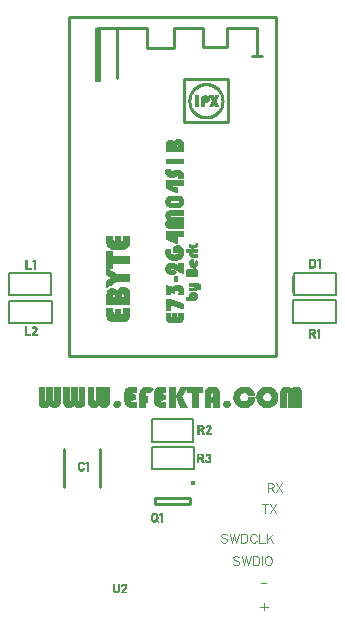
<source format=gbr>
G04 DipTrace 3.2.0.1*
G04 TopSilk.gbr*
%MOIN*%
G04 #@! TF.FileFunction,Legend,Top*
G04 #@! TF.Part,Single*
%ADD10C,0.009843*%
%ADD12C,0.003*%
%ADD13C,0.002625*%
%ADD14C,0.001969*%
%ADD19C,0.007874*%
%ADD22C,0.015404*%
%ADD51C,0.004632*%
%FSLAX26Y26*%
G04*
G70*
G90*
G75*
G01*
G04 TopSilk*
%LPD*%
X-243079Y-727109D2*
D10*
Y-852967D1*
X-361252Y-727109D2*
Y-852967D1*
X400415Y-202343D2*
Y-151201D1*
D22*
X68181Y-839764D3*
X58980Y-889905D2*
D10*
X-59125D1*
Y-909591D1*
X58980D1*
Y-889905D1*
X-344466Y714567D2*
X344466D1*
Y-415347D1*
X-344466D1*
Y714567D1*
X-186200Y509128D2*
Y677087D1*
X-86580D1*
Y611379D1*
X3550D1*
Y676384D1*
X100392D1*
Y612199D1*
X181107D1*
Y676384D1*
X282657Y676735D1*
Y603531D1*
X282271Y585377D1*
X265372Y584206D2*
X299247Y584557D1*
X-185814Y677555D2*
X-253180Y677087D1*
G36*
X-258272D2*
X-239367D1*
Y497298D1*
X-258272D1*
Y677087D1*
G37*
X36576Y506317D2*
D10*
X185814D1*
Y362252D1*
X36576D1*
Y506317D1*
X55868Y433875D2*
X56002Y437751D1*
X56404Y441609D1*
X57073Y445429D1*
X58004Y449193D1*
X59193Y452883D1*
X60634Y456479D1*
X62321Y459966D1*
X64246Y463325D1*
X66397Y466541D1*
X68767Y469598D1*
X71342Y472481D1*
X74110Y475176D1*
X77058Y477669D1*
X80171Y479949D1*
X83435Y482005D1*
X86833Y483826D1*
X90349Y485404D1*
X93965Y486731D1*
X97664Y487800D1*
X101428Y488606D1*
X105239Y489146D1*
X109078Y489417D1*
X112927D1*
X116766Y489146D1*
X120576Y488606D1*
X124341Y487800D1*
X128040Y486731D1*
X131656Y485404D1*
X135172Y483826D1*
X138570Y482005D1*
X141833Y479949D1*
X144947Y477669D1*
X147895Y475176D1*
X150663Y472481D1*
X153238Y469598D1*
X155607Y466541D1*
X157759Y463325D1*
X159683Y459966D1*
X161370Y456479D1*
X162812Y452883D1*
X164001Y449193D1*
X164932Y445429D1*
X165600Y441609D1*
X166003Y437751D1*
X166137Y433875D1*
X166003Y429998D1*
X165600Y426140D1*
X164932Y422320D1*
X164001Y418556D1*
X162812Y414866D1*
X161370Y411270D1*
X159683Y407783D1*
X157759Y404424D1*
X155607Y401208D1*
X153238Y398151D1*
X150663Y395268D1*
X147895Y392573D1*
X144947Y390080D1*
X141833Y387800D1*
X138570Y385744D1*
X135172Y383923D1*
X131656Y382345D1*
X128040Y381018D1*
X124341Y379949D1*
X120576Y379143D1*
X116766Y378603D1*
X112927Y378332D1*
X109078D1*
X105239Y378603D1*
X101428Y379143D1*
X97664Y379949D1*
X93965Y381018D1*
X90349Y382345D1*
X86833Y383923D1*
X83435Y385744D1*
X80171Y387800D1*
X77058Y390080D1*
X74110Y392573D1*
X71342Y395268D1*
X68767Y398151D1*
X66397Y401208D1*
X64246Y404424D1*
X62321Y407783D1*
X60634Y411270D1*
X59193Y414866D1*
X58004Y418556D1*
X57073Y422320D1*
X56404Y426140D1*
X56002Y429998D1*
X55868Y433875D1*
X-544201Y-231787D2*
D19*
X-400971D1*
Y-307702D1*
X-544201D1*
Y-231787D1*
X-544094Y-139230D2*
X-405770D1*
Y-214598D1*
X-544094D1*
Y-139230D1*
X401717Y-231671D2*
X544946D1*
Y-307585D1*
X401717D1*
Y-231671D1*
X404573Y-138849D2*
X542898D1*
Y-214218D1*
X404573D1*
Y-138849D1*
X-70136Y-628022D2*
X68188D1*
Y-703391D1*
X-70136D1*
Y-628022D1*
X-68709Y-719416D2*
X69615D1*
Y-794785D1*
X-68709D1*
Y-719416D1*
X-308552Y-769150D2*
D14*
X-302647D1*
X-286899D2*
X-282962D1*
X-310442Y-770134D2*
X-300909D1*
X-288296D2*
X-282962D1*
X-311957Y-771118D2*
X-299476D1*
X-289399D2*
X-282962D1*
X-313098Y-772102D2*
X-298402D1*
X-290251D2*
X-282962D1*
X-313935Y-773087D2*
X-307371D1*
X-303829D2*
X-297548D1*
X-290554D2*
X-282962D1*
X-314554Y-774071D2*
X-308896D1*
X-302306D2*
X-296830D1*
X-290725D2*
X-287883D1*
X-285915D2*
X-282962D1*
X-314990Y-775055D2*
X-310081D1*
X-301143D2*
X-296306D1*
X-290836D2*
X-289852D1*
X-285915D2*
X-282962D1*
X-315273Y-776039D2*
X-310951D1*
X-300328D2*
X-295984D1*
X-285915D2*
X-282962D1*
X-315520Y-777024D2*
X-311588D1*
X-299694D2*
X-295757D1*
X-285915D2*
X-282962D1*
X-315808Y-778008D2*
X-312028D1*
X-285915D2*
X-282962D1*
X-316082Y-778992D2*
X-312280D1*
X-285915D2*
X-282962D1*
X-316262Y-779976D2*
X-312402D1*
X-285915D2*
X-282962D1*
X-316356Y-780961D2*
X-312456D1*
X-285915D2*
X-282962D1*
X-316398Y-781945D2*
X-312477D1*
X-285915D2*
X-282962D1*
X-316416Y-782929D2*
X-312485D1*
X-285915D2*
X-282962D1*
X-316423Y-783913D2*
X-312488D1*
X-285915D2*
X-282962D1*
X-316425Y-784898D2*
X-312489D1*
X-285915D2*
X-282962D1*
X-316422Y-785882D2*
X-312489D1*
X-285915D2*
X-282962D1*
X-316388Y-786866D2*
X-312486D1*
X-285915D2*
X-282962D1*
X-316263Y-787850D2*
X-312451D1*
X-285915D2*
X-282962D1*
X-316027Y-788835D2*
X-312322D1*
X-285915D2*
X-282962D1*
X-315771Y-789819D2*
X-312048D1*
X-285915D2*
X-282962D1*
X-315564Y-790803D2*
X-311628D1*
X-299694D2*
X-295757D1*
X-285915D2*
X-282962D1*
X-315344Y-791787D2*
X-311006D1*
X-300277D2*
X-295947D1*
X-285915D2*
X-282962D1*
X-315028Y-792772D2*
X-310184D1*
X-301053D2*
X-296321D1*
X-285915D2*
X-282962D1*
X-314594Y-793756D2*
X-308319D1*
X-302898D2*
X-296854D1*
X-285915D2*
X-282962D1*
X-314009Y-794740D2*
X-305713D1*
X-305494D2*
X-297481D1*
X-285915D2*
X-282962D1*
X-313188Y-795724D2*
X-298307D1*
X-285915D2*
X-282962D1*
X-312018Y-796709D2*
X-299488D1*
X-285915D2*
X-282962D1*
X-310415Y-797693D2*
X-300994D1*
X-285915D2*
X-282962D1*
X-308552Y-798677D2*
X-302647D1*
X-285915D2*
X-282962D1*
X455041Y-92323D2*
X468820D1*
X485552D2*
X489490D1*
X455041Y-93307D2*
X470558D1*
X484155D2*
X489490D1*
X455041Y-94291D2*
X471988D1*
X483053D2*
X489490D1*
X455041Y-95276D2*
X473031D1*
X482201D2*
X489490D1*
X455041Y-96260D2*
X458978D1*
X467639D2*
X473793D1*
X481897D2*
X489490D1*
X455041Y-97244D2*
X458978D1*
X469160D2*
X474401D1*
X481726D2*
X484568D1*
X486537D2*
X489490D1*
X455041Y-98228D2*
X458978D1*
X470310D2*
X474905D1*
X481615D2*
X482600D1*
X486537D2*
X489490D1*
X455041Y-99213D2*
X458978D1*
X471184D2*
X475287D1*
X486537D2*
X489490D1*
X455041Y-100197D2*
X458978D1*
X471488D2*
X475514D1*
X486537D2*
X489490D1*
X455041Y-101181D2*
X458978D1*
X471652D2*
X475628D1*
X486537D2*
X489490D1*
X455041Y-102165D2*
X458978D1*
X471726D2*
X475678D1*
X486537D2*
X489490D1*
X455041Y-103150D2*
X458978D1*
X471756D2*
X475698D1*
X486537D2*
X489490D1*
X455041Y-104134D2*
X458978D1*
X471767D2*
X475706D1*
X486537D2*
X489490D1*
X455041Y-105118D2*
X458978D1*
X471771D2*
X475709D1*
X486537D2*
X489490D1*
X455041Y-106102D2*
X458978D1*
X471772D2*
X475709D1*
X486537D2*
X489490D1*
X455041Y-107087D2*
X458978D1*
X471773D2*
X475710D1*
X486537D2*
X489490D1*
X455041Y-108071D2*
X458978D1*
X471773D2*
X475710D1*
X486537D2*
X489490D1*
X455041Y-109055D2*
X458978D1*
X471773D2*
X475710D1*
X486537D2*
X489490D1*
X455041Y-110039D2*
X458978D1*
X471773D2*
X475710D1*
X486537D2*
X489490D1*
X455041Y-111024D2*
X458978D1*
X471773D2*
X475710D1*
X486537D2*
X489490D1*
X455041Y-112008D2*
X458978D1*
X471769D2*
X475706D1*
X486537D2*
X489490D1*
X455041Y-112992D2*
X458978D1*
X471731D2*
X475672D1*
X486537D2*
X489490D1*
X455041Y-113976D2*
X458978D1*
X471563D2*
X475542D1*
X486537D2*
X489490D1*
X455041Y-114961D2*
X458978D1*
X471244D2*
X475272D1*
X486537D2*
X489490D1*
X455041Y-115945D2*
X458978D1*
X470325D2*
X474890D1*
X486537D2*
X489490D1*
X455041Y-116929D2*
X458978D1*
X467629D2*
X474441D1*
X486537D2*
X489490D1*
X455041Y-117913D2*
X458978D1*
X463330D2*
X473895D1*
X486537D2*
X489490D1*
X455041Y-118898D2*
X473118D1*
X486537D2*
X489490D1*
X455041Y-119882D2*
X471962D1*
X486537D2*
X489490D1*
X455041Y-120866D2*
X470466D1*
X486537D2*
X489490D1*
X455041Y-121850D2*
X468820D1*
X486537D2*
X489490D1*
X-64348Y-939786D2*
X-58442D1*
X-40726D2*
X-36789D1*
X-66237Y-940770D2*
X-56553D1*
X-42123D2*
X-36789D1*
X-67752Y-941755D2*
X-55038D1*
X-43225D2*
X-36789D1*
X-68893Y-942739D2*
X-53897D1*
X-44077D2*
X-36789D1*
X-69730Y-943723D2*
X-61989D1*
X-59620D2*
X-53060D1*
X-44381D2*
X-36789D1*
X-70349Y-944707D2*
X-64089D1*
X-58064D2*
X-52437D1*
X-44552D2*
X-41710D1*
X-39741D2*
X-36789D1*
X-70786Y-945692D2*
X-65604D1*
X-56788D2*
X-51970D1*
X-44663D2*
X-43678D1*
X-39741D2*
X-36789D1*
X-71068Y-946676D2*
X-66633D1*
X-55808D2*
X-51596D1*
X-39741D2*
X-36789D1*
X-71315Y-947660D2*
X-67340D1*
X-55045D2*
X-51239D1*
X-39741D2*
X-36789D1*
X-71604Y-948644D2*
X-67808D1*
X-54767D2*
X-50934D1*
X-39741D2*
X-36789D1*
X-71877Y-949629D2*
X-68069D1*
X-54617D2*
X-50741D1*
X-39741D2*
X-36789D1*
X-72057Y-950613D2*
X-68196D1*
X-54549D2*
X-50642D1*
X-39741D2*
X-36789D1*
X-72151Y-951597D2*
X-68250D1*
X-54521D2*
X-50597D1*
X-39741D2*
X-36789D1*
X-72194Y-952581D2*
X-68272D1*
X-54511D2*
X-50579D1*
X-39741D2*
X-36789D1*
X-72211Y-953566D2*
X-68280D1*
X-54507D2*
X-50572D1*
X-39741D2*
X-36789D1*
X-72218Y-954550D2*
X-68283D1*
X-54506D2*
X-50570D1*
X-39741D2*
X-36789D1*
X-72220Y-955534D2*
X-68284D1*
X-54505D2*
X-50569D1*
X-39741D2*
X-36789D1*
X-72218Y-956518D2*
X-68285D1*
X-54505D2*
X-50568D1*
X-39741D2*
X-36789D1*
X-72183Y-957503D2*
X-68281D1*
X-54513D2*
X-50572D1*
X-39741D2*
X-36789D1*
X-72058Y-958487D2*
X-68246D1*
X-54588D2*
X-50607D1*
X-39741D2*
X-36789D1*
X-71822Y-959471D2*
X-68117D1*
X-59427D2*
X-58442D1*
X-54767D2*
X-50732D1*
X-39741D2*
X-36789D1*
X-71566Y-960455D2*
X-67843D1*
X-59809D2*
X-56535D1*
X-55534D2*
X-50968D1*
X-39741D2*
X-36789D1*
X-71360Y-961440D2*
X-67419D1*
X-59705D2*
X-51216D1*
X-39741D2*
X-36789D1*
X-71139Y-962424D2*
X-66763D1*
X-59087D2*
X-51350D1*
X-39741D2*
X-36789D1*
X-70823Y-963408D2*
X-65860D1*
X-58309D2*
X-51368D1*
X-39741D2*
X-36789D1*
X-70386Y-964392D2*
X-63717D1*
X-57458D2*
X-50946D1*
X-39741D2*
X-36789D1*
X-69770Y-965377D2*
X-60809D1*
X-60349D2*
X-50336D1*
X-39741D2*
X-36789D1*
X-68860Y-966361D2*
X-49716D1*
X-39741D2*
X-36789D1*
X-67598Y-967345D2*
X-49216D1*
X-39741D2*
X-36789D1*
X-66038Y-968329D2*
X-55490D1*
X-51552D2*
X-49328D1*
X-39741D2*
X-36789D1*
X-64348Y-969314D2*
X-58442D1*
X-50568D2*
X-49584D1*
X-39741D2*
X-36789D1*
X-490938Y-95782D2*
X-487001D1*
X-464364D2*
X-460427D1*
X-490938Y-96766D2*
X-487001D1*
X-465761D2*
X-460427D1*
X-490938Y-97751D2*
X-487001D1*
X-466863D2*
X-460427D1*
X-490938Y-98735D2*
X-487001D1*
X-467715D2*
X-460427D1*
X-490938Y-99719D2*
X-487001D1*
X-468019D2*
X-460427D1*
X-490938Y-100703D2*
X-487001D1*
X-468190D2*
X-465348D1*
X-463379D2*
X-460427D1*
X-490938Y-101688D2*
X-487001D1*
X-468301D2*
X-467316D1*
X-463379D2*
X-460427D1*
X-490938Y-102672D2*
X-487001D1*
X-463379D2*
X-460427D1*
X-490938Y-103656D2*
X-487001D1*
X-463379D2*
X-460427D1*
X-490938Y-104640D2*
X-487001D1*
X-463379D2*
X-460427D1*
X-490938Y-105625D2*
X-487001D1*
X-463379D2*
X-460427D1*
X-490938Y-106609D2*
X-487001D1*
X-463379D2*
X-460427D1*
X-490938Y-107593D2*
X-487001D1*
X-463379D2*
X-460427D1*
X-490938Y-108577D2*
X-487001D1*
X-463379D2*
X-460427D1*
X-490938Y-109562D2*
X-487001D1*
X-463379D2*
X-460427D1*
X-490938Y-110546D2*
X-487001D1*
X-463379D2*
X-460427D1*
X-490938Y-111530D2*
X-487001D1*
X-463379D2*
X-460427D1*
X-490938Y-112514D2*
X-487001D1*
X-463379D2*
X-460427D1*
X-490938Y-113499D2*
X-487001D1*
X-463379D2*
X-460427D1*
X-490938Y-114483D2*
X-487001D1*
X-463379D2*
X-460427D1*
X-490938Y-115467D2*
X-487001D1*
X-463379D2*
X-460427D1*
X-490938Y-116451D2*
X-487001D1*
X-463379D2*
X-460427D1*
X-490938Y-117436D2*
X-487001D1*
X-463379D2*
X-460427D1*
X-490938Y-118420D2*
X-487001D1*
X-463379D2*
X-460427D1*
X-490938Y-119404D2*
X-487001D1*
X-463379D2*
X-460427D1*
X-490938Y-120388D2*
X-487001D1*
X-463379D2*
X-460427D1*
X-490938Y-121373D2*
X-487001D1*
X-463379D2*
X-460427D1*
X-490938Y-122357D2*
X-472238D1*
X-463379D2*
X-460427D1*
X-490938Y-123341D2*
X-472238D1*
X-463379D2*
X-460427D1*
X-490938Y-124325D2*
X-472238D1*
X-463379D2*
X-460427D1*
X-490938Y-125310D2*
X-472238D1*
X-463379D2*
X-460427D1*
X-493101Y-317891D2*
X-489164D1*
X-464558D2*
X-457668D1*
X-493101Y-318875D2*
X-489164D1*
X-465959D2*
X-456385D1*
X-493101Y-319860D2*
X-489164D1*
X-467096D2*
X-455397D1*
X-493101Y-320844D2*
X-489164D1*
X-467949D2*
X-454654D1*
X-493101Y-321828D2*
X-489164D1*
X-468580D2*
X-463227D1*
X-459871D2*
X-454053D1*
X-493101Y-322812D2*
X-489164D1*
X-469022D2*
X-464539D1*
X-458476D2*
X-453554D1*
X-493101Y-323797D2*
X-489164D1*
X-469290D2*
X-465579D1*
X-457403D2*
X-453208D1*
X-493101Y-324781D2*
X-489164D1*
X-469479D2*
X-466526D1*
X-456981D2*
X-453017D1*
X-493101Y-325765D2*
X-489164D1*
X-456976D2*
X-453210D1*
X-493101Y-326749D2*
X-489164D1*
X-457173D2*
X-453464D1*
X-493101Y-327734D2*
X-489164D1*
X-457523D2*
X-453749D1*
X-493101Y-328718D2*
X-489164D1*
X-457956D2*
X-454107D1*
X-493101Y-329702D2*
X-489164D1*
X-458459D2*
X-454559D1*
X-493101Y-330686D2*
X-489164D1*
X-459067D2*
X-455112D1*
X-493101Y-331671D2*
X-489164D1*
X-459792D2*
X-455736D1*
X-493101Y-332655D2*
X-489164D1*
X-460539D2*
X-456368D1*
X-493101Y-333639D2*
X-489164D1*
X-461237D2*
X-457045D1*
X-493101Y-334623D2*
X-489164D1*
X-461949D2*
X-457802D1*
X-493101Y-335608D2*
X-489164D1*
X-462750D2*
X-458562D1*
X-493101Y-336592D2*
X-489164D1*
X-463606D2*
X-459266D1*
X-493101Y-337576D2*
X-489164D1*
X-464422D2*
X-459976D1*
X-493101Y-338560D2*
X-489164D1*
X-465153D2*
X-460747D1*
X-493101Y-339545D2*
X-489164D1*
X-465874D2*
X-461512D1*
X-493101Y-340529D2*
X-489164D1*
X-466650D2*
X-462218D1*
X-493101Y-341513D2*
X-489164D1*
X-467413D2*
X-462932D1*
X-493101Y-342497D2*
X-489164D1*
X-468081D2*
X-463737D1*
X-493101Y-343482D2*
X-489164D1*
X-468631D2*
X-464622D1*
X-493101Y-344466D2*
X-474400D1*
X-469038D2*
X-452747D1*
X-493101Y-345450D2*
X-474400D1*
X-469277D2*
X-452747D1*
X-493101Y-346434D2*
X-474400D1*
X-469401D2*
X-452747D1*
X-493101Y-347419D2*
X-474400D1*
X-469479D2*
X-452747D1*
X453980Y-326531D2*
X468744D1*
X484492D2*
X488429D1*
X453980Y-327516D2*
X470179D1*
X483095D2*
X488429D1*
X453980Y-328500D2*
X471407D1*
X481993D2*
X488429D1*
X453980Y-329484D2*
X472375D1*
X481141D2*
X488429D1*
X453980Y-330469D2*
X457917D1*
X467410D2*
X473057D1*
X480837D2*
X488429D1*
X453980Y-331453D2*
X457917D1*
X468688D2*
X473541D1*
X480666D2*
X483508D1*
X485476D2*
X488429D1*
X453980Y-332437D2*
X457917D1*
X469583D2*
X473947D1*
X480555D2*
X481539D1*
X485476D2*
X488429D1*
X453980Y-333421D2*
X457917D1*
X470254D2*
X474268D1*
X485476D2*
X488429D1*
X453980Y-334406D2*
X457917D1*
X470452D2*
X474434D1*
X485476D2*
X488429D1*
X453980Y-335390D2*
X457917D1*
X470526D2*
X474411D1*
X485476D2*
X488429D1*
X453980Y-336374D2*
X457917D1*
X470280D2*
X474217D1*
X485476D2*
X488429D1*
X453980Y-337358D2*
X457917D1*
X469620D2*
X473944D1*
X485476D2*
X488429D1*
X453980Y-338343D2*
X457917D1*
X467028D2*
X473616D1*
X485476D2*
X488429D1*
X453980Y-339327D2*
X457917D1*
X462580D2*
X473124D1*
X485476D2*
X488429D1*
X453980Y-340311D2*
X472400D1*
X485476D2*
X488429D1*
X453980Y-341295D2*
X471476D1*
X485476D2*
X488429D1*
X453980Y-342280D2*
X470518D1*
X485476D2*
X488429D1*
X453980Y-343264D2*
X469676D1*
X485476D2*
X488429D1*
X453980Y-344248D2*
X457917D1*
X464651D2*
X469472D1*
X485476D2*
X488429D1*
X453980Y-345232D2*
X457917D1*
X465357D2*
X469743D1*
X485476D2*
X488429D1*
X453980Y-346217D2*
X457917D1*
X465957D2*
X470197D1*
X485476D2*
X488429D1*
X453980Y-347201D2*
X457917D1*
X466498D2*
X470773D1*
X485476D2*
X488429D1*
X453980Y-348185D2*
X457917D1*
X467010D2*
X471353D1*
X485476D2*
X488429D1*
X453980Y-349169D2*
X457917D1*
X467510D2*
X471898D1*
X485476D2*
X488429D1*
X453980Y-350154D2*
X457917D1*
X468004D2*
X472417D1*
X485476D2*
X488429D1*
X453980Y-351138D2*
X457917D1*
X468498D2*
X472920D1*
X485476D2*
X488429D1*
X453980Y-352122D2*
X457917D1*
X468990D2*
X473417D1*
X485476D2*
X488429D1*
X453980Y-353106D2*
X457917D1*
X469480D2*
X473913D1*
X485476D2*
X488429D1*
X453980Y-354091D2*
X457917D1*
X469945D2*
X474432D1*
X485476D2*
X488429D1*
X453980Y-355075D2*
X457917D1*
X470355D2*
X475007D1*
X485476D2*
X488429D1*
X453980Y-356059D2*
X457917D1*
X470713D2*
X475634D1*
X485476D2*
X488429D1*
X82554Y-646601D2*
X97318D1*
X115034D2*
X121924D1*
X82554Y-647585D2*
X98752D1*
X113633D2*
X123207D1*
X82554Y-648570D2*
X99981D1*
X112496D2*
X124195D1*
X82554Y-649554D2*
X100948D1*
X111643D2*
X124938D1*
X82554Y-650538D2*
X86491D1*
X95984D2*
X101631D1*
X111012D2*
X116364D1*
X119721D2*
X125539D1*
X82554Y-651522D2*
X86491D1*
X97261D2*
X102114D1*
X110570D2*
X115053D1*
X121116D2*
X126038D1*
X82554Y-652507D2*
X86491D1*
X98157D2*
X102520D1*
X110302D2*
X114012D1*
X122189D2*
X126384D1*
X82554Y-653491D2*
X86491D1*
X98827D2*
X102842D1*
X110113D2*
X113066D1*
X122611D2*
X126574D1*
X82554Y-654475D2*
X86491D1*
X99026D2*
X103007D1*
X122616D2*
X126382D1*
X82554Y-655459D2*
X86491D1*
X99100D2*
X102984D1*
X122419D2*
X126128D1*
X82554Y-656444D2*
X86491D1*
X98853D2*
X102790D1*
X122069D2*
X125843D1*
X82554Y-657428D2*
X86491D1*
X98194D2*
X102518D1*
X121636D2*
X125484D1*
X82554Y-658412D2*
X86491D1*
X95601D2*
X102189D1*
X121133D2*
X125033D1*
X82554Y-659396D2*
X86491D1*
X91154D2*
X101697D1*
X120525D2*
X124480D1*
X82554Y-660381D2*
X100974D1*
X119800D2*
X123856D1*
X82554Y-661365D2*
X100050D1*
X119053D2*
X123224D1*
X82554Y-662349D2*
X99091D1*
X118355D2*
X122547D1*
X82554Y-663333D2*
X98249D1*
X117643D2*
X121790D1*
X82554Y-664318D2*
X86491D1*
X93225D2*
X98046D1*
X116842D2*
X121030D1*
X82554Y-665302D2*
X86491D1*
X93930D2*
X98317D1*
X115986D2*
X120326D1*
X82554Y-666286D2*
X86491D1*
X94530D2*
X98770D1*
X115170D2*
X119616D1*
X82554Y-667270D2*
X86491D1*
X95072D2*
X99346D1*
X114439D2*
X118845D1*
X82554Y-668255D2*
X86491D1*
X95583D2*
X99926D1*
X113718D2*
X118080D1*
X82554Y-669239D2*
X86491D1*
X96084D2*
X100471D1*
X112942D2*
X117374D1*
X82554Y-670223D2*
X86491D1*
X96578D2*
X100990D1*
X112179D2*
X116660D1*
X82554Y-671207D2*
X86491D1*
X97071D2*
X101493D1*
X111511D2*
X115855D1*
X82554Y-672192D2*
X86491D1*
X97563D2*
X101991D1*
X110961D2*
X114969D1*
X82554Y-673176D2*
X86491D1*
X98053D2*
X102487D1*
X110554D2*
X126845D1*
X82554Y-674160D2*
X86491D1*
X98519D2*
X103006D1*
X110315D2*
X126845D1*
X82554Y-675144D2*
X86491D1*
X98929D2*
X103580D1*
X110191D2*
X126845D1*
X82554Y-676129D2*
X86491D1*
X99286D2*
X104207D1*
X110113D2*
X126845D1*
X81888Y-742073D2*
X96652D1*
X114369D2*
X120274D1*
X81888Y-743058D2*
X98087D1*
X112968D2*
X121709D1*
X81888Y-744042D2*
X99315D1*
X111831D2*
X122938D1*
X81888Y-745026D2*
X100283D1*
X110978D2*
X123901D1*
X81888Y-746010D2*
X85825D1*
X95319D2*
X100965D1*
X110346D2*
X115353D1*
X118941D2*
X124657D1*
X81888Y-746995D2*
X85825D1*
X96596D2*
X101449D1*
X109905D2*
X114369D1*
X120218D2*
X124934D1*
X81888Y-747979D2*
X85825D1*
X97491D2*
X101855D1*
X109636D2*
X113385D1*
X121109D2*
X125084D1*
X81888Y-748963D2*
X85825D1*
X98162D2*
X102176D1*
X109448D2*
X112400D1*
X121769D2*
X125148D1*
X81888Y-749948D2*
X85825D1*
X98360D2*
X102342D1*
X121941D2*
X125141D1*
X81888Y-750932D2*
X85825D1*
X98435D2*
X102319D1*
X121683D2*
X125022D1*
X81888Y-751916D2*
X85825D1*
X98188D2*
X102125D1*
X121258D2*
X124748D1*
X81888Y-752900D2*
X85825D1*
X97528D2*
X101853D1*
X120151D2*
X124296D1*
X81888Y-753885D2*
X85825D1*
X94936D2*
X101524D1*
X118829D2*
X123575D1*
X81888Y-754869D2*
X85825D1*
X90488D2*
X101032D1*
X117536D2*
X122513D1*
X81888Y-755853D2*
X100308D1*
X116895D2*
X121259D1*
X81888Y-756837D2*
X99385D1*
X116691D2*
X122423D1*
X81888Y-757822D2*
X98426D1*
X118044D2*
X123422D1*
X81888Y-758806D2*
X97584D1*
X119486D2*
X124209D1*
X81888Y-759790D2*
X85825D1*
X92559D2*
X97380D1*
X120679D2*
X124843D1*
X81888Y-760774D2*
X85825D1*
X93265D2*
X97651D1*
X121608D2*
X125363D1*
X81888Y-761759D2*
X85825D1*
X93865D2*
X98105D1*
X121936D2*
X125752D1*
X81888Y-762743D2*
X85825D1*
X94407D2*
X98681D1*
X122109D2*
X125978D1*
X81888Y-763727D2*
X85825D1*
X94918D2*
X99261D1*
X122146D2*
X126058D1*
X81888Y-764711D2*
X85825D1*
X95418D2*
X99806D1*
X108463D2*
X112400D1*
X122083D2*
X125980D1*
X81888Y-765696D2*
X85825D1*
X95912D2*
X100325D1*
X108841D2*
X113048D1*
X121546D2*
X125730D1*
X81888Y-766680D2*
X85825D1*
X96406D2*
X100828D1*
X109299D2*
X114760D1*
X119863D2*
X125352D1*
X81888Y-767664D2*
X85825D1*
X96898D2*
X101325D1*
X109889D2*
X117272D1*
X117363D2*
X124871D1*
X81888Y-768648D2*
X85825D1*
X97388D2*
X101821D1*
X110675D2*
X124201D1*
X81888Y-769633D2*
X85825D1*
X97854D2*
X102340D1*
X111694D2*
X123194D1*
X81888Y-770617D2*
X85825D1*
X98264D2*
X102915D1*
X112961D2*
X121821D1*
X81888Y-771601D2*
X85825D1*
X98621D2*
X103542D1*
X114369D2*
X120274D1*
X-198419Y-1175391D2*
X-195466D1*
X-181686D2*
X-177749D1*
X-165938D2*
X-159049D1*
X-198419Y-1176375D2*
X-195466D1*
X-181686D2*
X-177749D1*
X-167339D2*
X-157766D1*
X-198419Y-1177360D2*
X-195466D1*
X-181686D2*
X-177749D1*
X-168476D2*
X-156778D1*
X-198419Y-1178344D2*
X-195466D1*
X-181686D2*
X-177749D1*
X-169329D2*
X-156034D1*
X-198419Y-1179328D2*
X-195466D1*
X-181686D2*
X-177749D1*
X-169961D2*
X-164608D1*
X-161252D2*
X-155433D1*
X-198419Y-1180312D2*
X-195466D1*
X-181686D2*
X-177749D1*
X-170402D2*
X-165919D1*
X-159857D2*
X-154935D1*
X-198419Y-1181297D2*
X-195466D1*
X-181686D2*
X-177749D1*
X-170671D2*
X-166960D1*
X-158784D2*
X-154589D1*
X-198419Y-1182281D2*
X-195466D1*
X-181686D2*
X-177749D1*
X-170860D2*
X-167907D1*
X-158362D2*
X-154398D1*
X-198419Y-1183265D2*
X-195466D1*
X-181686D2*
X-177749D1*
X-158357D2*
X-154591D1*
X-198419Y-1184249D2*
X-195466D1*
X-181686D2*
X-177749D1*
X-158554D2*
X-154844D1*
X-198419Y-1185234D2*
X-195466D1*
X-181686D2*
X-177749D1*
X-158904D2*
X-155129D1*
X-198419Y-1186218D2*
X-195466D1*
X-181686D2*
X-177749D1*
X-159337D2*
X-155488D1*
X-198419Y-1187202D2*
X-195466D1*
X-181686D2*
X-177749D1*
X-159840D2*
X-155940D1*
X-198419Y-1188186D2*
X-195466D1*
X-181686D2*
X-177749D1*
X-160447D2*
X-156493D1*
X-198419Y-1189171D2*
X-195466D1*
X-181686D2*
X-177749D1*
X-161173D2*
X-157117D1*
X-198419Y-1190155D2*
X-195466D1*
X-181686D2*
X-177749D1*
X-161919D2*
X-157749D1*
X-198419Y-1191139D2*
X-195466D1*
X-181686D2*
X-177749D1*
X-162618D2*
X-158426D1*
X-198419Y-1192123D2*
X-195466D1*
X-181686D2*
X-177749D1*
X-163330D2*
X-159183D1*
X-198419Y-1193108D2*
X-195462D1*
X-181686D2*
X-177749D1*
X-164131D2*
X-159943D1*
X-198419Y-1194092D2*
X-195427D1*
X-181690D2*
X-177753D1*
X-164986D2*
X-160647D1*
X-198419Y-1195076D2*
X-195298D1*
X-181725D2*
X-177788D1*
X-165803D2*
X-161356D1*
X-198415Y-1196060D2*
X-195024D1*
X-181854D2*
X-177913D1*
X-166533D2*
X-162127D1*
X-198380Y-1197045D2*
X-194600D1*
X-182136D2*
X-178153D1*
X-167255D2*
X-162892D1*
X-198251Y-1198029D2*
X-193944D1*
X-182529D2*
X-178444D1*
X-168030D2*
X-163598D1*
X-197977Y-1199013D2*
X-193041D1*
X-183353D2*
X-178779D1*
X-168793D2*
X-164313D1*
X-197560Y-1199997D2*
X-190898D1*
X-185385D2*
X-179270D1*
X-169461D2*
X-165118D1*
X-196982Y-1200982D2*
X-187990D1*
X-188224D2*
X-179968D1*
X-170012D2*
X-166003D1*
X-196163Y-1201966D2*
X-180846D1*
X-170418D2*
X-154127D1*
X-194994Y-1202950D2*
X-181920D1*
X-170658D2*
X-154127D1*
X-193391Y-1203934D2*
X-183214D1*
X-170781D2*
X-154127D1*
X-191529Y-1204919D2*
X-184639D1*
X-170860D2*
X-154127D1*
X-91614Y-518630D2*
D12*
X-79614D1*
X124386D2*
X139386D1*
X230886D2*
X245886D1*
X307386D2*
X320886D1*
X371886D2*
X382386D1*
X404886D2*
X415386D1*
X-447114Y-520130D2*
X-429114D1*
X-421614D2*
X-402114D1*
X-396114D2*
X-376614D1*
X-364614D2*
X-346614D1*
X-339114D2*
X-319614D1*
X-313614D2*
X-294114D1*
X-282114D2*
X-264114D1*
X-256614D2*
X-237114D1*
X-231114D2*
X-211614D1*
X-147114D2*
X-123114D1*
X-95069D2*
X-76677D1*
X-48114D2*
X-24114D1*
X-10614D2*
X8886D1*
X26886D2*
X46386D1*
X49386D2*
X98886D1*
X120756D2*
X142091D1*
X226558D2*
X249572D1*
X303058D2*
X325208D1*
X369001D2*
X385085D1*
X402181D2*
X418271D1*
X-447114Y-521630D2*
X-429114D1*
X-421614D2*
X-402114D1*
X-396114D2*
X-376614D1*
X-364614D2*
X-346614D1*
X-339114D2*
X-319614D1*
X-313614D2*
X-294114D1*
X-282114D2*
X-264114D1*
X-256614D2*
X-237114D1*
X-231114D2*
X-211614D1*
X-150174D2*
X-123114D1*
X-98063D2*
X-73928D1*
X-51174D2*
X-24114D1*
X-10614D2*
X8886D1*
X25956D2*
X45456D1*
X49386D2*
X98886D1*
X117582D2*
X144468D1*
X222895D2*
X252945D1*
X299395D2*
X328818D1*
X366639D2*
X387410D1*
X399798D2*
X420626D1*
X-447114Y-523130D2*
X-429114D1*
X-421614D2*
X-402114D1*
X-396114D2*
X-376614D1*
X-364614D2*
X-346614D1*
X-339114D2*
X-319614D1*
X-313614D2*
X-294114D1*
X-282114D2*
X-264114D1*
X-256614D2*
X-237114D1*
X-231114D2*
X-211614D1*
X-152715D2*
X-123114D1*
X-100591D2*
X-71537D1*
X-53715D2*
X-24114D1*
X-10614D2*
X8886D1*
X25100D2*
X44594D1*
X49386D2*
X98886D1*
X115026D2*
X146465D1*
X219877D2*
X255913D1*
X296377D2*
X331645D1*
X364709D2*
X389220D1*
X397738D2*
X422510D1*
X-447114Y-524630D2*
X-429114D1*
X-421614D2*
X-402114D1*
X-396114D2*
X-376614D1*
X-364614D2*
X-346614D1*
X-339114D2*
X-319614D1*
X-313614D2*
X-294114D1*
X-282114D2*
X-264114D1*
X-256614D2*
X-237114D1*
X-231114D2*
X-211614D1*
X-154674D2*
X-123114D1*
X-102624D2*
X-69529D1*
X-55674D2*
X-24114D1*
X-10614D2*
X8886D1*
X24297D2*
X43744D1*
X49386D2*
X98886D1*
X113120D2*
X148156D1*
X217318D2*
X258401D1*
X293818D2*
X333845D1*
X363074D2*
X390592D1*
X395762D2*
X424006D1*
X-447114Y-526130D2*
X-429114D1*
X-421614D2*
X-402114D1*
X-396114D2*
X-376614D1*
X-364614D2*
X-346614D1*
X-339114D2*
X-319614D1*
X-313614D2*
X-294114D1*
X-282114D2*
X-264114D1*
X-256614D2*
X-237114D1*
X-231114D2*
X-211614D1*
X-156193D2*
X-123114D1*
X-104165D2*
X-67773D1*
X-57193D2*
X-24114D1*
X-10614D2*
X8886D1*
X23520D2*
X42829D1*
X49386D2*
X98886D1*
X111748D2*
X149564D1*
X215116D2*
X260440D1*
X291616D2*
X335668D1*
X361740D2*
X391755D1*
X393640D2*
X425166D1*
X-447114Y-527630D2*
X-429114D1*
X-421614D2*
X-402114D1*
X-396114D2*
X-376614D1*
X-364614D2*
X-346614D1*
X-339114D2*
X-319614D1*
X-313614D2*
X-294114D1*
X-282114D2*
X-264114D1*
X-256614D2*
X-237114D1*
X-231114D2*
X-211614D1*
X-157452D2*
X-123114D1*
X-105424D2*
X-66114D1*
X-58452D2*
X-24114D1*
X-10614D2*
X8886D1*
X22713D2*
X41853D1*
X49386D2*
X98886D1*
X110709D2*
X150688D1*
X213272D2*
X262147D1*
X289772D2*
X337303D1*
X360767D2*
X426068D1*
X-447114Y-529130D2*
X-429114D1*
X-421614D2*
X-402114D1*
X-396114D2*
X-376614D1*
X-364614D2*
X-346614D1*
X-339114D2*
X-319614D1*
X-313614D2*
X-294114D1*
X-282114D2*
X-264114D1*
X-256614D2*
X-237114D1*
X-231114D2*
X-211614D1*
X-158488D2*
X-123114D1*
X-106550D2*
X-67846D1*
X-59488D2*
X-24114D1*
X-10614D2*
X8886D1*
X21816D2*
X40932D1*
X49386D2*
X98886D1*
X109836D2*
X151570D1*
X211771D2*
X263567D1*
X288271D2*
X338850D1*
X360058D2*
X426760D1*
X-447114Y-530630D2*
X-429114D1*
X-421614D2*
X-402114D1*
X-396114D2*
X-376614D1*
X-364614D2*
X-346614D1*
X-339114D2*
X-319614D1*
X-313614D2*
X-294114D1*
X-282114D2*
X-264114D1*
X-256614D2*
X-237114D1*
X-231114D2*
X-211614D1*
X-159327D2*
X-123114D1*
X-107527D2*
X-69724D1*
X-60327D2*
X-24114D1*
X-10614D2*
X8886D1*
X20849D2*
X40087D1*
X49386D2*
X98886D1*
X109039D2*
X152210D1*
X210553D2*
X264746D1*
X287053D2*
X340317D1*
X359451D2*
X427323D1*
X-447114Y-532130D2*
X-429114D1*
X-421614D2*
X-402114D1*
X-396114D2*
X-376614D1*
X-364614D2*
X-346614D1*
X-339114D2*
X-319614D1*
X-313614D2*
X-294114D1*
X-282114D2*
X-264114D1*
X-256614D2*
X-237114D1*
X-231114D2*
X-211614D1*
X-159944D2*
X-123114D1*
X-108347D2*
X-71665D1*
X-60944D2*
X-24114D1*
X-10614D2*
X8886D1*
X19930D2*
X39291D1*
X49386D2*
X98886D1*
X108276D2*
X152632D1*
X209457D2*
X265825D1*
X285957D2*
X341627D1*
X358959D2*
X427864D1*
X-447114Y-533630D2*
X-429114D1*
X-421614D2*
X-402114D1*
X-396114D2*
X-376614D1*
X-364614D2*
X-346614D1*
X-339114D2*
X-319614D1*
X-313614D2*
X-294114D1*
X-282114D2*
X-264114D1*
X-256614D2*
X-237114D1*
X-231114D2*
X-211614D1*
X-160306D2*
X-123114D1*
X-109008D2*
X-73620D1*
X-61306D2*
X-24114D1*
X-10614D2*
X8886D1*
X19081D2*
X38517D1*
X49386D2*
X98886D1*
X107573D2*
X153005D1*
X208403D2*
X266872D1*
X284903D2*
X342717D1*
X358655D2*
X428329D1*
X-447114Y-535130D2*
X-429114D1*
X-421614D2*
X-402114D1*
X-396114D2*
X-376614D1*
X-364614D2*
X-346614D1*
X-339114D2*
X-319614D1*
X-313614D2*
X-294114D1*
X-282114D2*
X-264114D1*
X-256614D2*
X-237114D1*
X-231114D2*
X-211614D1*
X-160485D2*
X-123114D1*
X-109558D2*
X-75631D1*
X-61485D2*
X-24114D1*
X-10614D2*
X8886D1*
X18238D2*
X37712D1*
X49386D2*
X98886D1*
X107017D2*
X153444D1*
X207450D2*
X267817D1*
X283950D2*
X343636D1*
X358500D2*
X428622D1*
X-447114Y-536630D2*
X-429114D1*
X-421614D2*
X-402114D1*
X-396114D2*
X-376614D1*
X-364614D2*
X-346614D1*
X-339114D2*
X-319614D1*
X-313614D2*
X-294114D1*
X-282114D2*
X-264114D1*
X-256614D2*
X-237114D1*
X-231114D2*
X-211614D1*
X-160564D2*
X-123114D1*
X-110095D2*
X-89819D1*
X-84114D2*
X-77644D1*
X-61564D2*
X-24114D1*
X-10614D2*
X8886D1*
X17326D2*
X36816D1*
X49386D2*
X98886D1*
X106679D2*
X153861D1*
X206594D2*
X268626D1*
X283094D2*
X344463D1*
X358431D2*
X428774D1*
X-447114Y-538130D2*
X-429114D1*
X-421614D2*
X-402114D1*
X-396114D2*
X-376614D1*
X-364614D2*
X-346614D1*
X-339114D2*
X-319614D1*
X-313614D2*
X-294114D1*
X-282114D2*
X-264114D1*
X-256614D2*
X-237114D1*
X-231114D2*
X-211614D1*
X-160596D2*
X-131238D1*
X-110558D2*
X-90697D1*
X-82614D2*
X-79614D1*
X-61596D2*
X-32238D1*
X-10614D2*
X8886D1*
X16352D2*
X35849D1*
X64386D2*
X83886D1*
X106510D2*
X127675D1*
X133091D2*
X154134D1*
X205799D2*
X232455D1*
X242591D2*
X269282D1*
X282299D2*
X309006D1*
X319091D2*
X345242D1*
X358403D2*
X377829D1*
X382091D2*
X403386D1*
X409386D2*
X428842D1*
X-447114Y-539630D2*
X-429114D1*
X-421614D2*
X-402114D1*
X-396114D2*
X-376614D1*
X-364614D2*
X-346614D1*
X-339114D2*
X-319614D1*
X-313614D2*
X-294114D1*
X-282114D2*
X-264114D1*
X-256614D2*
X-237114D1*
X-231114D2*
X-211614D1*
X-160608D2*
X-137362D1*
X-110851D2*
X-91199D1*
X-61608D2*
X-38362D1*
X-10614D2*
X8886D1*
X15431D2*
X34930D1*
X64386D2*
X83886D1*
X106434D2*
X126745D1*
X133968D2*
X154278D1*
X205082D2*
X229758D1*
X244962D2*
X269830D1*
X281577D2*
X306449D1*
X321468D2*
X345999D1*
X358392D2*
X377636D1*
X382968D2*
X403386D1*
X409386D2*
X428869D1*
X-447114Y-541130D2*
X-429114D1*
X-421614D2*
X-402114D1*
X-396114D2*
X-376614D1*
X-364614D2*
X-346614D1*
X-339114D2*
X-319614D1*
X-313614D2*
X-294114D1*
X-282114D2*
X-264114D1*
X-256614D2*
X-237114D1*
X-231114D2*
X-211614D1*
X-160612D2*
X-139598D1*
X-111002D2*
X-91443D1*
X-61612D2*
X-40598D1*
X-10614D2*
X8886D1*
X14587D2*
X34081D1*
X64386D2*
X83886D1*
X106404D2*
X126051D1*
X134471D2*
X154343D1*
X204514D2*
X227565D1*
X246912D2*
X270367D1*
X280962D2*
X304424D1*
X323465D2*
X346699D1*
X358388D2*
X377277D1*
X383471D2*
X403386D1*
X409386D2*
X428880D1*
X-447114Y-542630D2*
X-429114D1*
X-421614D2*
X-402114D1*
X-396114D2*
X-376614D1*
X-364614D2*
X-346614D1*
X-339114D2*
X-319614D1*
X-313614D2*
X-294114D1*
X-282114D2*
X-264114D1*
X-256614D2*
X-237114D1*
X-231114D2*
X-211614D1*
X-160613D2*
X-140657D1*
X-111070D2*
X-91548D1*
X-61613D2*
X-41657D1*
X-10614D2*
X8892D1*
X13791D2*
X33238D1*
X64386D2*
X83886D1*
X106392D2*
X125448D1*
X134714D2*
X154370D1*
X204122D2*
X225970D1*
X248463D2*
X270830D1*
X280431D2*
X302855D1*
X325150D2*
X347255D1*
X358387D2*
X376892D1*
X383714D2*
X403386D1*
X409386D2*
X428884D1*
X-447114Y-544130D2*
X-429114D1*
X-421614D2*
X-402114D1*
X-396114D2*
X-376614D1*
X-364614D2*
X-346614D1*
X-339114D2*
X-319614D1*
X-313614D2*
X-294114D1*
X-282114D2*
X-264114D1*
X-256614D2*
X-237114D1*
X-231114D2*
X-211614D1*
X-160614D2*
X-133072D1*
X-111098D2*
X-91590D1*
X-61614D2*
X-34072D1*
X-10614D2*
X8949D1*
X13018D2*
X32326D1*
X64386D2*
X83886D1*
X106388D2*
X124958D1*
X134820D2*
X154380D1*
X203760D2*
X224807D1*
X249697D2*
X271124D1*
X279901D2*
X301569D1*
X326511D2*
X347598D1*
X358386D2*
X376631D1*
X383820D2*
X403386D1*
X409386D2*
X428885D1*
X-447114Y-545630D2*
X-429114D1*
X-421614D2*
X-402114D1*
X-396114D2*
X-376614D1*
X-364614D2*
X-346614D1*
X-339114D2*
X-319614D1*
X-313614D2*
X-294114D1*
X-282114D2*
X-264114D1*
X-256614D2*
X-237114D1*
X-231114D2*
X-211614D1*
X-160614D2*
X-124614D1*
X-111108D2*
X-91606D1*
X-61614D2*
X-25614D1*
X-10614D2*
X9181D1*
X12221D2*
X31348D1*
X64386D2*
X83886D1*
X106387D2*
X124655D1*
X134862D2*
X154384D1*
X203325D2*
X223881D1*
X250794D2*
X271283D1*
X279441D2*
X300520D1*
X327497D2*
X347821D1*
X358386D2*
X376492D1*
X383862D2*
X403386D1*
X409386D2*
X428886D1*
X-447114Y-547130D2*
X-429114D1*
X-421614D2*
X-402114D1*
X-396114D2*
X-376614D1*
X-364614D2*
X-346614D1*
X-339114D2*
X-319614D1*
X-313614D2*
X-294114D1*
X-282114D2*
X-264114D1*
X-256614D2*
X-237114D1*
X-231114D2*
X-211614D1*
X-160614D2*
X-124614D1*
X-111112D2*
X-91611D1*
X-61614D2*
X-25614D1*
X-10614D2*
X9693D1*
X11343D2*
X30387D1*
X64386D2*
X83886D1*
X106386D2*
X124500D1*
X134877D2*
X154385D1*
X202910D2*
X223112D1*
X251886D2*
X271386D1*
X279149D2*
X299676D1*
X328210D2*
X348087D1*
X358386D2*
X376428D1*
X383877D2*
X403386D1*
X409386D2*
X428886D1*
X-447114Y-548630D2*
X-429114D1*
X-421614D2*
X-402114D1*
X-396114D2*
X-376614D1*
X-364614D2*
X-346614D1*
X-339114D2*
X-319614D1*
X-313614D2*
X-294114D1*
X-282114D2*
X-264114D1*
X-256614D2*
X-237114D1*
X-231114D2*
X-211614D1*
X-160614D2*
X-124614D1*
X-111114D2*
X-91613D1*
X-61614D2*
X-25614D1*
X-10614D2*
X29410D1*
X64386D2*
X83886D1*
X106386D2*
X124431D1*
X134883D2*
X154386D1*
X202637D2*
X222531D1*
X278998D2*
X299057D1*
X328820D2*
X348477D1*
X358386D2*
X376402D1*
X383883D2*
X403386D1*
X409386D2*
X428886D1*
X-447114Y-550130D2*
X-429114D1*
X-421614D2*
X-402114D1*
X-396114D2*
X-376614D1*
X-364614D2*
X-346614D1*
X-339114D2*
X-319614D1*
X-313614D2*
X-294114D1*
X-282114D2*
X-264114D1*
X-256614D2*
X-237114D1*
X-231114D2*
X-211614D1*
X-160614D2*
X-124614D1*
X-111114D2*
X-91614D1*
X-61614D2*
X-25614D1*
X-10614D2*
X28386D1*
X64386D2*
X83886D1*
X106386D2*
X124403D1*
X134885D2*
X154386D1*
X202494D2*
X222184D1*
X278930D2*
X298694D1*
X329312D2*
X348873D1*
X358386D2*
X376391D1*
X383885D2*
X403386D1*
X409386D2*
X428886D1*
X-447114Y-551630D2*
X-429114D1*
X-421614D2*
X-402114D1*
X-396114D2*
X-376614D1*
X-364614D2*
X-346614D1*
X-339114D2*
X-319614D1*
X-313614D2*
X-294114D1*
X-282114D2*
X-264114D1*
X-256614D2*
X-237114D1*
X-231114D2*
X-211614D1*
X-160614D2*
X-124614D1*
X-111114D2*
X-85614D1*
X-61614D2*
X-25614D1*
X-10614D2*
X29316D1*
X64386D2*
X83886D1*
X106386D2*
X124391D1*
X134886D2*
X154386D1*
X202429D2*
X222011D1*
X278902D2*
X298515D1*
X329611D2*
X349133D1*
X358386D2*
X376388D1*
X383886D2*
X403386D1*
X409386D2*
X428886D1*
X-447114Y-553130D2*
X-429114D1*
X-421614D2*
X-402114D1*
X-396114D2*
X-376614D1*
X-364614D2*
X-346614D1*
X-339114D2*
X-319614D1*
X-313614D2*
X-294114D1*
X-282114D2*
X-264114D1*
X-256614D2*
X-237114D1*
X-231114D2*
X-211614D1*
X-160614D2*
X-124614D1*
X-111114D2*
X-85614D1*
X-61614D2*
X-25614D1*
X-10614D2*
X8886D1*
X12118D2*
X30171D1*
X64386D2*
X83886D1*
X106386D2*
X130386D1*
X134886D2*
X154386D1*
X202402D2*
X221941D1*
X278892D2*
X298442D1*
X329713D2*
X349221D1*
X358386D2*
X376386D1*
X383886D2*
X403386D1*
X409386D2*
X428886D1*
X-447114Y-554630D2*
X-429114D1*
X-421614D2*
X-402114D1*
X-396114D2*
X-376614D1*
X-364614D2*
X-346614D1*
X-339114D2*
X-319614D1*
X-313614D2*
X-294114D1*
X-282114D2*
X-264114D1*
X-256614D2*
X-237114D1*
X-231114D2*
X-211614D1*
X-160614D2*
X-124614D1*
X-111114D2*
X-85614D1*
X-61614D2*
X-25614D1*
X-10614D2*
X8886D1*
X12495D2*
X30975D1*
X64386D2*
X83886D1*
X106386D2*
X130386D1*
X134886D2*
X154386D1*
X202392D2*
X221963D1*
X251886D2*
X272886D1*
X278894D2*
X298463D1*
X329591D2*
X349094D1*
X358386D2*
X376386D1*
X383886D2*
X403386D1*
X409386D2*
X428886D1*
X-447114Y-556130D2*
X-429114D1*
X-421614D2*
X-402114D1*
X-396114D2*
X-376614D1*
X-364614D2*
X-346614D1*
X-339114D2*
X-319614D1*
X-313614D2*
X-294114D1*
X-282114D2*
X-264114D1*
X-256614D2*
X-237114D1*
X-231114D2*
X-211614D1*
X-160614D2*
X-124614D1*
X-111114D2*
X-85614D1*
X-61614D2*
X-25614D1*
X-10614D2*
X8886D1*
X12936D2*
X31746D1*
X64386D2*
X83886D1*
X106386D2*
X130386D1*
X134886D2*
X154386D1*
X202394D2*
X222148D1*
X251829D2*
X272373D1*
X278945D2*
X298648D1*
X329254D2*
X348761D1*
X358386D2*
X376386D1*
X383886D2*
X403386D1*
X409386D2*
X428886D1*
X-447114Y-557630D2*
X-429114D1*
X-421614D2*
X-402114D1*
X-396114D2*
X-376614D1*
X-364614D2*
X-346614D1*
X-339114D2*
X-319614D1*
X-313614D2*
X-294114D1*
X-282114D2*
X-264114D1*
X-256614D2*
X-237114D1*
X-231114D2*
X-211614D1*
X-160614D2*
X-124614D1*
X-111114D2*
X-85614D1*
X-61614D2*
X-25614D1*
X-10614D2*
X8886D1*
X13396D2*
X32506D1*
X64386D2*
X83886D1*
X106386D2*
X130386D1*
X134886D2*
X154386D1*
X202445D2*
X222556D1*
X251631D2*
X271921D1*
X279136D2*
X299062D1*
X328822D2*
X348387D1*
X358386D2*
X376386D1*
X383886D2*
X403386D1*
X409386D2*
X428886D1*
X-447114Y-559130D2*
X-429108D1*
X-421614D2*
X-402114D1*
X-396114D2*
X-376614D1*
X-364614D2*
X-346608D1*
X-339114D2*
X-319614D1*
X-313614D2*
X-294114D1*
X-282114D2*
X-264108D1*
X-256614D2*
X-237114D1*
X-231114D2*
X-211614D1*
X-160614D2*
X-124614D1*
X-111114D2*
X-85614D1*
X-61614D2*
X-25614D1*
X-10614D2*
X8886D1*
X13948D2*
X33258D1*
X64386D2*
X83886D1*
X106386D2*
X130386D1*
X134886D2*
X154386D1*
X202636D2*
X223136D1*
X251212D2*
X271584D1*
X279495D2*
X299694D1*
X328314D2*
X348123D1*
X358386D2*
X376386D1*
X383886D2*
X403386D1*
X409386D2*
X428886D1*
X-447114Y-560630D2*
X-429056D1*
X-421614D2*
X-402114D1*
X-396114D2*
X-376614D1*
X-364614D2*
X-346556D1*
X-339114D2*
X-319614D1*
X-313614D2*
X-294114D1*
X-282114D2*
X-264056D1*
X-256614D2*
X-237114D1*
X-231114D2*
X-211614D1*
X-160614D2*
X-132744D1*
X-111114D2*
X-85614D1*
X-61614D2*
X-33744D1*
X-10614D2*
X8886D1*
X14587D2*
X34011D1*
X64386D2*
X83886D1*
X106386D2*
X130386D1*
X134886D2*
X154386D1*
X203001D2*
X223815D1*
X250578D2*
X271246D1*
X279885D2*
X300564D1*
X327568D2*
X347932D1*
X358386D2*
X376386D1*
X383886D2*
X403386D1*
X409386D2*
X428886D1*
X-447114Y-562130D2*
X-428864D1*
X-421620D2*
X-402114D1*
X-396120D2*
X-376614D1*
X-364614D2*
X-346364D1*
X-339120D2*
X-319614D1*
X-313620D2*
X-294114D1*
X-282114D2*
X-263864D1*
X-256620D2*
X-237114D1*
X-231120D2*
X-211614D1*
X-160614D2*
X-138885D1*
X-111114D2*
X-85614D1*
X-61614D2*
X-39885D1*
X-10614D2*
X8886D1*
X15240D2*
X34760D1*
X64386D2*
X83886D1*
X106386D2*
X130386D1*
X134886D2*
X154386D1*
X203438D2*
X224600D1*
X249702D2*
X270814D1*
X280200D2*
X301703D1*
X326505D2*
X347678D1*
X358386D2*
X376386D1*
X383886D2*
X403386D1*
X409386D2*
X428886D1*
X-447114Y-563630D2*
X-428493D1*
X-421690D2*
X-402102D1*
X-396190D2*
X-376614D1*
X-364614D2*
X-345993D1*
X-339190D2*
X-319602D1*
X-313690D2*
X-294114D1*
X-282114D2*
X-263493D1*
X-256690D2*
X-237102D1*
X-231190D2*
X-211614D1*
X-160614D2*
X-141177D1*
X-111114D2*
X-85614D1*
X-61614D2*
X-42177D1*
X-10614D2*
X8886D1*
X15827D2*
X35511D1*
X64386D2*
X83886D1*
X106386D2*
X130386D1*
X134886D2*
X154386D1*
X203897D2*
X225686D1*
X248475D2*
X270350D1*
X280536D2*
X303115D1*
X325130D2*
X347287D1*
X358386D2*
X376386D1*
X383886D2*
X403386D1*
X409386D2*
X428886D1*
X-447114Y-565130D2*
X-427995D1*
X-421866D2*
X-401988D1*
X-396366D2*
X-376614D1*
X-364614D2*
X-345495D1*
X-339366D2*
X-319488D1*
X-313866D2*
X-294114D1*
X-282114D2*
X-262995D1*
X-256866D2*
X-236988D1*
X-231366D2*
X-211614D1*
X-190614D2*
X-183114D1*
X-160614D2*
X-142266D1*
X-111114D2*
X-85614D1*
X-61614D2*
X-43266D1*
X-10614D2*
X8886D1*
X16353D2*
X36260D1*
X64386D2*
X83886D1*
X106386D2*
X130386D1*
X134886D2*
X154386D1*
X175386D2*
X182886D1*
X204448D2*
X227166D1*
X246951D2*
X269881D1*
X281011D2*
X305128D1*
X323133D2*
X346833D1*
X358386D2*
X376386D1*
X383886D2*
X403386D1*
X409386D2*
X428886D1*
X-447114Y-566630D2*
X-427268D1*
X-422793D2*
X-401716D1*
X-397293D2*
X-376614D1*
X-364614D2*
X-344768D1*
X-340293D2*
X-319216D1*
X-314793D2*
X-294114D1*
X-282114D2*
X-262268D1*
X-257793D2*
X-236716D1*
X-232293D2*
X-211614D1*
X-192108D2*
X-180979D1*
X-160614D2*
X-141641D1*
X-111114D2*
X-85614D1*
X-61614D2*
X-42641D1*
X-10614D2*
X8886D1*
X16931D2*
X37011D1*
X64386D2*
X83886D1*
X106386D2*
X130386D1*
X134886D2*
X154386D1*
X173892D2*
X185021D1*
X205093D2*
X231484D1*
X243246D2*
X269326D1*
X281619D2*
X308591D1*
X319677D2*
X346324D1*
X358386D2*
X376386D1*
X383886D2*
X403386D1*
X409386D2*
X428886D1*
X-447114Y-568130D2*
X-426096D1*
X-425024D2*
X-400547D1*
X-399524D2*
X-376620D1*
X-364614D2*
X-343596D1*
X-342524D2*
X-318047D1*
X-317024D2*
X-294120D1*
X-282114D2*
X-261096D1*
X-260024D2*
X-235547D1*
X-234524D2*
X-211620D1*
X-193550D2*
X-179246D1*
X-160608D2*
X-140708D1*
X-111114D2*
X-85614D1*
X-61608D2*
X-41708D1*
X-10614D2*
X8886D1*
X17581D2*
X37760D1*
X64386D2*
X83886D1*
X106386D2*
X130386D1*
X134886D2*
X154386D1*
X172450D2*
X186754D1*
X205793D2*
X237998D1*
X237670D2*
X268679D1*
X282309D2*
X314114D1*
X314156D2*
X345628D1*
X358386D2*
X376386D1*
X383886D2*
X403386D1*
X409386D2*
X428886D1*
X-447108Y-569630D2*
X-376673D1*
X-364608D2*
X-294173D1*
X-282108D2*
X-211673D1*
X-194806D2*
X-177946D1*
X-160556D2*
X-123114D1*
X-111114D2*
X-91614D1*
X-61556D2*
X-24114D1*
X-10614D2*
X8886D1*
X18238D2*
X38511D1*
X64386D2*
X83886D1*
X106386D2*
X130386D1*
X134886D2*
X154386D1*
X171194D2*
X188054D1*
X206524D2*
X267973D1*
X283080D2*
X344761D1*
X358386D2*
X376386D1*
X383886D2*
X403386D1*
X409386D2*
X428886D1*
X-447056Y-571130D2*
X-376864D1*
X-364556D2*
X-294364D1*
X-282056D2*
X-211864D1*
X-195750D2*
X-176984D1*
X-160364D2*
X-123114D1*
X-111114D2*
X-91614D1*
X-61364D2*
X-24114D1*
X-10614D2*
X8886D1*
X18826D2*
X39260D1*
X64386D2*
X83886D1*
X106386D2*
X124386D1*
X134886D2*
X154386D1*
X170250D2*
X189016D1*
X207270D2*
X267195D1*
X283963D2*
X343839D1*
X358386D2*
X376386D1*
X383886D2*
X403386D1*
X409386D2*
X428886D1*
X-446864Y-572630D2*
X-377229D1*
X-364364D2*
X-294729D1*
X-281864D2*
X-212229D1*
X-196447D2*
X-176316D1*
X-159999D2*
X-123114D1*
X-111114D2*
X-91614D1*
X-60999D2*
X-24114D1*
X-10614D2*
X8886D1*
X19352D2*
X40011D1*
X64386D2*
X83886D1*
X106386D2*
X124386D1*
X134886D2*
X154386D1*
X169553D2*
X189684D1*
X208072D2*
X266310D1*
X284931D2*
X342819D1*
X358386D2*
X376386D1*
X383886D2*
X403386D1*
X409386D2*
X428886D1*
X-446499Y-574130D2*
X-377666D1*
X-363999D2*
X-295166D1*
X-281499D2*
X-212666D1*
X-197045D2*
X-175933D1*
X-159556D2*
X-123114D1*
X-111114D2*
X-91614D1*
X-60556D2*
X-24114D1*
X-10614D2*
X8886D1*
X19931D2*
X40760D1*
X64386D2*
X83886D1*
X106386D2*
X124386D1*
X134886D2*
X154386D1*
X168955D2*
X190067D1*
X209016D2*
X265341D1*
X285901D2*
X341619D1*
X358386D2*
X376386D1*
X383886D2*
X403386D1*
X409386D2*
X428886D1*
X-446056Y-575630D2*
X-378125D1*
X-363556D2*
X-295625D1*
X-281056D2*
X-213125D1*
X-197483D2*
X-175747D1*
X-159045D2*
X-123114D1*
X-111114D2*
X-91614D1*
X-60045D2*
X-24114D1*
X-10614D2*
X8886D1*
X20581D2*
X41511D1*
X64386D2*
X83886D1*
X106386D2*
X124386D1*
X134886D2*
X154386D1*
X168517D2*
X190253D1*
X210179D2*
X264365D1*
X286947D2*
X340272D1*
X358386D2*
X376386D1*
X383886D2*
X403386D1*
X409386D2*
X428886D1*
X-445551Y-577130D2*
X-378682D1*
X-363051D2*
X-296182D1*
X-280551D2*
X-213682D1*
X-197721D2*
X-175672D1*
X-158297D2*
X-123114D1*
X-111114D2*
X-91614D1*
X-59297D2*
X-24114D1*
X-10614D2*
X8886D1*
X21238D2*
X42260D1*
X64386D2*
X83886D1*
X106386D2*
X124386D1*
X134886D2*
X154386D1*
X168279D2*
X190328D1*
X211515D2*
X263272D1*
X288207D2*
X338841D1*
X358386D2*
X376386D1*
X383886D2*
X403386D1*
X409386D2*
X428886D1*
X-444855Y-578630D2*
X-379380D1*
X-362355D2*
X-296880D1*
X-279855D2*
X-214380D1*
X-197365D2*
X-175698D1*
X-157234D2*
X-123114D1*
X-111114D2*
X-91614D1*
X-58234D2*
X-24114D1*
X-10614D2*
X8886D1*
X21826D2*
X43011D1*
X64386D2*
X83886D1*
X106386D2*
X124386D1*
X134886D2*
X154386D1*
X168635D2*
X190302D1*
X212999D2*
X261867D1*
X289754D2*
X337363D1*
X358386D2*
X376386D1*
X383886D2*
X403386D1*
X409386D2*
X428886D1*
X-443983Y-580130D2*
X-414415D1*
X-411114D2*
X-380283D1*
X-361483D2*
X-331915D1*
X-328614D2*
X-297783D1*
X-278983D2*
X-249415D1*
X-246114D2*
X-215283D1*
X-196828D2*
X-175935D1*
X-155888D2*
X-123114D1*
X-111114D2*
X-91614D1*
X-56888D2*
X-24114D1*
X-10614D2*
X8886D1*
X22352D2*
X43760D1*
X64386D2*
X83886D1*
X106386D2*
X124386D1*
X134886D2*
X154386D1*
X169172D2*
X190065D1*
X214718D2*
X260100D1*
X291604D2*
X335815D1*
X358386D2*
X376386D1*
X383886D2*
X403386D1*
X409386D2*
X428886D1*
X-443002Y-581630D2*
X-414918D1*
X-409602D2*
X-381484D1*
X-360502D2*
X-332418D1*
X-327102D2*
X-298984D1*
X-278002D2*
X-249918D1*
X-244602D2*
X-216484D1*
X-196165D2*
X-176546D1*
X-154177D2*
X-123114D1*
X-111114D2*
X-91614D1*
X-55177D2*
X-24114D1*
X-10614D2*
X8886D1*
X22936D2*
X44507D1*
X64386D2*
X83886D1*
X106386D2*
X124386D1*
X134886D2*
X154386D1*
X169835D2*
X189454D1*
X216821D2*
X258028D1*
X293716D2*
X334058D1*
X358386D2*
X376386D1*
X383886D2*
X403386D1*
X409386D2*
X428886D1*
X-441733Y-583130D2*
X-416299D1*
X-407988D2*
X-383056D1*
X-359233D2*
X-333799D1*
X-325488D2*
X-300556D1*
X-276733D2*
X-251299D1*
X-242988D2*
X-218056D1*
X-195344D2*
X-177595D1*
X-151880D2*
X-123114D1*
X-111114D2*
X-91614D1*
X-52880D2*
X-24114D1*
X-10614D2*
X8886D1*
X23630D2*
X45217D1*
X64386D2*
X83886D1*
X106386D2*
X124386D1*
X134886D2*
X154386D1*
X170656D2*
X188405D1*
X219368D2*
X255628D1*
X296133D2*
X331836D1*
X358386D2*
X376386D1*
X383886D2*
X403386D1*
X409386D2*
X428886D1*
X-439931Y-584630D2*
X-418192D1*
X-406025D2*
X-385082D1*
X-357431D2*
X-335692D1*
X-323525D2*
X-302582D1*
X-274931D2*
X-253192D1*
X-241025D2*
X-220082D1*
X-194186D2*
X-179081D1*
X-148922D2*
X-123114D1*
X-111114D2*
X-91614D1*
X-49922D2*
X-24114D1*
X-10614D2*
X8886D1*
X24459D2*
X45841D1*
X64386D2*
X83886D1*
X106386D2*
X124386D1*
X134886D2*
X154386D1*
X171814D2*
X186919D1*
X222353D2*
X252775D1*
X298992D2*
X328881D1*
X358386D2*
X376386D1*
X383886D2*
X403386D1*
X409386D2*
X428886D1*
X-437633Y-586130D2*
X-420550D1*
X-403499D2*
X-387508D1*
X-355133D2*
X-338050D1*
X-320999D2*
X-305008D1*
X-272633D2*
X-255550D1*
X-238499D2*
X-222508D1*
X-192541D2*
X-180984D1*
X-145614D2*
X-123114D1*
X-111114D2*
X-91614D1*
X-46614D2*
X-24114D1*
X-10614D2*
X8886D1*
X25386D2*
X46386D1*
X64386D2*
X83886D1*
X106386D2*
X124386D1*
X134886D2*
X154386D1*
X173459D2*
X185016D1*
X225756D2*
X249457D1*
X302314D2*
X325112D1*
X358386D2*
X376386D1*
X383886D2*
X403386D1*
X409386D2*
X428886D1*
X-435114Y-587630D2*
X-423114D1*
X-400614D2*
X-390114D1*
X-352614D2*
X-340614D1*
X-318114D2*
X-307614D1*
X-270114D2*
X-258114D1*
X-235614D2*
X-225114D1*
X-190614D2*
X-183114D1*
X175386D2*
X182886D1*
X229386D2*
X245886D1*
X305886D2*
X320886D1*
X12124Y305647D2*
X24124D1*
X9919Y304147D2*
X26310D1*
X-14876Y302647D2*
X-2876D1*
X7874D2*
X28188D1*
X-17012Y301147D2*
X-825D1*
X5692D2*
X29709D1*
X-18744Y299647D2*
X1728D1*
X3066D2*
X30888D1*
X-20044Y298147D2*
X31793D1*
X-21012Y296647D2*
X32437D1*
X-21734Y295147D2*
X32810D1*
X-22307Y293647D2*
X32993D1*
X-22853Y292147D2*
X33073D1*
X-23318Y290647D2*
X13918D1*
X18124D2*
X33105D1*
X-23613Y289147D2*
X13041D1*
X18124D2*
X33117D1*
X-23764Y287647D2*
X-7076D1*
X-1376D2*
X12537D1*
X18124D2*
X33121D1*
X-23832Y286147D2*
X-8072D1*
X-1376D2*
X12282D1*
X18124D2*
X33123D1*
X-23860Y284647D2*
X-8357D1*
X-1376D2*
X12124D1*
X18124D2*
X33124D1*
X-23871Y283147D2*
X-7840D1*
X-23874Y281647D2*
X-6951D1*
X-23876Y280147D2*
X33124D1*
X-23876Y278647D2*
X33124D1*
X-23876Y277147D2*
X33124D1*
X-23876Y275647D2*
X33124D1*
X-23876Y274147D2*
X33124D1*
X-23876Y272647D2*
X33124D1*
X-23876Y271147D2*
X33124D1*
X-23876Y269647D2*
X33124D1*
X-23876Y268147D2*
X33124D1*
X-23876Y266647D2*
X33124D1*
X-23876Y265147D2*
X33124D1*
X-23876Y241147D2*
X33124D1*
X-23876Y239647D2*
X33124D1*
X-23876Y238147D2*
X33124D1*
X-23876Y236647D2*
X33124D1*
X-23876Y235147D2*
X33124D1*
X-23876Y233647D2*
X33124D1*
X-23876Y232147D2*
X33124D1*
X-23876Y230647D2*
X33124D1*
X-23876Y229147D2*
X33124D1*
X-23876Y227647D2*
X33124D1*
X-23876Y226147D2*
X33124D1*
X-23876Y205147D2*
X-8876D1*
X-24389Y203647D2*
X-9341D1*
X9124D2*
X21124D1*
X-24836Y202147D2*
X-9568D1*
X5698D2*
X23829D1*
X-25114Y200647D2*
X-7360D1*
X1784D2*
X26206D1*
X-25208Y199147D2*
X-4000D1*
X-3190D2*
X28203D1*
X-25083Y197647D2*
X29893D1*
X-24745Y196147D2*
X31302D1*
X-24318Y194647D2*
X32426D1*
X-23864Y193147D2*
X33307D1*
X-23308Y191647D2*
X33942D1*
X-22610Y190147D2*
X34312D1*
X-21714Y188647D2*
X34493D1*
X-20565Y187147D2*
X34573D1*
X-19178Y185647D2*
X34605D1*
X-17450Y184147D2*
X10562D1*
X17829D2*
X34617D1*
X-15146Y182647D2*
X7329D1*
X18700D2*
X34616D1*
X-12186Y181147D2*
X3816D1*
X19286D2*
X34560D1*
X-8876Y179647D2*
X124D1*
X19193D2*
X34329D1*
X18763Y178147D2*
X33816D1*
X18124Y176647D2*
X33124D1*
X-23876Y169147D2*
X33124D1*
X-23876Y167647D2*
X33124D1*
X-23876Y166147D2*
X33124D1*
X-23876Y164647D2*
X33124D1*
X-23876Y163147D2*
X33124D1*
X-23876Y161647D2*
X33124D1*
X-23876Y160147D2*
X33124D1*
X-23876Y158647D2*
X33124D1*
X-23876Y157147D2*
X33124D1*
X-23876Y155647D2*
X33124D1*
X-23876Y154147D2*
X33124D1*
X-23876Y152647D2*
X-8934D1*
X-23876Y151147D2*
X-6120D1*
X-23871Y149647D2*
X-3423D1*
X-23806Y148147D2*
X-579D1*
X4624D2*
X15124D1*
X-23648Y146647D2*
X2649D1*
X3920D2*
X15124D1*
X-22889Y145147D2*
X15124D1*
X-21042Y143647D2*
X15124D1*
X-18548Y142147D2*
X15124D1*
X-15474Y140647D2*
X15124D1*
X-12043Y139147D2*
X15124D1*
X-8474Y137647D2*
X15124D1*
X-4919Y136147D2*
X15124D1*
X-1410Y134647D2*
X15124D1*
X2113Y133147D2*
X15124D1*
X5574Y131647D2*
X15124D1*
X8889Y130147D2*
X15124D1*
X12124Y128647D2*
X15124D1*
X-10376Y118147D2*
X21124D1*
X-13082Y116647D2*
X23829D1*
X-15459Y115147D2*
X26206D1*
X-17455Y113647D2*
X28203D1*
X-19146Y112147D2*
X29893D1*
X-20555Y110647D2*
X31302D1*
X-21679Y109147D2*
X32426D1*
X-22566Y107647D2*
X33307D1*
X-23254Y106147D2*
X33942D1*
X-23814Y104647D2*
X34312D1*
X-24355Y103147D2*
X34493D1*
X-24819Y101647D2*
X-9152D1*
X19624D2*
X34573D1*
X-25107Y100147D2*
X-9678D1*
X19624D2*
X34605D1*
X-25206Y98647D2*
X-10376D1*
X19624D2*
X34617D1*
X-25082Y97147D2*
X-9678D1*
X19624D2*
X34621D1*
X-24751Y95647D2*
X-9215D1*
X19624D2*
X34617D1*
X-24371Y94147D2*
X34565D1*
X-24055Y92647D2*
X34368D1*
X-23667Y91147D2*
X33950D1*
X-22995Y89647D2*
X33316D1*
X-21975Y88147D2*
X32445D1*
X-20704Y86647D2*
X31307D1*
X-19248Y85147D2*
X29929D1*
X-17539Y83647D2*
X28259D1*
X-15451Y82147D2*
X26187D1*
X-12997Y80647D2*
X23741D1*
X-10376Y79147D2*
X21124D1*
X-13376Y68647D2*
X33124D1*
X-16082Y67147D2*
X33124D1*
X-18453Y65647D2*
X33124D1*
X-20397Y64147D2*
X33124D1*
X-21896Y62647D2*
X33124D1*
X-22946Y61147D2*
X33124D1*
X-23685Y59647D2*
X33124D1*
X-24305Y58147D2*
X33124D1*
X-24801Y56647D2*
X33124D1*
X-25101Y55147D2*
X33124D1*
X-25203Y53647D2*
X33124D1*
X-25082Y52147D2*
X33124D1*
X-24745Y50647D2*
X-10376D1*
X-24318Y49147D2*
X-8876D1*
X-23864Y47647D2*
X-7376D1*
X-23302Y46147D2*
X33124D1*
X-22552Y44647D2*
X33124D1*
X-21463Y43147D2*
X33124D1*
X-19949Y41647D2*
X33124D1*
X-18189Y40147D2*
X33124D1*
X-16376Y38647D2*
X33124D1*
X-18512Y37147D2*
X33124D1*
X-20244Y35647D2*
X33124D1*
X-21550Y34147D2*
X33124D1*
X-22565Y32647D2*
X33124D1*
X-23425Y31147D2*
X33124D1*
X-24166Y29647D2*
X-8876D1*
X-24737Y28147D2*
X-10376D1*
X-25074Y26647D2*
X-8876D1*
X-25193Y25147D2*
X33124D1*
X-25078Y23647D2*
X33124D1*
X-24743Y22147D2*
X33124D1*
X-24312Y20647D2*
X33124D1*
X-23811Y19147D2*
X33124D1*
X-23111Y17647D2*
X33124D1*
X-22193Y16147D2*
X33124D1*
X-21068Y14647D2*
X33124D1*
X-19574Y13147D2*
X33124D1*
X-17523Y11647D2*
X33124D1*
X-14875Y10147D2*
X33124D1*
X-11876Y8647D2*
X33124D1*
X-23876Y-353D2*
X33124D1*
X-23876Y-1853D2*
X33124D1*
X-23876Y-3353D2*
X33124D1*
X-23876Y-4853D2*
X33124D1*
X-23876Y-6353D2*
X33124D1*
X-23876Y-7853D2*
X33124D1*
X-23876Y-9353D2*
X33124D1*
X-23876Y-10853D2*
X33124D1*
X-23876Y-12353D2*
X33124D1*
X-23876Y-13853D2*
X33124D1*
X-23876Y-15353D2*
X33124D1*
X-23876Y-16853D2*
X-8934D1*
X-23876Y-18353D2*
X-6120D1*
X-23871Y-19853D2*
X-3423D1*
X-23806Y-21353D2*
X-579D1*
X4624D2*
X15124D1*
X-23648Y-22853D2*
X2649D1*
X3920D2*
X15124D1*
X-22889Y-24353D2*
X15124D1*
X-21042Y-25853D2*
X15124D1*
X-18548Y-27353D2*
X15124D1*
X-15474Y-28853D2*
X15124D1*
X-12043Y-30353D2*
X15124D1*
X-8474Y-31853D2*
X15124D1*
X-4919Y-33353D2*
X15124D1*
X-1410Y-34853D2*
X15124D1*
X2113Y-36353D2*
X15124D1*
X5574Y-37853D2*
X15124D1*
X8889Y-39353D2*
X15124D1*
X12124Y-40853D2*
X15124D1*
X12124Y-48353D2*
X19624D1*
X8732Y-49853D2*
X22734D1*
X5982Y-51353D2*
X25415D1*
X4012Y-52853D2*
X27548D1*
X2560Y-54353D2*
X29139D1*
X2074Y-55853D2*
X30420D1*
X1814Y-57353D2*
X31554D1*
X1698Y-58853D2*
X32535D1*
X-23876Y-60353D2*
X-7376D1*
X1651D2*
X33350D1*
X-24108Y-61853D2*
X-8126D1*
X1633D2*
X33958D1*
X-24480Y-63353D2*
X-8743D1*
X1627D2*
X15418D1*
X17829D2*
X34317D1*
X-24868Y-64853D2*
X-9268D1*
X1625D2*
X14541D1*
X18706D2*
X34495D1*
X-25131Y-66353D2*
X-9688D1*
X1624D2*
X14037D1*
X19208D2*
X34574D1*
X-25265Y-67853D2*
X-9526D1*
X1624D2*
X13782D1*
X19446D2*
X34605D1*
X-25276Y-69353D2*
X-9219D1*
X1624D2*
X13624D1*
X19493D2*
X34617D1*
X-25111Y-70853D2*
X-8823D1*
X19285D2*
X34621D1*
X-24762Y-72353D2*
X-8287D1*
X18692D2*
X34617D1*
X-24375Y-73853D2*
X-7535D1*
X17692D2*
X34565D1*
X-24062Y-75353D2*
X-6572D1*
X16298D2*
X34374D1*
X-23726Y-76853D2*
X-4147D1*
X14177D2*
X34009D1*
X-23251Y-78353D2*
X-253D1*
X10585D2*
X33566D1*
X-22643Y-79853D2*
X5432D1*
X5132D2*
X33060D1*
X-21953Y-81353D2*
X32365D1*
X-21176Y-82853D2*
X31499D1*
X-20241Y-84353D2*
X30576D1*
X-19081Y-85853D2*
X29557D1*
X-17752Y-87353D2*
X28351D1*
X-16322Y-88853D2*
X26946D1*
X-14788Y-90353D2*
X25265D1*
X-12993Y-91853D2*
X23184D1*
X-10662Y-93353D2*
X20703D1*
X-7691Y-94853D2*
X17963D1*
X-4376Y-96353D2*
X15124D1*
X-8876Y-105353D2*
X-1376D1*
X18124D2*
X33124D1*
X-12274Y-106853D2*
X2316D1*
X18124D2*
X33124D1*
X-15082Y-108353D2*
X5753D1*
X18118D2*
X33124D1*
X-17297Y-109853D2*
X9028D1*
X18061D2*
X33124D1*
X-19084Y-111353D2*
X12356D1*
X17829D2*
X33124D1*
X-20532Y-112853D2*
X15910D1*
X17316D2*
X33124D1*
X-21671Y-114353D2*
X33124D1*
X-22563Y-115853D2*
X33124D1*
X-23253Y-117353D2*
X33124D1*
X-23814Y-118853D2*
X33124D1*
X-24355Y-120353D2*
X33124D1*
X-24819Y-121853D2*
X33124D1*
X-25107Y-123353D2*
X-8519D1*
X-1376D2*
X33124D1*
X-25205Y-124853D2*
X-9391D1*
X1624D2*
X33124D1*
X-25082Y-126353D2*
X-9562D1*
X4624D2*
X33124D1*
X-24745Y-127853D2*
X-7633D1*
X7624D2*
X33124D1*
X-24318Y-129353D2*
X-4801D1*
X-1376D2*
X1624D1*
X10624D2*
X33124D1*
X-23864Y-130853D2*
X3931D1*
X13624D2*
X33124D1*
X-23308Y-132353D2*
X6499D1*
X16624D2*
X33124D1*
X-22610Y-133853D2*
X9270D1*
X19624D2*
X33124D1*
X-21714Y-135353D2*
X12124D1*
X22624D2*
X33124D1*
X-20571Y-136853D2*
X11131D1*
X25624D2*
X33124D1*
X-19237Y-138353D2*
X10018D1*
X28624D2*
X33124D1*
X-17700Y-139853D2*
X8553D1*
X31624D2*
X33124D1*
X-15768Y-141353D2*
X6597D1*
X-13255Y-142853D2*
X4207D1*
X-10376Y-144353D2*
X1624D1*
X3124Y-150353D2*
X13624D1*
X3124Y-151853D2*
X13624D1*
X3124Y-153353D2*
X13624D1*
X3124Y-154853D2*
X13624D1*
X3124Y-156353D2*
X13624D1*
X3124Y-157853D2*
X13624D1*
X3124Y-159353D2*
X13624D1*
X3124Y-160853D2*
X13624D1*
X3124Y-162353D2*
X13624D1*
X3124Y-163853D2*
X13624D1*
X3124Y-165353D2*
X13624D1*
X3124Y-166853D2*
X13624D1*
X3124Y-168353D2*
X13624D1*
X10624Y-178853D2*
X19624D1*
X-23876Y-180353D2*
X-20876D1*
X7739D2*
X23021D1*
X-23876Y-181853D2*
X-17103D1*
X5360D2*
X25823D1*
X-23876Y-183353D2*
X-13251D1*
X3252D2*
X27991D1*
X-23876Y-184853D2*
X-8733D1*
X863D2*
X29634D1*
X-23876Y-186353D2*
X-3135D1*
X-2256D2*
X30867D1*
X-23876Y-187853D2*
X31842D1*
X-23876Y-189353D2*
X32684D1*
X-23876Y-190853D2*
X33418D1*
X-23876Y-192353D2*
X33986D1*
X-23876Y-193853D2*
X34328D1*
X-23876Y-195353D2*
X34499D1*
X-23876Y-196853D2*
X7681D1*
X16561D2*
X34575D1*
X-23876Y-198353D2*
X6379D1*
X17810D2*
X34606D1*
X-23876Y-199853D2*
X5297D1*
X18700D2*
X34617D1*
X-23876Y-201353D2*
X4431D1*
X19207D2*
X34621D1*
X-23876Y-202853D2*
X3798D1*
X19446D2*
X34617D1*
X-23876Y-204353D2*
X-8876D1*
X-2876D2*
X3404D1*
X19494D2*
X34560D1*
X-23876Y-205853D2*
X-8876D1*
X1624D2*
X3124D1*
X19305D2*
X34329D1*
X-23876Y-207353D2*
X-8876D1*
X18808D2*
X33816D1*
X-23876Y-208853D2*
X-8876D1*
X18124D2*
X33124D1*
X-23876Y-225353D2*
X-19376D1*
X-23876Y-226853D2*
X-13952D1*
X-23876Y-228353D2*
X-8644D1*
X-23876Y-229853D2*
X-3484D1*
X-23876Y-231353D2*
X1572D1*
X-23876Y-232853D2*
X6662D1*
X-23876Y-234353D2*
X11823D1*
X-23876Y-235853D2*
X17010D1*
X-23876Y-237353D2*
X22061D1*
X-23876Y-238853D2*
X26501D1*
X-23876Y-240353D2*
X30224D1*
X-23876Y-241853D2*
X31953D1*
X-23876Y-243353D2*
X32577D1*
X-23876Y-244853D2*
X32900D1*
X-23876Y-246353D2*
X-8876D1*
X-2876D2*
X33039D1*
X-23876Y-247853D2*
X-8876D1*
X1629D2*
X33093D1*
X-23876Y-249353D2*
X-8876D1*
X6182D2*
X33113D1*
X-23876Y-250853D2*
X-8876D1*
X10873D2*
X33120D1*
X-23876Y-252353D2*
X-8876D1*
X15733D2*
X33122D1*
X-23876Y-253853D2*
X-8876D1*
X20621D2*
X33123D1*
X-23876Y-255353D2*
X-8876D1*
X25406D2*
X33124D1*
X-23876Y-256853D2*
X-8876D1*
X30124D2*
X33124D1*
X-23876Y-258353D2*
X-8876D1*
X-23876Y-259853D2*
X-8876D1*
X-23876Y-261353D2*
X-8876D1*
X-23876Y-262853D2*
X-8876D1*
X-23876Y-273353D2*
X-8876D1*
X-1376D2*
X10624D1*
X18124D2*
X33124D1*
X-23876Y-274853D2*
X-8876D1*
X-1376D2*
X10624D1*
X18124D2*
X33124D1*
X-23876Y-276353D2*
X-8876D1*
X-1376D2*
X10624D1*
X18124D2*
X33124D1*
X-23876Y-277853D2*
X-8876D1*
X-1376D2*
X10624D1*
X18124D2*
X33124D1*
X-23876Y-279353D2*
X-8871D1*
X-1376D2*
X10624D1*
X18124D2*
X33124D1*
X-23876Y-280853D2*
X-8818D1*
X-1376D2*
X10629D1*
X18124D2*
X33124D1*
X-23876Y-282353D2*
X-8609D1*
X-1394D2*
X10682D1*
X18118D2*
X33124D1*
X-23876Y-283853D2*
X-8229D1*
X-1565D2*
X10885D1*
X18047D2*
X33124D1*
X-23876Y-285353D2*
X-7032D1*
X-1974D2*
X11359D1*
X17872D2*
X33124D1*
X-23871Y-286853D2*
X-5181D1*
X-3727D2*
X12211D1*
X16944D2*
X33124D1*
X-23818Y-288353D2*
X13521D1*
X14714D2*
X33124D1*
X-23627Y-289853D2*
X33118D1*
X-23262Y-291353D2*
X33065D1*
X-22824Y-292853D2*
X32868D1*
X-22366Y-294353D2*
X32450D1*
X-21809Y-295853D2*
X31816D1*
X-21105Y-297353D2*
X30945D1*
X-20149Y-298853D2*
X29801D1*
X-18757Y-300353D2*
X28368D1*
X-16831Y-301853D2*
X26484D1*
X-14453Y-303353D2*
X23991D1*
X-11876Y-304853D2*
X21124D1*
X74003Y452878D2*
D13*
X84502D1*
X102875D2*
X112061D1*
X121247D2*
X133058D1*
X140932D2*
X150119D1*
X74003Y451566D2*
X84502D1*
X100513D2*
X113979D1*
X122352D2*
X133557D1*
X140479D2*
X150069D1*
X74003Y450254D2*
X84502D1*
X98479D2*
X115663D1*
X123292D2*
X134121D1*
X140032D2*
X149895D1*
X74003Y448941D2*
X84502D1*
X96900D2*
X117115D1*
X124093D2*
X134734D1*
X139515D2*
X149535D1*
X74003Y447629D2*
X84502D1*
X95740D2*
X118298D1*
X124815D2*
X135406D1*
X138830D2*
X149026D1*
X74003Y446317D2*
X84502D1*
X94890D2*
X119158D1*
X125496D2*
X136163D1*
X137350D2*
X148431D1*
X74003Y445004D2*
X84502D1*
X94303D2*
X119782D1*
X126164D2*
X147760D1*
X74003Y443692D2*
X84502D1*
X93968D2*
X120315D1*
X126822D2*
X146988D1*
X74003Y442380D2*
X84502D1*
X93804D2*
X104187D1*
X109436D2*
X120740D1*
X127481D2*
X146147D1*
X74003Y441067D2*
X84502D1*
X93733D2*
X104187D1*
X110749D2*
X120960D1*
X128136D2*
X145345D1*
X74003Y439755D2*
X84502D1*
X93705D2*
X104187D1*
X109246D2*
X120929D1*
X128794D2*
X144607D1*
X74003Y438443D2*
X84502D1*
X93694D2*
X104187D1*
X107920D2*
X120670D1*
X129453D2*
X143921D1*
X74003Y437130D2*
X84502D1*
X93690D2*
X104187D1*
X107357D2*
X120307D1*
X130144D2*
X143342D1*
X74003Y435818D2*
X84502D1*
X93689D2*
X104187D1*
X107047D2*
X119869D1*
X130910D2*
X142890D1*
X74003Y434506D2*
X84502D1*
X93688D2*
X104187D1*
X106905D2*
X119213D1*
X131746D2*
X143053D1*
X74003Y433193D2*
X84502D1*
X93688D2*
X104187D1*
X106846D2*
X118239D1*
X130932D2*
X143438D1*
X74003Y431881D2*
X84502D1*
X93688D2*
X104187D1*
X106824D2*
X116916D1*
X130184D2*
X143967D1*
X74003Y430569D2*
X84502D1*
X93688D2*
X104187D1*
X106816D2*
X115242D1*
X129481D2*
X144573D1*
X74003Y429256D2*
X84502D1*
X93688D2*
X104187D1*
X106812D2*
X113373D1*
X128801D2*
X145208D1*
X74003Y427944D2*
X84502D1*
X93688D2*
X104187D1*
X128095D2*
X145858D1*
X74003Y426632D2*
X84502D1*
X93688D2*
X104187D1*
X127311D2*
X146510D1*
X74003Y425319D2*
X84502D1*
X93688D2*
X104187D1*
X126464D2*
X147167D1*
X74003Y424007D2*
X84502D1*
X93688D2*
X104187D1*
X125660D2*
X147822D1*
X74003Y422695D2*
X84502D1*
X93688D2*
X104187D1*
X124923D2*
X134321D1*
X138516D2*
X148474D1*
X74003Y421382D2*
X84502D1*
X93688D2*
X104187D1*
X124226D2*
X134147D1*
X138887D2*
X149083D1*
X74003Y420070D2*
X84502D1*
X93688D2*
X104187D1*
X123550D2*
X133783D1*
X139395D2*
X149568D1*
X74003Y418758D2*
X84502D1*
X93688D2*
X104187D1*
X122853D2*
X133240D1*
X139951D2*
X149863D1*
X74003Y417445D2*
X84502D1*
X93688D2*
X104187D1*
X122085D2*
X132542D1*
X140471D2*
X150019D1*
X74003Y416133D2*
X84502D1*
X93688D2*
X104187D1*
X121247D2*
X131746D1*
X140932D2*
X150119D1*
X79346Y-41474D2*
X80659D1*
X76101Y-42787D2*
X80659D1*
X54412Y-44099D2*
X57037D1*
X72949D2*
X80659D1*
X54412Y-45411D2*
X60385D1*
X69525D2*
X80659D1*
X54412Y-46724D2*
X64391D1*
X65467D2*
X80659D1*
X54412Y-48036D2*
X80643D1*
X54422Y-49348D2*
X80490D1*
X54525Y-50661D2*
X80121D1*
X54771Y-51973D2*
X78357D1*
X56000Y-53285D2*
X75843D1*
X57975Y-54598D2*
X72650D1*
X60990Y-55910D2*
X68516D1*
X65220Y-57222D2*
X63146D1*
X43913Y-59847D2*
X80659D1*
X43913Y-61159D2*
X80659D1*
X43913Y-62472D2*
X80659D1*
X43913Y-63784D2*
X80659D1*
X43913Y-65096D2*
X80659D1*
X43913Y-66409D2*
X80659D1*
X43913Y-67721D2*
X80659D1*
X43913Y-69033D2*
X80659D1*
X54412Y-72970D2*
X63598D1*
X54417Y-74283D2*
X64431D1*
X54463Y-75595D2*
X67712D1*
X54636Y-76907D2*
X73390D1*
X54996Y-78220D2*
X80659D1*
X55505Y-79532D2*
X80659D1*
X56105Y-80844D2*
X80659D1*
X56838Y-82157D2*
X80659D1*
X57923Y-83469D2*
X80659D1*
X59667Y-84781D2*
X80659D1*
X62110Y-86094D2*
X80659D1*
X64911Y-87406D2*
X80659D1*
X62286Y-92656D2*
X68848D1*
X60728Y-93968D2*
X68848D1*
X59355Y-95280D2*
X68848D1*
X58185Y-96593D2*
X68848D1*
X57188Y-97905D2*
X68848D1*
X78034D2*
X79346D1*
X56426Y-99217D2*
X68848D1*
X76727D2*
X79795D1*
X55848Y-100530D2*
X68848D1*
X75466D2*
X80186D1*
X55333Y-101842D2*
X68848D1*
X74372D2*
X80434D1*
X54910Y-103154D2*
X62594D1*
X64931D2*
X68827D1*
X73587D2*
X80563D1*
X54651Y-104467D2*
X61816D1*
X64993D2*
X68766D1*
X73088D2*
X80621D1*
X54563Y-105779D2*
X61794D1*
X65608D2*
X68151D1*
X72594D2*
X80645D1*
X54670Y-107091D2*
X62378D1*
X67653D2*
X66105D1*
X71915D2*
X80649D1*
X54965Y-108404D2*
X64183D1*
X69878D2*
X80606D1*
X55338Y-109716D2*
X66901D1*
X66990D2*
X80435D1*
X55736Y-111028D2*
X80069D1*
X56222Y-112341D2*
X79515D1*
X56837Y-113653D2*
X78753D1*
X57673Y-114965D2*
X77757D1*
X58891Y-116278D2*
X76553D1*
X60576Y-117590D2*
X75107D1*
X62657Y-118902D2*
X73375D1*
X64911Y-120215D2*
X71472D1*
X70160Y-122839D2*
X72785D1*
X67528Y-124152D2*
X75102D1*
X49163Y-125464D2*
X57037D1*
X65052D2*
X77008D1*
X47906Y-126776D2*
X60892D1*
X62441D2*
X78394D1*
X46808Y-128089D2*
X79365D1*
X45982Y-129401D2*
X80007D1*
X45372Y-130713D2*
X80365D1*
X44843Y-132026D2*
X80538D1*
X44414Y-133338D2*
X69105D1*
X71472D2*
X80612D1*
X44149Y-134650D2*
X68333D1*
X71472D2*
X80642D1*
X44013Y-135963D2*
X54670D1*
X58349D2*
X67864D1*
X71472D2*
X80653D1*
X43953Y-137275D2*
X53898D1*
X58349D2*
X67535D1*
X71472D2*
X80659D1*
X43928Y-138587D2*
X53428D1*
X43919Y-139900D2*
X80659D1*
X43915Y-141212D2*
X80659D1*
X43914Y-142524D2*
X80659D1*
X43914Y-143837D2*
X80659D1*
X43913Y-145149D2*
X80659D1*
X43913Y-146461D2*
X80659D1*
X43913Y-147774D2*
X80659D1*
X43913Y-149086D2*
X80659D1*
X43913Y-150398D2*
X80659D1*
X54412Y-174020D2*
X84596D1*
X54412Y-175333D2*
X86514D1*
X54412Y-176645D2*
X88198D1*
X54412Y-177957D2*
X89650D1*
X54412Y-179270D2*
X90828D1*
X54412Y-180582D2*
X91642D1*
X54412Y-181894D2*
X92098D1*
X54412Y-183207D2*
X92317D1*
X71472Y-184519D2*
X79089D1*
X83228D2*
X92411D1*
X71472Y-185831D2*
X79856D1*
X84321D2*
X92448D1*
X71472Y-187144D2*
X80296D1*
X85101D2*
X92462D1*
X54412Y-188456D2*
X80504D1*
X85543D2*
X92467D1*
X54412Y-189768D2*
X80550D1*
X85758D2*
X92469D1*
X54412Y-191081D2*
X80414D1*
X85850D2*
X92470D1*
X54412Y-192393D2*
X80057D1*
X85888D2*
X92470D1*
X54412Y-193705D2*
X79457D1*
X85908D2*
X92470D1*
X54412Y-195018D2*
X78498D1*
X54412Y-196330D2*
X77082D1*
X54412Y-197642D2*
X75409D1*
X63598Y-202892D2*
X72785D1*
X61680Y-204204D2*
X74698D1*
X59996Y-205516D2*
X76341D1*
X58544Y-206829D2*
X77672D1*
X57361Y-208141D2*
X78703D1*
X56501Y-209453D2*
X79495D1*
X55878Y-210766D2*
X80058D1*
X55345Y-212078D2*
X80384D1*
X54914Y-213390D2*
X64713D1*
X69902D2*
X80544D1*
X54648Y-214703D2*
X64437D1*
X70665D2*
X80614D1*
X54512Y-216015D2*
X64182D1*
X71177D2*
X80642D1*
X54449Y-217327D2*
X64467D1*
X71192D2*
X80653D1*
X54412Y-218640D2*
X64911D1*
X70648D2*
X80652D1*
X69819Y-219952D2*
X80607D1*
X43913Y-221264D2*
X80435D1*
X43913Y-222577D2*
X80070D1*
X43913Y-223889D2*
X79509D1*
X43913Y-225201D2*
X78697D1*
X43913Y-226514D2*
X77487D1*
X43913Y-227826D2*
X75806D1*
X43913Y-229138D2*
X73726D1*
X43913Y-230451D2*
X71472D1*
X-221791Y-15199D2*
D12*
X-200791D1*
X-166291D2*
X-145291D1*
X-221791Y-16699D2*
X-200791D1*
X-191791D2*
X-175291D1*
X-166291D2*
X-145291D1*
X-221791Y-18199D2*
X-200791D1*
X-191791D2*
X-175291D1*
X-166291D2*
X-145291D1*
X-221791Y-19699D2*
X-200791D1*
X-191791D2*
X-175291D1*
X-166291D2*
X-145291D1*
X-221791Y-21199D2*
X-200791D1*
X-191791D2*
X-175291D1*
X-166291D2*
X-145291D1*
X-221791Y-22699D2*
X-200791D1*
X-191791D2*
X-175291D1*
X-166291D2*
X-145291D1*
X-221791Y-24199D2*
X-200791D1*
X-191791D2*
X-175291D1*
X-166291D2*
X-145291D1*
X-221791Y-25699D2*
X-200785D1*
X-191791D2*
X-175291D1*
X-166291D2*
X-145291D1*
X-221791Y-27199D2*
X-200732D1*
X-191791D2*
X-175285D1*
X-166291D2*
X-145291D1*
X-221791Y-28699D2*
X-200535D1*
X-191796D2*
X-175232D1*
X-166291D2*
X-145291D1*
X-221791Y-30199D2*
X-200105D1*
X-191867D2*
X-175035D1*
X-166296D2*
X-145291D1*
X-221791Y-31699D2*
X-199357D1*
X-192043D2*
X-174605D1*
X-166367D2*
X-145291D1*
X-221791Y-33199D2*
X-198310D1*
X-192970D2*
X-173857D1*
X-166543D2*
X-145291D1*
X-221785Y-34699D2*
X-195966D1*
X-195201D2*
X-172810D1*
X-167470D2*
X-145291D1*
X-221732Y-36199D2*
X-170466D1*
X-169701D2*
X-145291D1*
X-221541Y-37699D2*
X-145296D1*
X-221182Y-39199D2*
X-145349D1*
X-220791Y-40699D2*
X-145540D1*
X-220477Y-42199D2*
X-145905D1*
X-220141Y-43699D2*
X-146343D1*
X-219665Y-45199D2*
X-146801D1*
X-219057Y-46699D2*
X-147358D1*
X-218368Y-48199D2*
X-148056D1*
X-217585Y-49699D2*
X-148953D1*
X-216590Y-51199D2*
X-150102D1*
X-215175Y-52699D2*
X-151495D1*
X-213180Y-54199D2*
X-153280D1*
X-210532Y-55699D2*
X-155816D1*
X-207307Y-57199D2*
X-159289D1*
X-203791Y-58699D2*
X-163291D1*
X-221791Y-66199D2*
X-200791D1*
X-221791Y-67699D2*
X-200791D1*
X-221791Y-69199D2*
X-200791D1*
X-221791Y-70699D2*
X-200791D1*
X-221791Y-72199D2*
X-200791D1*
X-221791Y-73699D2*
X-200791D1*
X-221791Y-75199D2*
X-200791D1*
X-221791Y-76699D2*
X-200791D1*
X-221791Y-78199D2*
X-200791D1*
X-221791Y-79699D2*
X-200791D1*
X-221791Y-81199D2*
X-200791D1*
X-221791Y-82699D2*
X-200791D1*
X-221791Y-84199D2*
X-145291D1*
X-221791Y-85699D2*
X-145291D1*
X-221791Y-87199D2*
X-145291D1*
X-221791Y-88699D2*
X-145291D1*
X-221791Y-90199D2*
X-145291D1*
X-221791Y-91699D2*
X-145291D1*
X-221791Y-93199D2*
X-145291D1*
X-221791Y-94699D2*
X-145291D1*
X-221791Y-96199D2*
X-145291D1*
X-221791Y-97699D2*
X-145291D1*
X-221791Y-99199D2*
X-145291D1*
X-221791Y-100699D2*
X-145291D1*
X-221791Y-102199D2*
X-145291D1*
X-221791Y-103699D2*
X-145291D1*
X-221791Y-105199D2*
X-145291D1*
X-221791Y-106699D2*
X-145291D1*
X-221791Y-108199D2*
X-200791D1*
X-221791Y-109699D2*
X-200791D1*
X-221791Y-111199D2*
X-200791D1*
X-221791Y-112699D2*
X-200791D1*
X-221791Y-114199D2*
X-200791D1*
X-221791Y-115699D2*
X-200791D1*
X-221791Y-117199D2*
X-200791D1*
X-221791Y-118699D2*
X-200791D1*
X-221791Y-120199D2*
X-200791D1*
X-221791Y-121699D2*
X-200791D1*
X-221791Y-123199D2*
X-200791D1*
X-221791Y-124699D2*
X-215791D1*
X-221791Y-126199D2*
X-214053D1*
X-221791Y-127699D2*
X-212122D1*
X-221791Y-129199D2*
X-209990D1*
X-221791Y-130699D2*
X-207671D1*
X-221791Y-132199D2*
X-205235D1*
X-221791Y-133699D2*
X-202828D1*
X-221791Y-135199D2*
X-200489D1*
X-221791Y-136699D2*
X-198195D1*
X-221791Y-138199D2*
X-195922D1*
X-221779Y-139699D2*
X-193611D1*
X-221668Y-141199D2*
X-191166D1*
X-221404Y-142699D2*
X-188528D1*
X-220246Y-144199D2*
X-145291D1*
X-218636Y-145699D2*
X-145291D1*
X-216699Y-147199D2*
X-145291D1*
X-214581Y-148699D2*
X-145291D1*
X-212381Y-150199D2*
X-145291D1*
X-210111Y-151699D2*
X-145291D1*
X-207743Y-153199D2*
X-145291D1*
X-205291Y-154699D2*
X-145291D1*
X-207366Y-156199D2*
X-145291D1*
X-209558Y-157699D2*
X-145291D1*
X-211899Y-159199D2*
X-145291D1*
X-214336Y-160699D2*
X-145291D1*
X-216681Y-162199D2*
X-145291D1*
X-218719Y-163699D2*
X-145291D1*
X-220435Y-165199D2*
X-145291D1*
X-221126Y-166699D2*
X-189028D1*
X-221505Y-168199D2*
X-190959D1*
X-221678Y-169699D2*
X-193091D1*
X-221749Y-171199D2*
X-195410D1*
X-221776Y-172699D2*
X-197846D1*
X-221785Y-174199D2*
X-200253D1*
X-221789Y-175699D2*
X-202592D1*
X-221790Y-177199D2*
X-204886D1*
X-221790Y-178699D2*
X-207154D1*
X-221790Y-180199D2*
X-209412D1*
X-221791Y-181699D2*
X-211668D1*
X-221791Y-183199D2*
X-213959D1*
X-221791Y-184699D2*
X-216335D1*
X-221791Y-186199D2*
X-218791D1*
X-175291Y-187699D2*
X-158791D1*
X-177483Y-189199D2*
X-156085D1*
X-208291Y-190699D2*
X-197791D1*
X-179408D2*
X-153714D1*
X-210990Y-192199D2*
X-195074D1*
X-181079D2*
X-151764D1*
X-213314Y-193699D2*
X-192582D1*
X-182541D2*
X-150218D1*
X-215120Y-195199D2*
X-190115D1*
X-183940D2*
X-149024D1*
X-216451Y-196699D2*
X-187334D1*
X-185521D2*
X-148064D1*
X-217475Y-198199D2*
X-147228D1*
X-218338Y-199699D2*
X-146496D1*
X-219080Y-201199D2*
X-145928D1*
X-219651Y-202699D2*
X-145586D1*
X-220000Y-204199D2*
X-145415D1*
X-220225Y-205699D2*
X-145339D1*
X-220492Y-207199D2*
X-170553D1*
X-165085D2*
X-145309D1*
X-220882Y-208699D2*
X-171622D1*
X-164208D2*
X-145297D1*
X-221278Y-210199D2*
X-172484D1*
X-163706D2*
X-145293D1*
X-221544Y-211699D2*
X-201022D1*
X-193058D2*
X-173113D1*
X-163462D2*
X-145291D1*
X-221684Y-213199D2*
X-201394D1*
X-192673D2*
X-173481D1*
X-163357D2*
X-145291D1*
X-221748Y-214699D2*
X-201783D1*
X-192223D2*
X-173671D1*
X-163313D2*
X-145291D1*
X-221775Y-216199D2*
X-202045D1*
X-191791D2*
X-173791D1*
X-163291D2*
X-145291D1*
X-221785Y-217699D2*
X-202185D1*
X-221789Y-219199D2*
X-202251D1*
X-221790Y-220699D2*
X-145291D1*
X-221790Y-222199D2*
X-145291D1*
X-221790Y-223699D2*
X-145291D1*
X-221791Y-225199D2*
X-145291D1*
X-221791Y-226699D2*
X-145291D1*
X-221791Y-228199D2*
X-145291D1*
X-221791Y-229699D2*
X-145291D1*
X-221791Y-231199D2*
X-145291D1*
X-221791Y-232699D2*
X-145291D1*
X-221791Y-234199D2*
X-145291D1*
X-221791Y-235699D2*
X-145291D1*
X-221791Y-237199D2*
X-145291D1*
X-221791Y-238699D2*
X-145291D1*
X-221791Y-240199D2*
X-145291D1*
X-221791Y-241699D2*
X-145291D1*
X-221791Y-243199D2*
X-145291D1*
X-221791Y-258199D2*
X-200791D1*
X-166291D2*
X-145291D1*
X-221791Y-259699D2*
X-200791D1*
X-191791D2*
X-175291D1*
X-166291D2*
X-145291D1*
X-221791Y-261199D2*
X-200791D1*
X-191791D2*
X-175291D1*
X-166291D2*
X-145291D1*
X-221791Y-262699D2*
X-200791D1*
X-191791D2*
X-175291D1*
X-166291D2*
X-145291D1*
X-221791Y-264199D2*
X-200791D1*
X-191791D2*
X-175291D1*
X-166291D2*
X-145291D1*
X-221791Y-265699D2*
X-200791D1*
X-191791D2*
X-175291D1*
X-166291D2*
X-145291D1*
X-221791Y-267199D2*
X-200791D1*
X-191791D2*
X-175291D1*
X-166291D2*
X-145291D1*
X-221791Y-268699D2*
X-200785D1*
X-191791D2*
X-175291D1*
X-166291D2*
X-145291D1*
X-221791Y-270199D2*
X-200732D1*
X-191791D2*
X-175285D1*
X-166291D2*
X-145291D1*
X-221791Y-271699D2*
X-200535D1*
X-191796D2*
X-175232D1*
X-166291D2*
X-145291D1*
X-221791Y-273199D2*
X-200105D1*
X-191867D2*
X-175035D1*
X-166296D2*
X-145291D1*
X-221791Y-274699D2*
X-199357D1*
X-192043D2*
X-174605D1*
X-166367D2*
X-145291D1*
X-221791Y-276199D2*
X-198310D1*
X-192970D2*
X-173857D1*
X-166543D2*
X-145291D1*
X-221785Y-277699D2*
X-195966D1*
X-195201D2*
X-172810D1*
X-167470D2*
X-145291D1*
X-221732Y-279199D2*
X-170466D1*
X-169701D2*
X-145291D1*
X-221541Y-280699D2*
X-145296D1*
X-221182Y-282199D2*
X-145349D1*
X-220791Y-283699D2*
X-145540D1*
X-220477Y-285199D2*
X-145905D1*
X-220141Y-286699D2*
X-146343D1*
X-219665Y-288199D2*
X-146801D1*
X-219057Y-289699D2*
X-147358D1*
X-218368Y-291199D2*
X-148056D1*
X-217585Y-292699D2*
X-148953D1*
X-216590Y-294199D2*
X-150102D1*
X-215175Y-295699D2*
X-151495D1*
X-213180Y-297199D2*
X-153280D1*
X-210532Y-298699D2*
X-155816D1*
X-207307Y-300199D2*
X-159289D1*
X-203791Y-301699D2*
X-163291D1*
X-308552Y-769150D2*
D14*
X-310442Y-770134D1*
X-311957Y-771118D1*
X-313098Y-772102D1*
X-313935Y-773087D1*
X-314554Y-774071D1*
X-314990Y-775055D1*
X-315273Y-776039D1*
X-315520Y-777024D1*
X-315808Y-778008D1*
X-316082Y-778992D1*
X-316262Y-779976D1*
X-316356Y-780961D1*
X-316398Y-781945D1*
X-316416Y-782929D1*
X-316423Y-783913D1*
X-316425Y-784898D1*
X-316422Y-785882D1*
X-316388Y-786866D1*
X-316263Y-787850D1*
X-316027Y-788835D1*
X-315771Y-789819D1*
X-315564Y-790803D1*
X-315344Y-791787D1*
X-315028Y-792772D1*
X-314594Y-793756D1*
X-314009Y-794740D1*
X-313188Y-795724D1*
X-312018Y-796709D1*
X-310415Y-797693D1*
X-308552Y-798677D1*
X-302647Y-769150D2*
X-300909Y-770134D1*
X-299476Y-771118D1*
X-298402Y-772102D1*
X-297548Y-773087D1*
X-296830Y-774071D1*
X-296306Y-775055D1*
X-295984Y-776039D1*
X-295757Y-777024D1*
X-286899Y-769150D2*
X-288296Y-770134D1*
X-289399Y-771118D1*
X-290251Y-772102D1*
X-290554Y-773087D1*
X-290725Y-774071D1*
X-290836Y-775055D1*
X-282962Y-769150D2*
Y-770134D1*
Y-771118D1*
Y-772102D1*
Y-773087D1*
Y-774071D1*
Y-775055D1*
Y-776039D1*
Y-777024D1*
Y-778008D1*
Y-778992D1*
Y-779976D1*
Y-780961D1*
Y-781945D1*
Y-782929D1*
Y-783913D1*
Y-784898D1*
Y-785882D1*
Y-786866D1*
Y-787850D1*
Y-788835D1*
Y-789819D1*
Y-790803D1*
Y-791787D1*
Y-792772D1*
Y-793756D1*
Y-794740D1*
Y-795724D1*
Y-796709D1*
Y-797693D1*
Y-798677D1*
X-305600Y-772102D2*
X-307371Y-773087D1*
X-308896Y-774071D1*
X-310081Y-775055D1*
X-310951Y-776039D1*
X-311588Y-777024D1*
X-312028Y-778008D1*
X-312280Y-778992D1*
X-312402Y-779976D1*
X-312456Y-780961D1*
X-312477Y-781945D1*
X-312485Y-782929D1*
X-312488Y-783913D1*
X-312489Y-784898D1*
Y-785882D1*
X-312486Y-786866D1*
X-312451Y-787850D1*
X-312322Y-788835D1*
X-312048Y-789819D1*
X-311628Y-790803D1*
X-311006Y-791787D1*
X-310184Y-792772D1*
X-308319Y-793756D1*
X-305713Y-794740D1*
X-302647Y-795724D1*
X-305600Y-772102D2*
X-303829Y-773087D1*
X-302306Y-774071D1*
X-301143Y-775055D1*
X-300328Y-776039D1*
X-299694Y-777024D1*
X-285915Y-773087D2*
X-287883Y-774071D1*
X-289852Y-775055D1*
X-285915Y-773087D2*
Y-774071D1*
Y-775055D1*
Y-776039D1*
Y-777024D1*
Y-778008D1*
Y-778992D1*
Y-779976D1*
Y-780961D1*
Y-781945D1*
Y-782929D1*
Y-783913D1*
Y-784898D1*
Y-785882D1*
Y-786866D1*
Y-787850D1*
Y-788835D1*
Y-789819D1*
Y-790803D1*
Y-791787D1*
Y-792772D1*
Y-793756D1*
Y-794740D1*
Y-795724D1*
Y-796709D1*
Y-797693D1*
Y-798677D1*
X-299694Y-790803D2*
X-300277Y-791787D1*
X-301053Y-792772D1*
X-302898Y-793756D1*
X-305494Y-794740D1*
X-308552Y-795724D1*
X-295757Y-790803D2*
X-295947Y-791787D1*
X-296321Y-792772D1*
X-296854Y-793756D1*
X-297481Y-794740D1*
X-298307Y-795724D1*
X-299488Y-796709D1*
X-300994Y-797693D1*
X-302647Y-798677D1*
X455041Y-92323D2*
Y-93307D1*
Y-94291D1*
Y-95276D1*
Y-96260D1*
Y-97244D1*
Y-98228D1*
Y-99213D1*
Y-100197D1*
Y-101181D1*
Y-102165D1*
Y-103150D1*
Y-104134D1*
Y-105118D1*
Y-106102D1*
Y-107087D1*
Y-108071D1*
Y-109055D1*
Y-110039D1*
Y-111024D1*
Y-112008D1*
Y-112992D1*
Y-113976D1*
Y-114961D1*
Y-115945D1*
Y-116929D1*
Y-117913D1*
Y-118898D1*
Y-119882D1*
Y-120866D1*
Y-121850D1*
X468820Y-92323D2*
X470558Y-93307D1*
X471988Y-94291D1*
X473031Y-95276D1*
X473793Y-96260D1*
X474401Y-97244D1*
X474905Y-98228D1*
X475287Y-99213D1*
X475514Y-100197D1*
X475628Y-101181D1*
X475678Y-102165D1*
X475698Y-103150D1*
X475706Y-104134D1*
X475709Y-105118D1*
Y-106102D1*
X475710Y-107087D1*
Y-108071D1*
Y-109055D1*
Y-110039D1*
Y-111024D1*
X475706Y-112008D1*
X475672Y-112992D1*
X475542Y-113976D1*
X475272Y-114961D1*
X474890Y-115945D1*
X474441Y-116929D1*
X473895Y-117913D1*
X473118Y-118898D1*
X471962Y-119882D1*
X470466Y-120866D1*
X468820Y-121850D1*
X485552Y-92323D2*
X484155Y-93307D1*
X483053Y-94291D1*
X482201Y-95276D1*
X481897Y-96260D1*
X481726Y-97244D1*
X481615Y-98228D1*
X489490Y-92323D2*
Y-93307D1*
Y-94291D1*
Y-95276D1*
Y-96260D1*
Y-97244D1*
Y-98228D1*
Y-99213D1*
Y-100197D1*
Y-101181D1*
Y-102165D1*
Y-103150D1*
Y-104134D1*
Y-105118D1*
Y-106102D1*
Y-107087D1*
Y-108071D1*
Y-109055D1*
Y-110039D1*
Y-111024D1*
Y-112008D1*
Y-112992D1*
Y-113976D1*
Y-114961D1*
Y-115945D1*
Y-116929D1*
Y-117913D1*
Y-118898D1*
Y-119882D1*
Y-120866D1*
Y-121850D1*
X458978Y-95276D2*
Y-96260D1*
Y-97244D1*
Y-98228D1*
Y-99213D1*
Y-100197D1*
Y-101181D1*
Y-102165D1*
Y-103150D1*
Y-104134D1*
Y-105118D1*
Y-106102D1*
Y-107087D1*
Y-108071D1*
Y-109055D1*
Y-110039D1*
Y-111024D1*
Y-112008D1*
Y-112992D1*
Y-113976D1*
Y-114961D1*
Y-115945D1*
Y-116929D1*
Y-117913D1*
X466852Y-118898D1*
X465867Y-95276D2*
X467639Y-96260D1*
X469160Y-97244D1*
X470310Y-98228D1*
X471184Y-99213D1*
X471488Y-100197D1*
X471652Y-101181D1*
X471726Y-102165D1*
X471756Y-103150D1*
X471767Y-104134D1*
X471771Y-105118D1*
X471772Y-106102D1*
X471773Y-107087D1*
Y-108071D1*
Y-109055D1*
Y-110039D1*
Y-111024D1*
X471769Y-112008D1*
X471731Y-112992D1*
X471563Y-113976D1*
X471244Y-114961D1*
X470325Y-115945D1*
X467629Y-116929D1*
X463330Y-117913D1*
X457993Y-118898D1*
X486537Y-96260D2*
X484568Y-97244D1*
X482600Y-98228D1*
X486537Y-96260D2*
Y-97244D1*
Y-98228D1*
Y-99213D1*
Y-100197D1*
Y-101181D1*
Y-102165D1*
Y-103150D1*
Y-104134D1*
Y-105118D1*
Y-106102D1*
Y-107087D1*
Y-108071D1*
Y-109055D1*
Y-110039D1*
Y-111024D1*
Y-112008D1*
Y-112992D1*
Y-113976D1*
Y-114961D1*
Y-115945D1*
Y-116929D1*
Y-117913D1*
Y-118898D1*
Y-119882D1*
Y-120866D1*
Y-121850D1*
X-64348Y-939786D2*
X-66237Y-940770D1*
X-67752Y-941755D1*
X-68893Y-942739D1*
X-69730Y-943723D1*
X-70349Y-944707D1*
X-70786Y-945692D1*
X-71068Y-946676D1*
X-71315Y-947660D1*
X-71604Y-948644D1*
X-71877Y-949629D1*
X-72057Y-950613D1*
X-72151Y-951597D1*
X-72194Y-952581D1*
X-72211Y-953566D1*
X-72218Y-954550D1*
X-72220Y-955534D1*
X-72218Y-956518D1*
X-72183Y-957503D1*
X-72058Y-958487D1*
X-71822Y-959471D1*
X-71566Y-960455D1*
X-71360Y-961440D1*
X-71139Y-962424D1*
X-70823Y-963408D1*
X-70386Y-964392D1*
X-69770Y-965377D1*
X-68860Y-966361D1*
X-67598Y-967345D1*
X-66038Y-968329D1*
X-64348Y-969314D1*
X-58442Y-939786D2*
X-56553Y-940770D1*
X-55038Y-941755D1*
X-53897Y-942739D1*
X-53060Y-943723D1*
X-52437Y-944707D1*
X-51970Y-945692D1*
X-51596Y-946676D1*
X-51239Y-947660D1*
X-50934Y-948644D1*
X-50741Y-949629D1*
X-50642Y-950613D1*
X-50597Y-951597D1*
X-50579Y-952581D1*
X-50572Y-953566D1*
X-50570Y-954550D1*
X-50569Y-955534D1*
X-50568Y-956518D1*
X-50572Y-957503D1*
X-50607Y-958487D1*
X-50732Y-959471D1*
X-50968Y-960455D1*
X-51216Y-961440D1*
X-51350Y-962424D1*
X-51368Y-963408D1*
X-50946Y-964392D1*
X-50336Y-965377D1*
X-49716Y-966361D1*
X-49216Y-967345D1*
X-49328Y-968329D1*
X-49584Y-969314D1*
X-40726Y-939786D2*
X-42123Y-940770D1*
X-43225Y-941755D1*
X-44077Y-942739D1*
X-44381Y-943723D1*
X-44552Y-944707D1*
X-44663Y-945692D1*
X-36789Y-939786D2*
Y-940770D1*
Y-941755D1*
Y-942739D1*
Y-943723D1*
Y-944707D1*
Y-945692D1*
Y-946676D1*
Y-947660D1*
Y-948644D1*
Y-949629D1*
Y-950613D1*
Y-951597D1*
Y-952581D1*
Y-953566D1*
Y-954550D1*
Y-955534D1*
Y-956518D1*
Y-957503D1*
Y-958487D1*
Y-959471D1*
Y-960455D1*
Y-961440D1*
Y-962424D1*
Y-963408D1*
Y-964392D1*
Y-965377D1*
Y-966361D1*
Y-967345D1*
Y-968329D1*
Y-969314D1*
X-59427Y-942739D2*
X-61989Y-943723D1*
X-64089Y-944707D1*
X-65604Y-945692D1*
X-66633Y-946676D1*
X-67340Y-947660D1*
X-67808Y-948644D1*
X-68069Y-949629D1*
X-68196Y-950613D1*
X-68250Y-951597D1*
X-68272Y-952581D1*
X-68280Y-953566D1*
X-68283Y-954550D1*
X-68284Y-955534D1*
X-68285Y-956518D1*
X-68281Y-957503D1*
X-68246Y-958487D1*
X-68117Y-959471D1*
X-67843Y-960455D1*
X-67419Y-961440D1*
X-66763Y-962424D1*
X-65860Y-963408D1*
X-63717Y-964392D1*
X-60809Y-965377D1*
X-57458Y-966361D1*
X-61395Y-942739D2*
X-59620Y-943723D1*
X-58064Y-944707D1*
X-56788Y-945692D1*
X-55808Y-946676D1*
X-55045Y-947660D1*
X-54767Y-948644D1*
X-54617Y-949629D1*
X-54549Y-950613D1*
X-54521Y-951597D1*
X-54511Y-952581D1*
X-54507Y-953566D1*
X-54506Y-954550D1*
X-54505Y-955534D1*
Y-956518D1*
X-54513Y-957503D1*
X-54588Y-958487D1*
X-54767Y-959471D1*
X-55534Y-960455D1*
X-56474Y-961440D1*
X-39741Y-943723D2*
X-41710Y-944707D1*
X-43678Y-945692D1*
X-39741Y-943723D2*
Y-944707D1*
Y-945692D1*
Y-946676D1*
Y-947660D1*
Y-948644D1*
Y-949629D1*
Y-950613D1*
Y-951597D1*
Y-952581D1*
Y-953566D1*
Y-954550D1*
Y-955534D1*
Y-956518D1*
Y-957503D1*
Y-958487D1*
Y-959471D1*
Y-960455D1*
Y-961440D1*
Y-962424D1*
Y-963408D1*
Y-964392D1*
Y-965377D1*
Y-966361D1*
Y-967345D1*
Y-968329D1*
Y-969314D1*
X-59427Y-959471D2*
X-59809Y-960455D1*
X-59705Y-961440D1*
X-59087Y-962424D1*
X-58309Y-963408D1*
X-57458Y-964392D1*
X-60349Y-965377D1*
X-63364Y-966361D1*
X-58442Y-959471D2*
X-56535Y-960455D1*
X-54505Y-961440D1*
X-52537Y-967345D2*
X-55490Y-968329D1*
X-58442Y-969314D1*
X-52537Y-967345D2*
X-51552Y-968329D1*
X-50568Y-969314D1*
X-490938Y-95782D2*
Y-96766D1*
Y-97751D1*
Y-98735D1*
Y-99719D1*
Y-100703D1*
Y-101688D1*
Y-102672D1*
Y-103656D1*
Y-104640D1*
Y-105625D1*
Y-106609D1*
Y-107593D1*
Y-108577D1*
Y-109562D1*
Y-110546D1*
Y-111530D1*
Y-112514D1*
Y-113499D1*
Y-114483D1*
Y-115467D1*
Y-116451D1*
Y-117436D1*
Y-118420D1*
Y-119404D1*
Y-120388D1*
Y-121373D1*
Y-122357D1*
Y-123341D1*
Y-124325D1*
Y-125310D1*
X-487001Y-95782D2*
Y-96766D1*
Y-97751D1*
Y-98735D1*
Y-99719D1*
Y-100703D1*
Y-101688D1*
Y-102672D1*
Y-103656D1*
Y-104640D1*
Y-105625D1*
Y-106609D1*
Y-107593D1*
Y-108577D1*
Y-109562D1*
Y-110546D1*
Y-111530D1*
Y-112514D1*
Y-113499D1*
Y-114483D1*
Y-115467D1*
Y-116451D1*
Y-117436D1*
Y-118420D1*
Y-119404D1*
Y-120388D1*
Y-121373D1*
Y-122357D1*
X-464364Y-95782D2*
X-465761Y-96766D1*
X-466863Y-97751D1*
X-467715Y-98735D1*
X-468019Y-99719D1*
X-468190Y-100703D1*
X-468301Y-101688D1*
X-460427Y-95782D2*
Y-96766D1*
Y-97751D1*
Y-98735D1*
Y-99719D1*
Y-100703D1*
Y-101688D1*
Y-102672D1*
Y-103656D1*
Y-104640D1*
Y-105625D1*
Y-106609D1*
Y-107593D1*
Y-108577D1*
Y-109562D1*
Y-110546D1*
Y-111530D1*
Y-112514D1*
Y-113499D1*
Y-114483D1*
Y-115467D1*
Y-116451D1*
Y-117436D1*
Y-118420D1*
Y-119404D1*
Y-120388D1*
Y-121373D1*
Y-122357D1*
Y-123341D1*
Y-124325D1*
Y-125310D1*
X-463379Y-99719D2*
X-465348Y-100703D1*
X-467316Y-101688D1*
X-463379Y-99719D2*
Y-100703D1*
Y-101688D1*
Y-102672D1*
Y-103656D1*
Y-104640D1*
Y-105625D1*
Y-106609D1*
Y-107593D1*
Y-108577D1*
Y-109562D1*
Y-110546D1*
Y-111530D1*
Y-112514D1*
Y-113499D1*
Y-114483D1*
Y-115467D1*
Y-116451D1*
Y-117436D1*
Y-118420D1*
Y-119404D1*
Y-120388D1*
Y-121373D1*
Y-122357D1*
Y-123341D1*
Y-124325D1*
Y-125310D1*
X-472238Y-122357D2*
Y-123341D1*
Y-124325D1*
Y-125310D1*
X-493101Y-317891D2*
Y-318875D1*
Y-319860D1*
Y-320844D1*
Y-321828D1*
Y-322812D1*
Y-323797D1*
Y-324781D1*
Y-325765D1*
Y-326749D1*
Y-327734D1*
Y-328718D1*
Y-329702D1*
Y-330686D1*
Y-331671D1*
Y-332655D1*
Y-333639D1*
Y-334623D1*
Y-335608D1*
Y-336592D1*
Y-337576D1*
Y-338560D1*
Y-339545D1*
Y-340529D1*
Y-341513D1*
Y-342497D1*
Y-343482D1*
Y-344466D1*
Y-345450D1*
Y-346434D1*
Y-347419D1*
X-489164Y-317891D2*
Y-318875D1*
Y-319860D1*
Y-320844D1*
Y-321828D1*
Y-322812D1*
Y-323797D1*
Y-324781D1*
Y-325765D1*
Y-326749D1*
Y-327734D1*
Y-328718D1*
Y-329702D1*
Y-330686D1*
Y-331671D1*
Y-332655D1*
Y-333639D1*
Y-334623D1*
Y-335608D1*
Y-336592D1*
Y-337576D1*
Y-338560D1*
Y-339545D1*
Y-340529D1*
Y-341513D1*
Y-342497D1*
Y-343482D1*
Y-344466D1*
X-464558Y-317891D2*
X-465959Y-318875D1*
X-467096Y-319860D1*
X-467949Y-320844D1*
X-468580Y-321828D1*
X-469022Y-322812D1*
X-469290Y-323797D1*
X-469479Y-324781D1*
X-457668Y-317891D2*
X-456385Y-318875D1*
X-455397Y-319860D1*
X-454654Y-320844D1*
X-454053Y-321828D1*
X-453554Y-322812D1*
X-453208Y-323797D1*
X-453017Y-324781D1*
X-453210Y-325765D1*
X-453464Y-326749D1*
X-453749Y-327734D1*
X-454107Y-328718D1*
X-454559Y-329702D1*
X-455112Y-330686D1*
X-455736Y-331671D1*
X-456368Y-332655D1*
X-457045Y-333639D1*
X-457802Y-334623D1*
X-458562Y-335608D1*
X-459266Y-336592D1*
X-459976Y-337576D1*
X-460747Y-338560D1*
X-461512Y-339545D1*
X-462218Y-340529D1*
X-462932Y-341513D1*
X-463737Y-342497D1*
X-464622Y-343482D1*
X-465542Y-344466D1*
X-461605Y-320844D2*
X-463227Y-321828D1*
X-464539Y-322812D1*
X-465579Y-323797D1*
X-466526Y-324781D1*
X-461605Y-320844D2*
X-459871Y-321828D1*
X-458476Y-322812D1*
X-457403Y-323797D1*
X-456981Y-324781D1*
X-456976Y-325765D1*
X-457173Y-326749D1*
X-457523Y-327734D1*
X-457956Y-328718D1*
X-458459Y-329702D1*
X-459067Y-330686D1*
X-459792Y-331671D1*
X-460539Y-332655D1*
X-461237Y-333639D1*
X-461949Y-334623D1*
X-462750Y-335608D1*
X-463606Y-336592D1*
X-464422Y-337576D1*
X-465153Y-338560D1*
X-465874Y-339545D1*
X-466650Y-340529D1*
X-467413Y-341513D1*
X-468081Y-342497D1*
X-468631Y-343482D1*
X-469038Y-344466D1*
X-469277Y-345450D1*
X-469401Y-346434D1*
X-469479Y-347419D1*
X-474400Y-344466D2*
Y-345450D1*
Y-346434D1*
Y-347419D1*
X-452747Y-344466D2*
Y-345450D1*
Y-346434D1*
Y-347419D1*
X453980Y-326531D2*
Y-327516D1*
Y-328500D1*
Y-329484D1*
Y-330469D1*
Y-331453D1*
Y-332437D1*
Y-333421D1*
Y-334406D1*
Y-335390D1*
Y-336374D1*
Y-337358D1*
Y-338343D1*
Y-339327D1*
Y-340311D1*
Y-341295D1*
Y-342280D1*
Y-343264D1*
Y-344248D1*
Y-345232D1*
Y-346217D1*
Y-347201D1*
Y-348185D1*
Y-349169D1*
Y-350154D1*
Y-351138D1*
Y-352122D1*
Y-353106D1*
Y-354091D1*
Y-355075D1*
Y-356059D1*
X468744Y-326531D2*
X470179Y-327516D1*
X471407Y-328500D1*
X472375Y-329484D1*
X473057Y-330469D1*
X473541Y-331453D1*
X473947Y-332437D1*
X474268Y-333421D1*
X474434Y-334406D1*
X474411Y-335390D1*
X474217Y-336374D1*
X473944Y-337358D1*
X473616Y-338343D1*
X473124Y-339327D1*
X472400Y-340311D1*
X471476Y-341295D1*
X470518Y-342280D1*
X469676Y-343264D1*
X469472Y-344248D1*
X469743Y-345232D1*
X470197Y-346217D1*
X470773Y-347201D1*
X471353Y-348185D1*
X471898Y-349169D1*
X472417Y-350154D1*
X472920Y-351138D1*
X473417Y-352122D1*
X473913Y-353106D1*
X474432Y-354091D1*
X475007Y-355075D1*
X475634Y-356059D1*
X484492Y-326531D2*
X483095Y-327516D1*
X481993Y-328500D1*
X481141Y-329484D1*
X480837Y-330469D1*
X480666Y-331453D1*
X480555Y-332437D1*
X488429Y-326531D2*
Y-327516D1*
Y-328500D1*
Y-329484D1*
Y-330469D1*
Y-331453D1*
Y-332437D1*
Y-333421D1*
Y-334406D1*
Y-335390D1*
Y-336374D1*
Y-337358D1*
Y-338343D1*
Y-339327D1*
Y-340311D1*
Y-341295D1*
Y-342280D1*
Y-343264D1*
Y-344248D1*
Y-345232D1*
Y-346217D1*
Y-347201D1*
Y-348185D1*
Y-349169D1*
Y-350154D1*
Y-351138D1*
Y-352122D1*
Y-353106D1*
Y-354091D1*
Y-355075D1*
Y-356059D1*
X457917Y-329484D2*
Y-330469D1*
Y-331453D1*
Y-332437D1*
Y-333421D1*
Y-334406D1*
Y-335390D1*
Y-336374D1*
Y-337358D1*
Y-338343D1*
Y-339327D1*
X466776Y-340311D1*
X465791Y-329484D2*
X467410Y-330469D1*
X468688Y-331453D1*
X469583Y-332437D1*
X470254Y-333421D1*
X470452Y-334406D1*
X470526Y-335390D1*
X470280Y-336374D1*
X469620Y-337358D1*
X467028Y-338343D1*
X462580Y-339327D1*
X456933Y-340311D1*
X485476Y-330469D2*
X483508Y-331453D1*
X481539Y-332437D1*
X485476Y-330469D2*
Y-331453D1*
Y-332437D1*
Y-333421D1*
Y-334406D1*
Y-335390D1*
Y-336374D1*
Y-337358D1*
Y-338343D1*
Y-339327D1*
Y-340311D1*
Y-341295D1*
Y-342280D1*
Y-343264D1*
Y-344248D1*
Y-345232D1*
Y-346217D1*
Y-347201D1*
Y-348185D1*
Y-349169D1*
Y-350154D1*
Y-351138D1*
Y-352122D1*
Y-353106D1*
Y-354091D1*
Y-355075D1*
Y-356059D1*
X457917Y-343264D2*
Y-344248D1*
Y-345232D1*
Y-346217D1*
Y-347201D1*
Y-348185D1*
Y-349169D1*
Y-350154D1*
Y-351138D1*
Y-352122D1*
Y-353106D1*
Y-354091D1*
Y-355075D1*
Y-356059D1*
X463823Y-343264D2*
X464651Y-344248D1*
X465357Y-345232D1*
X465957Y-346217D1*
X466498Y-347201D1*
X467010Y-348185D1*
X467510Y-349169D1*
X468004Y-350154D1*
X468498Y-351138D1*
X468990Y-352122D1*
X469480Y-353106D1*
X469945Y-354091D1*
X470355Y-355075D1*
X470713Y-356059D1*
X82554Y-646601D2*
Y-647585D1*
Y-648570D1*
Y-649554D1*
Y-650538D1*
Y-651522D1*
Y-652507D1*
Y-653491D1*
Y-654475D1*
Y-655459D1*
Y-656444D1*
Y-657428D1*
Y-658412D1*
Y-659396D1*
Y-660381D1*
Y-661365D1*
Y-662349D1*
Y-663333D1*
Y-664318D1*
Y-665302D1*
Y-666286D1*
Y-667270D1*
Y-668255D1*
Y-669239D1*
Y-670223D1*
Y-671207D1*
Y-672192D1*
Y-673176D1*
Y-674160D1*
Y-675144D1*
Y-676129D1*
X97318Y-646601D2*
X98752Y-647585D1*
X99981Y-648570D1*
X100948Y-649554D1*
X101631Y-650538D1*
X102114Y-651522D1*
X102520Y-652507D1*
X102842Y-653491D1*
X103007Y-654475D1*
X102984Y-655459D1*
X102790Y-656444D1*
X102518Y-657428D1*
X102189Y-658412D1*
X101697Y-659396D1*
X100974Y-660381D1*
X100050Y-661365D1*
X99091Y-662349D1*
X98249Y-663333D1*
X98046Y-664318D1*
X98317Y-665302D1*
X98770Y-666286D1*
X99346Y-667270D1*
X99926Y-668255D1*
X100471Y-669239D1*
X100990Y-670223D1*
X101493Y-671207D1*
X101991Y-672192D1*
X102487Y-673176D1*
X103006Y-674160D1*
X103580Y-675144D1*
X104207Y-676129D1*
X115034Y-646601D2*
X113633Y-647585D1*
X112496Y-648570D1*
X111643Y-649554D1*
X111012Y-650538D1*
X110570Y-651522D1*
X110302Y-652507D1*
X110113Y-653491D1*
X121924Y-646601D2*
X123207Y-647585D1*
X124195Y-648570D1*
X124938Y-649554D1*
X125539Y-650538D1*
X126038Y-651522D1*
X126384Y-652507D1*
X126574Y-653491D1*
X126382Y-654475D1*
X126128Y-655459D1*
X125843Y-656444D1*
X125484Y-657428D1*
X125033Y-658412D1*
X124480Y-659396D1*
X123856Y-660381D1*
X123224Y-661365D1*
X122547Y-662349D1*
X121790Y-663333D1*
X121030Y-664318D1*
X120326Y-665302D1*
X119616Y-666286D1*
X118845Y-667270D1*
X118080Y-668255D1*
X117374Y-669239D1*
X116660Y-670223D1*
X115855Y-671207D1*
X114969Y-672192D1*
X114050Y-673176D1*
X86491Y-649554D2*
Y-650538D1*
Y-651522D1*
Y-652507D1*
Y-653491D1*
Y-654475D1*
Y-655459D1*
Y-656444D1*
Y-657428D1*
Y-658412D1*
Y-659396D1*
X95349Y-660381D1*
X94365Y-649554D2*
X95984Y-650538D1*
X97261Y-651522D1*
X98157Y-652507D1*
X98827Y-653491D1*
X99026Y-654475D1*
X99100Y-655459D1*
X98853Y-656444D1*
X98194Y-657428D1*
X95601Y-658412D1*
X91154Y-659396D1*
X85507Y-660381D1*
X117987Y-649554D2*
X116364Y-650538D1*
X115053Y-651522D1*
X114012Y-652507D1*
X113066Y-653491D1*
X117987Y-649554D2*
X119721Y-650538D1*
X121116Y-651522D1*
X122189Y-652507D1*
X122611Y-653491D1*
X122616Y-654475D1*
X122419Y-655459D1*
X122069Y-656444D1*
X121636Y-657428D1*
X121133Y-658412D1*
X120525Y-659396D1*
X119800Y-660381D1*
X119053Y-661365D1*
X118355Y-662349D1*
X117643Y-663333D1*
X116842Y-664318D1*
X115986Y-665302D1*
X115170Y-666286D1*
X114439Y-667270D1*
X113718Y-668255D1*
X112942Y-669239D1*
X112179Y-670223D1*
X111511Y-671207D1*
X110961Y-672192D1*
X110554Y-673176D1*
X110315Y-674160D1*
X110191Y-675144D1*
X110113Y-676129D1*
X86491Y-663333D2*
Y-664318D1*
Y-665302D1*
Y-666286D1*
Y-667270D1*
Y-668255D1*
Y-669239D1*
Y-670223D1*
Y-671207D1*
Y-672192D1*
Y-673176D1*
Y-674160D1*
Y-675144D1*
Y-676129D1*
X92396Y-663333D2*
X93225Y-664318D1*
X93930Y-665302D1*
X94530Y-666286D1*
X95072Y-667270D1*
X95583Y-668255D1*
X96084Y-669239D1*
X96578Y-670223D1*
X97071Y-671207D1*
X97563Y-672192D1*
X98053Y-673176D1*
X98519Y-674160D1*
X98929Y-675144D1*
X99286Y-676129D1*
X126845Y-673176D2*
Y-674160D1*
Y-675144D1*
Y-676129D1*
X81888Y-742073D2*
Y-743058D1*
Y-744042D1*
Y-745026D1*
Y-746010D1*
Y-746995D1*
Y-747979D1*
Y-748963D1*
Y-749948D1*
Y-750932D1*
Y-751916D1*
Y-752900D1*
Y-753885D1*
Y-754869D1*
Y-755853D1*
Y-756837D1*
Y-757822D1*
Y-758806D1*
Y-759790D1*
Y-760774D1*
Y-761759D1*
Y-762743D1*
Y-763727D1*
Y-764711D1*
Y-765696D1*
Y-766680D1*
Y-767664D1*
Y-768648D1*
Y-769633D1*
Y-770617D1*
Y-771601D1*
X96652Y-742073D2*
X98087Y-743058D1*
X99315Y-744042D1*
X100283Y-745026D1*
X100965Y-746010D1*
X101449Y-746995D1*
X101855Y-747979D1*
X102176Y-748963D1*
X102342Y-749948D1*
X102319Y-750932D1*
X102125Y-751916D1*
X101853Y-752900D1*
X101524Y-753885D1*
X101032Y-754869D1*
X100308Y-755853D1*
X99385Y-756837D1*
X98426Y-757822D1*
X97584Y-758806D1*
X97380Y-759790D1*
X97651Y-760774D1*
X98105Y-761759D1*
X98681Y-762743D1*
X99261Y-763727D1*
X99806Y-764711D1*
X100325Y-765696D1*
X100828Y-766680D1*
X101325Y-767664D1*
X101821Y-768648D1*
X102340Y-769633D1*
X102915Y-770617D1*
X103542Y-771601D1*
X114369Y-742073D2*
X112968Y-743058D1*
X111831Y-744042D1*
X110978Y-745026D1*
X110346Y-746010D1*
X109905Y-746995D1*
X109636Y-747979D1*
X109448Y-748963D1*
X120274Y-742073D2*
X121709Y-743058D1*
X122938Y-744042D1*
X123901Y-745026D1*
X124657Y-746010D1*
X124934Y-746995D1*
X125084Y-747979D1*
X125148Y-748963D1*
X125141Y-749948D1*
X125022Y-750932D1*
X124748Y-751916D1*
X124296Y-752900D1*
X123575Y-753885D1*
X122513Y-754869D1*
X121259Y-755853D1*
X122423Y-756837D1*
X123422Y-757822D1*
X124209Y-758806D1*
X124843Y-759790D1*
X125363Y-760774D1*
X125752Y-761759D1*
X125978Y-762743D1*
X126058Y-763727D1*
X125980Y-764711D1*
X125730Y-765696D1*
X125352Y-766680D1*
X124871Y-767664D1*
X124201Y-768648D1*
X123194Y-769633D1*
X121821Y-770617D1*
X120274Y-771601D1*
X85825Y-745026D2*
Y-746010D1*
Y-746995D1*
Y-747979D1*
Y-748963D1*
Y-749948D1*
Y-750932D1*
Y-751916D1*
Y-752900D1*
Y-753885D1*
Y-754869D1*
X94684Y-755853D1*
X93699Y-745026D2*
X95319Y-746010D1*
X96596Y-746995D1*
X97491Y-747979D1*
X98162Y-748963D1*
X98360Y-749948D1*
X98435Y-750932D1*
X98188Y-751916D1*
X97528Y-752900D1*
X94936Y-753885D1*
X90488Y-754869D1*
X84841Y-755853D1*
X116337Y-745026D2*
X115353Y-746010D1*
X114369Y-746995D1*
X113385Y-747979D1*
X112400Y-748963D1*
X117322Y-745026D2*
X118941Y-746010D1*
X120218Y-746995D1*
X121109Y-747979D1*
X121769Y-748963D1*
X121941Y-749948D1*
X121683Y-750932D1*
X121258Y-751916D1*
X120151Y-752900D1*
X118829Y-753885D1*
X117536Y-754869D1*
X116895Y-755853D1*
X116691Y-756837D1*
X118044Y-757822D1*
X119486Y-758806D1*
X120679Y-759790D1*
X121608Y-760774D1*
X121936Y-761759D1*
X122109Y-762743D1*
X122146Y-763727D1*
X122083Y-764711D1*
X121546Y-765696D1*
X119863Y-766680D1*
X117363Y-767664D1*
X114369Y-768648D1*
X85825Y-758806D2*
Y-759790D1*
Y-760774D1*
Y-761759D1*
Y-762743D1*
Y-763727D1*
Y-764711D1*
Y-765696D1*
Y-766680D1*
Y-767664D1*
Y-768648D1*
Y-769633D1*
Y-770617D1*
Y-771601D1*
X91731Y-758806D2*
X92559Y-759790D1*
X93265Y-760774D1*
X93865Y-761759D1*
X94407Y-762743D1*
X94918Y-763727D1*
X95418Y-764711D1*
X95912Y-765696D1*
X96406Y-766680D1*
X96898Y-767664D1*
X97388Y-768648D1*
X97854Y-769633D1*
X98264Y-770617D1*
X98621Y-771601D1*
X108463Y-764711D2*
X108841Y-765696D1*
X109299Y-766680D1*
X109889Y-767664D1*
X110675Y-768648D1*
X111694Y-769633D1*
X112961Y-770617D1*
X114369Y-771601D1*
X112400Y-764711D2*
X113048Y-765696D1*
X114760Y-766680D1*
X117272Y-767664D1*
X120274Y-768648D1*
X-198419Y-1175391D2*
Y-1176375D1*
Y-1177360D1*
Y-1178344D1*
Y-1179328D1*
Y-1180312D1*
Y-1181297D1*
Y-1182281D1*
Y-1183265D1*
Y-1184249D1*
Y-1185234D1*
Y-1186218D1*
Y-1187202D1*
Y-1188186D1*
Y-1189171D1*
Y-1190155D1*
Y-1191139D1*
Y-1192123D1*
Y-1193108D1*
Y-1194092D1*
Y-1195076D1*
X-198415Y-1196060D1*
X-198380Y-1197045D1*
X-198251Y-1198029D1*
X-197977Y-1199013D1*
X-197560Y-1199997D1*
X-196982Y-1200982D1*
X-196163Y-1201966D1*
X-194994Y-1202950D1*
X-193391Y-1203934D1*
X-191529Y-1204919D1*
X-195466Y-1175391D2*
Y-1176375D1*
Y-1177360D1*
Y-1178344D1*
Y-1179328D1*
Y-1180312D1*
Y-1181297D1*
Y-1182281D1*
Y-1183265D1*
Y-1184249D1*
Y-1185234D1*
Y-1186218D1*
Y-1187202D1*
Y-1188186D1*
Y-1189171D1*
Y-1190155D1*
Y-1191139D1*
Y-1192123D1*
X-195462Y-1193108D1*
X-195427Y-1194092D1*
X-195298Y-1195076D1*
X-195024Y-1196060D1*
X-194600Y-1197045D1*
X-193944Y-1198029D1*
X-193041Y-1199013D1*
X-190898Y-1199997D1*
X-187990Y-1200982D1*
X-184639Y-1201966D1*
X-181686Y-1175391D2*
Y-1176375D1*
Y-1177360D1*
Y-1178344D1*
Y-1179328D1*
Y-1180312D1*
Y-1181297D1*
Y-1182281D1*
Y-1183265D1*
Y-1184249D1*
Y-1185234D1*
Y-1186218D1*
Y-1187202D1*
Y-1188186D1*
Y-1189171D1*
Y-1190155D1*
Y-1191139D1*
Y-1192123D1*
Y-1193108D1*
X-181690Y-1194092D1*
X-181725Y-1195076D1*
X-181854Y-1196060D1*
X-182136Y-1197045D1*
X-182529Y-1198029D1*
X-183353Y-1199013D1*
X-185385Y-1199997D1*
X-188224Y-1200982D1*
X-191529Y-1201966D1*
X-177749Y-1175391D2*
Y-1176375D1*
Y-1177360D1*
Y-1178344D1*
Y-1179328D1*
Y-1180312D1*
Y-1181297D1*
Y-1182281D1*
Y-1183265D1*
Y-1184249D1*
Y-1185234D1*
Y-1186218D1*
Y-1187202D1*
Y-1188186D1*
Y-1189171D1*
Y-1190155D1*
Y-1191139D1*
Y-1192123D1*
Y-1193108D1*
X-177753Y-1194092D1*
X-177788Y-1195076D1*
X-177913Y-1196060D1*
X-178153Y-1197045D1*
X-178444Y-1198029D1*
X-178779Y-1199013D1*
X-179270Y-1199997D1*
X-179968Y-1200982D1*
X-180846Y-1201966D1*
X-181920Y-1202950D1*
X-183214Y-1203934D1*
X-184639Y-1204919D1*
X-165938Y-1175391D2*
X-167339Y-1176375D1*
X-168476Y-1177360D1*
X-169329Y-1178344D1*
X-169961Y-1179328D1*
X-170402Y-1180312D1*
X-170671Y-1181297D1*
X-170860Y-1182281D1*
X-159049Y-1175391D2*
X-157766Y-1176375D1*
X-156778Y-1177360D1*
X-156034Y-1178344D1*
X-155433Y-1179328D1*
X-154935Y-1180312D1*
X-154589Y-1181297D1*
X-154398Y-1182281D1*
X-154591Y-1183265D1*
X-154844Y-1184249D1*
X-155129Y-1185234D1*
X-155488Y-1186218D1*
X-155940Y-1187202D1*
X-156493Y-1188186D1*
X-157117Y-1189171D1*
X-157749Y-1190155D1*
X-158426Y-1191139D1*
X-159183Y-1192123D1*
X-159943Y-1193108D1*
X-160647Y-1194092D1*
X-161356Y-1195076D1*
X-162127Y-1196060D1*
X-162892Y-1197045D1*
X-163598Y-1198029D1*
X-164313Y-1199013D1*
X-165118Y-1199997D1*
X-166003Y-1200982D1*
X-166923Y-1201966D1*
X-162986Y-1178344D2*
X-164608Y-1179328D1*
X-165919Y-1180312D1*
X-166960Y-1181297D1*
X-167907Y-1182281D1*
X-162986Y-1178344D2*
X-161252Y-1179328D1*
X-159857Y-1180312D1*
X-158784Y-1181297D1*
X-158362Y-1182281D1*
X-158357Y-1183265D1*
X-158554Y-1184249D1*
X-158904Y-1185234D1*
X-159337Y-1186218D1*
X-159840Y-1187202D1*
X-160447Y-1188186D1*
X-161173Y-1189171D1*
X-161919Y-1190155D1*
X-162618Y-1191139D1*
X-163330Y-1192123D1*
X-164131Y-1193108D1*
X-164986Y-1194092D1*
X-165803Y-1195076D1*
X-166533Y-1196060D1*
X-167255Y-1197045D1*
X-168030Y-1198029D1*
X-168793Y-1199013D1*
X-169461Y-1199997D1*
X-170012Y-1200982D1*
X-170418Y-1201966D1*
X-170658Y-1202950D1*
X-170781Y-1203934D1*
X-170860Y-1204919D1*
X-154127Y-1201966D2*
Y-1202950D1*
Y-1203934D1*
Y-1204919D1*
X-91614Y-518630D2*
D12*
X-95069Y-520130D1*
X-98063Y-521630D1*
X-100591Y-523130D1*
X-102624Y-524630D1*
X-104165Y-526130D1*
X-105424Y-527630D1*
X-106550Y-529130D1*
X-107527Y-530630D1*
X-108347Y-532130D1*
X-109008Y-533630D1*
X-109558Y-535130D1*
X-110095Y-536630D1*
X-110558Y-538130D1*
X-110851Y-539630D1*
X-111002Y-541130D1*
X-111070Y-542630D1*
X-111098Y-544130D1*
X-111108Y-545630D1*
X-111112Y-547130D1*
X-111114Y-548630D1*
Y-550130D1*
Y-551630D1*
Y-553130D1*
Y-554630D1*
Y-556130D1*
Y-557630D1*
Y-559130D1*
Y-560630D1*
Y-562130D1*
Y-563630D1*
Y-565130D1*
Y-566630D1*
Y-568130D1*
Y-569630D1*
Y-571130D1*
Y-572630D1*
Y-574130D1*
Y-575630D1*
Y-577130D1*
Y-578630D1*
Y-580130D1*
Y-581630D1*
Y-583130D1*
Y-584630D1*
Y-586130D1*
X-79614Y-518630D2*
X-76677Y-520130D1*
X-73928Y-521630D1*
X-71537Y-523130D1*
X-69529Y-524630D1*
X-67773Y-526130D1*
X-66114Y-527630D1*
X-67846Y-529130D1*
X-69724Y-530630D1*
X-71665Y-532130D1*
X-73620Y-533630D1*
X-75631Y-535130D1*
X-77644Y-536630D1*
X-79614Y-538130D1*
X124386Y-518630D2*
X120756Y-520130D1*
X117582Y-521630D1*
X115026Y-523130D1*
X113120Y-524630D1*
X111748Y-526130D1*
X110709Y-527630D1*
X109836Y-529130D1*
X109039Y-530630D1*
X108276Y-532130D1*
X107573Y-533630D1*
X107017Y-535130D1*
X106679Y-536630D1*
X106510Y-538130D1*
X106434Y-539630D1*
X106404Y-541130D1*
X106392Y-542630D1*
X106388Y-544130D1*
X106387Y-545630D1*
X106386Y-547130D1*
Y-548630D1*
Y-550130D1*
Y-551630D1*
Y-553130D1*
Y-554630D1*
Y-556130D1*
Y-557630D1*
Y-559130D1*
Y-560630D1*
Y-562130D1*
Y-563630D1*
Y-565130D1*
Y-566630D1*
Y-568130D1*
Y-569630D1*
Y-571130D1*
Y-572630D1*
Y-574130D1*
Y-575630D1*
Y-577130D1*
Y-578630D1*
Y-580130D1*
Y-581630D1*
Y-583130D1*
Y-584630D1*
Y-586130D1*
X139386Y-518630D2*
X142091Y-520130D1*
X144468Y-521630D1*
X146465Y-523130D1*
X148156Y-524630D1*
X149564Y-526130D1*
X150688Y-527630D1*
X151570Y-529130D1*
X152210Y-530630D1*
X152632Y-532130D1*
X153005Y-533630D1*
X153444Y-535130D1*
X153861Y-536630D1*
X154134Y-538130D1*
X154278Y-539630D1*
X154343Y-541130D1*
X154370Y-542630D1*
X154380Y-544130D1*
X154384Y-545630D1*
X154385Y-547130D1*
X154386Y-548630D1*
Y-550130D1*
Y-551630D1*
Y-553130D1*
Y-554630D1*
Y-556130D1*
Y-557630D1*
Y-559130D1*
Y-560630D1*
Y-562130D1*
Y-563630D1*
Y-565130D1*
Y-566630D1*
Y-568130D1*
Y-569630D1*
Y-571130D1*
Y-572630D1*
Y-574130D1*
Y-575630D1*
Y-577130D1*
Y-578630D1*
Y-580130D1*
Y-581630D1*
Y-583130D1*
Y-584630D1*
Y-586130D1*
X230886Y-518630D2*
X226558Y-520130D1*
X222895Y-521630D1*
X219877Y-523130D1*
X217318Y-524630D1*
X215116Y-526130D1*
X213272Y-527630D1*
X211771Y-529130D1*
X210553Y-530630D1*
X209457Y-532130D1*
X208403Y-533630D1*
X207450Y-535130D1*
X206594Y-536630D1*
X205799Y-538130D1*
X205082Y-539630D1*
X204514Y-541130D1*
X204122Y-542630D1*
X203760Y-544130D1*
X203325Y-545630D1*
X202910Y-547130D1*
X202637Y-548630D1*
X202494Y-550130D1*
X202429Y-551630D1*
X202402Y-553130D1*
X202392Y-554630D1*
X202394Y-556130D1*
X202445Y-557630D1*
X202636Y-559130D1*
X203001Y-560630D1*
X203438Y-562130D1*
X203897Y-563630D1*
X204448Y-565130D1*
X205093Y-566630D1*
X205793Y-568130D1*
X206524Y-569630D1*
X207270Y-571130D1*
X208072Y-572630D1*
X209016Y-574130D1*
X210179Y-575630D1*
X211515Y-577130D1*
X212999Y-578630D1*
X214718Y-580130D1*
X216821Y-581630D1*
X219368Y-583130D1*
X222353Y-584630D1*
X225756Y-586130D1*
X229386Y-587630D1*
X245886Y-518630D2*
X249572Y-520130D1*
X252945Y-521630D1*
X255913Y-523130D1*
X258401Y-524630D1*
X260440Y-526130D1*
X262147Y-527630D1*
X263567Y-529130D1*
X264746Y-530630D1*
X265825Y-532130D1*
X266872Y-533630D1*
X267817Y-535130D1*
X268626Y-536630D1*
X269282Y-538130D1*
X269830Y-539630D1*
X270367Y-541130D1*
X270830Y-542630D1*
X271124Y-544130D1*
X271283Y-545630D1*
X271386Y-547130D1*
X307386Y-518630D2*
X303058Y-520130D1*
X299395Y-521630D1*
X296377Y-523130D1*
X293818Y-524630D1*
X291616Y-526130D1*
X289772Y-527630D1*
X288271Y-529130D1*
X287053Y-530630D1*
X285957Y-532130D1*
X284903Y-533630D1*
X283950Y-535130D1*
X283094Y-536630D1*
X282299Y-538130D1*
X281577Y-539630D1*
X280962Y-541130D1*
X280431Y-542630D1*
X279901Y-544130D1*
X279441Y-545630D1*
X279149Y-547130D1*
X278998Y-548630D1*
X278930Y-550130D1*
X278902Y-551630D1*
X278892Y-553130D1*
X278894Y-554630D1*
X278945Y-556130D1*
X279136Y-557630D1*
X279495Y-559130D1*
X279885Y-560630D1*
X280200Y-562130D1*
X280536Y-563630D1*
X281011Y-565130D1*
X281619Y-566630D1*
X282309Y-568130D1*
X283080Y-569630D1*
X283963Y-571130D1*
X284931Y-572630D1*
X285901Y-574130D1*
X286947Y-575630D1*
X288207Y-577130D1*
X289754Y-578630D1*
X291604Y-580130D1*
X293716Y-581630D1*
X296133Y-583130D1*
X298992Y-584630D1*
X302314Y-586130D1*
X305886Y-587630D1*
X320886Y-518630D2*
X325208Y-520130D1*
X328818Y-521630D1*
X331645Y-523130D1*
X333845Y-524630D1*
X335668Y-526130D1*
X337303Y-527630D1*
X338850Y-529130D1*
X340317Y-530630D1*
X341627Y-532130D1*
X342717Y-533630D1*
X343636Y-535130D1*
X344463Y-536630D1*
X345242Y-538130D1*
X345999Y-539630D1*
X346699Y-541130D1*
X347255Y-542630D1*
X347598Y-544130D1*
X347821Y-545630D1*
X348087Y-547130D1*
X348477Y-548630D1*
X348873Y-550130D1*
X349133Y-551630D1*
X349221Y-553130D1*
X349094Y-554630D1*
X348761Y-556130D1*
X348387Y-557630D1*
X348123Y-559130D1*
X347932Y-560630D1*
X347678Y-562130D1*
X347287Y-563630D1*
X346833Y-565130D1*
X346324Y-566630D1*
X345628Y-568130D1*
X344761Y-569630D1*
X343839Y-571130D1*
X342819Y-572630D1*
X341619Y-574130D1*
X340272Y-575630D1*
X338841Y-577130D1*
X337363Y-578630D1*
X335815Y-580130D1*
X334058Y-581630D1*
X331836Y-583130D1*
X328881Y-584630D1*
X325112Y-586130D1*
X320886Y-587630D1*
X371886Y-518630D2*
X369001Y-520130D1*
X366639Y-521630D1*
X364709Y-523130D1*
X363074Y-524630D1*
X361740Y-526130D1*
X360767Y-527630D1*
X360058Y-529130D1*
X359451Y-530630D1*
X358959Y-532130D1*
X358655Y-533630D1*
X358500Y-535130D1*
X358431Y-536630D1*
X358403Y-538130D1*
X358392Y-539630D1*
X358388Y-541130D1*
X358387Y-542630D1*
X358386Y-544130D1*
Y-545630D1*
Y-547130D1*
Y-548630D1*
Y-550130D1*
Y-551630D1*
Y-553130D1*
Y-554630D1*
Y-556130D1*
Y-557630D1*
Y-559130D1*
Y-560630D1*
Y-562130D1*
Y-563630D1*
Y-565130D1*
Y-566630D1*
Y-568130D1*
Y-569630D1*
Y-571130D1*
Y-572630D1*
Y-574130D1*
Y-575630D1*
Y-577130D1*
Y-578630D1*
Y-580130D1*
Y-581630D1*
Y-583130D1*
Y-584630D1*
Y-586130D1*
X382386Y-518630D2*
X385085Y-520130D1*
X387410Y-521630D1*
X389220Y-523130D1*
X390592Y-524630D1*
X391755Y-526130D1*
X392886Y-527630D1*
X404886Y-518630D2*
X402181Y-520130D1*
X399798Y-521630D1*
X397738Y-523130D1*
X395762Y-524630D1*
X393640Y-526130D1*
X391386Y-527630D1*
X415386Y-518630D2*
X418271Y-520130D1*
X420626Y-521630D1*
X422510Y-523130D1*
X424006Y-524630D1*
X425166Y-526130D1*
X426068Y-527630D1*
X426760Y-529130D1*
X427323Y-530630D1*
X427864Y-532130D1*
X428329Y-533630D1*
X428622Y-535130D1*
X428774Y-536630D1*
X428842Y-538130D1*
X428869Y-539630D1*
X428880Y-541130D1*
X428884Y-542630D1*
X428885Y-544130D1*
X428886Y-545630D1*
Y-547130D1*
Y-548630D1*
Y-550130D1*
Y-551630D1*
Y-553130D1*
Y-554630D1*
Y-556130D1*
Y-557630D1*
Y-559130D1*
Y-560630D1*
Y-562130D1*
Y-563630D1*
Y-565130D1*
Y-566630D1*
Y-568130D1*
Y-569630D1*
Y-571130D1*
Y-572630D1*
Y-574130D1*
Y-575630D1*
Y-577130D1*
Y-578630D1*
Y-580130D1*
Y-581630D1*
Y-583130D1*
Y-584630D1*
Y-586130D1*
X-447114Y-520130D2*
Y-521630D1*
Y-523130D1*
Y-524630D1*
Y-526130D1*
Y-527630D1*
Y-529130D1*
Y-530630D1*
Y-532130D1*
Y-533630D1*
Y-535130D1*
Y-536630D1*
Y-538130D1*
Y-539630D1*
Y-541130D1*
Y-542630D1*
Y-544130D1*
Y-545630D1*
Y-547130D1*
Y-548630D1*
Y-550130D1*
Y-551630D1*
Y-553130D1*
Y-554630D1*
Y-556130D1*
Y-557630D1*
Y-559130D1*
Y-560630D1*
Y-562130D1*
Y-563630D1*
Y-565130D1*
Y-566630D1*
Y-568130D1*
X-447108Y-569630D1*
X-447056Y-571130D1*
X-446864Y-572630D1*
X-446499Y-574130D1*
X-446056Y-575630D1*
X-445551Y-577130D1*
X-444855Y-578630D1*
X-443983Y-580130D1*
X-443002Y-581630D1*
X-441733Y-583130D1*
X-439931Y-584630D1*
X-437633Y-586130D1*
X-435114Y-587630D1*
X-429114Y-520130D2*
Y-521630D1*
Y-523130D1*
Y-524630D1*
Y-526130D1*
Y-527630D1*
Y-529130D1*
Y-530630D1*
Y-532130D1*
Y-533630D1*
Y-535130D1*
Y-536630D1*
Y-538130D1*
Y-539630D1*
Y-541130D1*
Y-542630D1*
Y-544130D1*
Y-545630D1*
Y-547130D1*
Y-548630D1*
Y-550130D1*
Y-551630D1*
Y-553130D1*
Y-554630D1*
Y-556130D1*
Y-557630D1*
X-429108Y-559130D1*
X-429056Y-560630D1*
X-428864Y-562130D1*
X-428493Y-563630D1*
X-427995Y-565130D1*
X-427268Y-566630D1*
X-426096Y-568130D1*
X-424614Y-569630D1*
X-421614Y-520130D2*
Y-521630D1*
Y-523130D1*
Y-524630D1*
Y-526130D1*
Y-527630D1*
Y-529130D1*
Y-530630D1*
Y-532130D1*
Y-533630D1*
Y-535130D1*
Y-536630D1*
Y-538130D1*
Y-539630D1*
Y-541130D1*
Y-542630D1*
Y-544130D1*
Y-545630D1*
Y-547130D1*
Y-548630D1*
Y-550130D1*
Y-551630D1*
Y-553130D1*
Y-554630D1*
Y-556130D1*
Y-557630D1*
Y-559130D1*
Y-560630D1*
X-421620Y-562130D1*
X-421690Y-563630D1*
X-421866Y-565130D1*
X-422793Y-566630D1*
X-425024Y-568130D1*
X-427614Y-569630D1*
X-402114Y-520130D2*
Y-521630D1*
Y-523130D1*
Y-524630D1*
Y-526130D1*
Y-527630D1*
Y-529130D1*
Y-530630D1*
Y-532130D1*
Y-533630D1*
Y-535130D1*
Y-536630D1*
Y-538130D1*
Y-539630D1*
Y-541130D1*
Y-542630D1*
Y-544130D1*
Y-545630D1*
Y-547130D1*
Y-548630D1*
Y-550130D1*
Y-551630D1*
Y-553130D1*
Y-554630D1*
Y-556130D1*
Y-557630D1*
Y-559130D1*
Y-560630D1*
Y-562130D1*
X-402102Y-563630D1*
X-401988Y-565130D1*
X-401716Y-566630D1*
X-400547Y-568130D1*
X-399114Y-569630D1*
X-396114Y-520130D2*
Y-521630D1*
Y-523130D1*
Y-524630D1*
Y-526130D1*
Y-527630D1*
Y-529130D1*
Y-530630D1*
Y-532130D1*
Y-533630D1*
Y-535130D1*
Y-536630D1*
Y-538130D1*
Y-539630D1*
Y-541130D1*
Y-542630D1*
Y-544130D1*
Y-545630D1*
Y-547130D1*
Y-548630D1*
Y-550130D1*
Y-551630D1*
Y-553130D1*
Y-554630D1*
Y-556130D1*
Y-557630D1*
Y-559130D1*
Y-560630D1*
X-396120Y-562130D1*
X-396190Y-563630D1*
X-396366Y-565130D1*
X-397293Y-566630D1*
X-399524Y-568130D1*
X-402114Y-569630D1*
X-376614Y-520130D2*
Y-521630D1*
Y-523130D1*
Y-524630D1*
Y-526130D1*
Y-527630D1*
Y-529130D1*
Y-530630D1*
Y-532130D1*
Y-533630D1*
Y-535130D1*
Y-536630D1*
Y-538130D1*
Y-539630D1*
Y-541130D1*
Y-542630D1*
Y-544130D1*
Y-545630D1*
Y-547130D1*
Y-548630D1*
Y-550130D1*
Y-551630D1*
Y-553130D1*
Y-554630D1*
Y-556130D1*
Y-557630D1*
Y-559130D1*
Y-560630D1*
Y-562130D1*
Y-563630D1*
Y-565130D1*
Y-566630D1*
X-376620Y-568130D1*
X-376673Y-569630D1*
X-376864Y-571130D1*
X-377229Y-572630D1*
X-377666Y-574130D1*
X-378125Y-575630D1*
X-378682Y-577130D1*
X-379380Y-578630D1*
X-380283Y-580130D1*
X-381484Y-581630D1*
X-383056Y-583130D1*
X-385082Y-584630D1*
X-387508Y-586130D1*
X-390114Y-587630D1*
X-364614Y-520130D2*
Y-521630D1*
Y-523130D1*
Y-524630D1*
Y-526130D1*
Y-527630D1*
Y-529130D1*
Y-530630D1*
Y-532130D1*
Y-533630D1*
Y-535130D1*
Y-536630D1*
Y-538130D1*
Y-539630D1*
Y-541130D1*
Y-542630D1*
Y-544130D1*
Y-545630D1*
Y-547130D1*
Y-548630D1*
Y-550130D1*
Y-551630D1*
Y-553130D1*
Y-554630D1*
Y-556130D1*
Y-557630D1*
Y-559130D1*
Y-560630D1*
Y-562130D1*
Y-563630D1*
Y-565130D1*
Y-566630D1*
Y-568130D1*
X-364608Y-569630D1*
X-364556Y-571130D1*
X-364364Y-572630D1*
X-363999Y-574130D1*
X-363556Y-575630D1*
X-363051Y-577130D1*
X-362355Y-578630D1*
X-361483Y-580130D1*
X-360502Y-581630D1*
X-359233Y-583130D1*
X-357431Y-584630D1*
X-355133Y-586130D1*
X-352614Y-587630D1*
X-346614Y-520130D2*
Y-521630D1*
Y-523130D1*
Y-524630D1*
Y-526130D1*
Y-527630D1*
Y-529130D1*
Y-530630D1*
Y-532130D1*
Y-533630D1*
Y-535130D1*
Y-536630D1*
Y-538130D1*
Y-539630D1*
Y-541130D1*
Y-542630D1*
Y-544130D1*
Y-545630D1*
Y-547130D1*
Y-548630D1*
Y-550130D1*
Y-551630D1*
Y-553130D1*
Y-554630D1*
Y-556130D1*
Y-557630D1*
X-346608Y-559130D1*
X-346556Y-560630D1*
X-346364Y-562130D1*
X-345993Y-563630D1*
X-345495Y-565130D1*
X-344768Y-566630D1*
X-343596Y-568130D1*
X-342114Y-569630D1*
X-339114Y-520130D2*
Y-521630D1*
Y-523130D1*
Y-524630D1*
Y-526130D1*
Y-527630D1*
Y-529130D1*
Y-530630D1*
Y-532130D1*
Y-533630D1*
Y-535130D1*
Y-536630D1*
Y-538130D1*
Y-539630D1*
Y-541130D1*
Y-542630D1*
Y-544130D1*
Y-545630D1*
Y-547130D1*
Y-548630D1*
Y-550130D1*
Y-551630D1*
Y-553130D1*
Y-554630D1*
Y-556130D1*
Y-557630D1*
Y-559130D1*
Y-560630D1*
X-339120Y-562130D1*
X-339190Y-563630D1*
X-339366Y-565130D1*
X-340293Y-566630D1*
X-342524Y-568130D1*
X-345114Y-569630D1*
X-319614Y-520130D2*
Y-521630D1*
Y-523130D1*
Y-524630D1*
Y-526130D1*
Y-527630D1*
Y-529130D1*
Y-530630D1*
Y-532130D1*
Y-533630D1*
Y-535130D1*
Y-536630D1*
Y-538130D1*
Y-539630D1*
Y-541130D1*
Y-542630D1*
Y-544130D1*
Y-545630D1*
Y-547130D1*
Y-548630D1*
Y-550130D1*
Y-551630D1*
Y-553130D1*
Y-554630D1*
Y-556130D1*
Y-557630D1*
Y-559130D1*
Y-560630D1*
Y-562130D1*
X-319602Y-563630D1*
X-319488Y-565130D1*
X-319216Y-566630D1*
X-318047Y-568130D1*
X-316614Y-569630D1*
X-313614Y-520130D2*
Y-521630D1*
Y-523130D1*
Y-524630D1*
Y-526130D1*
Y-527630D1*
Y-529130D1*
Y-530630D1*
Y-532130D1*
Y-533630D1*
Y-535130D1*
Y-536630D1*
Y-538130D1*
Y-539630D1*
Y-541130D1*
Y-542630D1*
Y-544130D1*
Y-545630D1*
Y-547130D1*
Y-548630D1*
Y-550130D1*
Y-551630D1*
Y-553130D1*
Y-554630D1*
Y-556130D1*
Y-557630D1*
Y-559130D1*
Y-560630D1*
X-313620Y-562130D1*
X-313690Y-563630D1*
X-313866Y-565130D1*
X-314793Y-566630D1*
X-317024Y-568130D1*
X-319614Y-569630D1*
X-294114Y-520130D2*
Y-521630D1*
Y-523130D1*
Y-524630D1*
Y-526130D1*
Y-527630D1*
Y-529130D1*
Y-530630D1*
Y-532130D1*
Y-533630D1*
Y-535130D1*
Y-536630D1*
Y-538130D1*
Y-539630D1*
Y-541130D1*
Y-542630D1*
Y-544130D1*
Y-545630D1*
Y-547130D1*
Y-548630D1*
Y-550130D1*
Y-551630D1*
Y-553130D1*
Y-554630D1*
Y-556130D1*
Y-557630D1*
Y-559130D1*
Y-560630D1*
Y-562130D1*
Y-563630D1*
Y-565130D1*
Y-566630D1*
X-294120Y-568130D1*
X-294173Y-569630D1*
X-294364Y-571130D1*
X-294729Y-572630D1*
X-295166Y-574130D1*
X-295625Y-575630D1*
X-296182Y-577130D1*
X-296880Y-578630D1*
X-297783Y-580130D1*
X-298984Y-581630D1*
X-300556Y-583130D1*
X-302582Y-584630D1*
X-305008Y-586130D1*
X-307614Y-587630D1*
X-282114Y-520130D2*
Y-521630D1*
Y-523130D1*
Y-524630D1*
Y-526130D1*
Y-527630D1*
Y-529130D1*
Y-530630D1*
Y-532130D1*
Y-533630D1*
Y-535130D1*
Y-536630D1*
Y-538130D1*
Y-539630D1*
Y-541130D1*
Y-542630D1*
Y-544130D1*
Y-545630D1*
Y-547130D1*
Y-548630D1*
Y-550130D1*
Y-551630D1*
Y-553130D1*
Y-554630D1*
Y-556130D1*
Y-557630D1*
Y-559130D1*
Y-560630D1*
Y-562130D1*
Y-563630D1*
Y-565130D1*
Y-566630D1*
Y-568130D1*
X-282108Y-569630D1*
X-282056Y-571130D1*
X-281864Y-572630D1*
X-281499Y-574130D1*
X-281056Y-575630D1*
X-280551Y-577130D1*
X-279855Y-578630D1*
X-278983Y-580130D1*
X-278002Y-581630D1*
X-276733Y-583130D1*
X-274931Y-584630D1*
X-272633Y-586130D1*
X-270114Y-587630D1*
X-264114Y-520130D2*
Y-521630D1*
Y-523130D1*
Y-524630D1*
Y-526130D1*
Y-527630D1*
Y-529130D1*
Y-530630D1*
Y-532130D1*
Y-533630D1*
Y-535130D1*
Y-536630D1*
Y-538130D1*
Y-539630D1*
Y-541130D1*
Y-542630D1*
Y-544130D1*
Y-545630D1*
Y-547130D1*
Y-548630D1*
Y-550130D1*
Y-551630D1*
Y-553130D1*
Y-554630D1*
Y-556130D1*
Y-557630D1*
X-264108Y-559130D1*
X-264056Y-560630D1*
X-263864Y-562130D1*
X-263493Y-563630D1*
X-262995Y-565130D1*
X-262268Y-566630D1*
X-261096Y-568130D1*
X-259614Y-569630D1*
X-256614Y-520130D2*
Y-521630D1*
Y-523130D1*
Y-524630D1*
Y-526130D1*
Y-527630D1*
Y-529130D1*
Y-530630D1*
Y-532130D1*
Y-533630D1*
Y-535130D1*
Y-536630D1*
Y-538130D1*
Y-539630D1*
Y-541130D1*
Y-542630D1*
Y-544130D1*
Y-545630D1*
Y-547130D1*
Y-548630D1*
Y-550130D1*
Y-551630D1*
Y-553130D1*
Y-554630D1*
Y-556130D1*
Y-557630D1*
Y-559130D1*
Y-560630D1*
X-256620Y-562130D1*
X-256690Y-563630D1*
X-256866Y-565130D1*
X-257793Y-566630D1*
X-260024Y-568130D1*
X-262614Y-569630D1*
X-237114Y-520130D2*
Y-521630D1*
Y-523130D1*
Y-524630D1*
Y-526130D1*
Y-527630D1*
Y-529130D1*
Y-530630D1*
Y-532130D1*
Y-533630D1*
Y-535130D1*
Y-536630D1*
Y-538130D1*
Y-539630D1*
Y-541130D1*
Y-542630D1*
Y-544130D1*
Y-545630D1*
Y-547130D1*
Y-548630D1*
Y-550130D1*
Y-551630D1*
Y-553130D1*
Y-554630D1*
Y-556130D1*
Y-557630D1*
Y-559130D1*
Y-560630D1*
Y-562130D1*
X-237102Y-563630D1*
X-236988Y-565130D1*
X-236716Y-566630D1*
X-235547Y-568130D1*
X-234114Y-569630D1*
X-231114Y-520130D2*
Y-521630D1*
Y-523130D1*
Y-524630D1*
Y-526130D1*
Y-527630D1*
Y-529130D1*
Y-530630D1*
Y-532130D1*
Y-533630D1*
Y-535130D1*
Y-536630D1*
Y-538130D1*
Y-539630D1*
Y-541130D1*
Y-542630D1*
Y-544130D1*
Y-545630D1*
Y-547130D1*
Y-548630D1*
Y-550130D1*
Y-551630D1*
Y-553130D1*
Y-554630D1*
Y-556130D1*
Y-557630D1*
Y-559130D1*
Y-560630D1*
X-231120Y-562130D1*
X-231190Y-563630D1*
X-231366Y-565130D1*
X-232293Y-566630D1*
X-234524Y-568130D1*
X-237114Y-569630D1*
X-211614Y-520130D2*
Y-521630D1*
Y-523130D1*
Y-524630D1*
Y-526130D1*
Y-527630D1*
Y-529130D1*
Y-530630D1*
Y-532130D1*
Y-533630D1*
Y-535130D1*
Y-536630D1*
Y-538130D1*
Y-539630D1*
Y-541130D1*
Y-542630D1*
Y-544130D1*
Y-545630D1*
Y-547130D1*
Y-548630D1*
Y-550130D1*
Y-551630D1*
Y-553130D1*
Y-554630D1*
Y-556130D1*
Y-557630D1*
Y-559130D1*
Y-560630D1*
Y-562130D1*
Y-563630D1*
Y-565130D1*
Y-566630D1*
X-211620Y-568130D1*
X-211673Y-569630D1*
X-211864Y-571130D1*
X-212229Y-572630D1*
X-212666Y-574130D1*
X-213125Y-575630D1*
X-213682Y-577130D1*
X-214380Y-578630D1*
X-215283Y-580130D1*
X-216484Y-581630D1*
X-218056Y-583130D1*
X-220082Y-584630D1*
X-222508Y-586130D1*
X-225114Y-587630D1*
X-147114Y-520130D2*
X-150174Y-521630D1*
X-152715Y-523130D1*
X-154674Y-524630D1*
X-156193Y-526130D1*
X-157452Y-527630D1*
X-158488Y-529130D1*
X-159327Y-530630D1*
X-159944Y-532130D1*
X-160306Y-533630D1*
X-160485Y-535130D1*
X-160564Y-536630D1*
X-160596Y-538130D1*
X-160608Y-539630D1*
X-160612Y-541130D1*
X-160613Y-542630D1*
X-160614Y-544130D1*
Y-545630D1*
Y-547130D1*
Y-548630D1*
Y-550130D1*
Y-551630D1*
Y-553130D1*
Y-554630D1*
Y-556130D1*
Y-557630D1*
Y-559130D1*
Y-560630D1*
Y-562130D1*
Y-563630D1*
Y-565130D1*
Y-566630D1*
X-160608Y-568130D1*
X-160556Y-569630D1*
X-160364Y-571130D1*
X-159999Y-572630D1*
X-159556Y-574130D1*
X-159045Y-575630D1*
X-158297Y-577130D1*
X-157234Y-578630D1*
X-155888Y-580130D1*
X-154177Y-581630D1*
X-151880Y-583130D1*
X-148922Y-584630D1*
X-145614Y-586130D1*
X-123114Y-520130D2*
Y-521630D1*
Y-523130D1*
Y-524630D1*
Y-526130D1*
Y-527630D1*
Y-529130D1*
Y-530630D1*
Y-532130D1*
Y-533630D1*
Y-535130D1*
Y-536630D1*
X-131238Y-538130D1*
X-137362Y-539630D1*
X-139598Y-541130D1*
X-140657Y-542630D1*
X-133072Y-544130D1*
X-124614Y-545630D1*
Y-547130D1*
Y-548630D1*
Y-550130D1*
Y-551630D1*
Y-553130D1*
Y-554630D1*
Y-556130D1*
Y-557630D1*
Y-559130D1*
X-132744Y-560630D1*
X-138885Y-562130D1*
X-141177Y-563630D1*
X-142266Y-565130D1*
X-141641Y-566630D1*
X-140708Y-568130D1*
X-139614Y-569630D1*
X-48114Y-520130D2*
X-51174Y-521630D1*
X-53715Y-523130D1*
X-55674Y-524630D1*
X-57193Y-526130D1*
X-58452Y-527630D1*
X-59488Y-529130D1*
X-60327Y-530630D1*
X-60944Y-532130D1*
X-61306Y-533630D1*
X-61485Y-535130D1*
X-61564Y-536630D1*
X-61596Y-538130D1*
X-61608Y-539630D1*
X-61612Y-541130D1*
X-61613Y-542630D1*
X-61614Y-544130D1*
Y-545630D1*
Y-547130D1*
Y-548630D1*
Y-550130D1*
Y-551630D1*
Y-553130D1*
Y-554630D1*
Y-556130D1*
Y-557630D1*
Y-559130D1*
Y-560630D1*
Y-562130D1*
Y-563630D1*
Y-565130D1*
Y-566630D1*
X-61608Y-568130D1*
X-61556Y-569630D1*
X-61364Y-571130D1*
X-60999Y-572630D1*
X-60556Y-574130D1*
X-60045Y-575630D1*
X-59297Y-577130D1*
X-58234Y-578630D1*
X-56888Y-580130D1*
X-55177Y-581630D1*
X-52880Y-583130D1*
X-49922Y-584630D1*
X-46614Y-586130D1*
X-24114Y-520130D2*
Y-521630D1*
Y-523130D1*
Y-524630D1*
Y-526130D1*
Y-527630D1*
Y-529130D1*
Y-530630D1*
Y-532130D1*
Y-533630D1*
Y-535130D1*
Y-536630D1*
X-32238Y-538130D1*
X-38362Y-539630D1*
X-40598Y-541130D1*
X-41657Y-542630D1*
X-34072Y-544130D1*
X-25614Y-545630D1*
Y-547130D1*
Y-548630D1*
Y-550130D1*
Y-551630D1*
Y-553130D1*
Y-554630D1*
Y-556130D1*
Y-557630D1*
Y-559130D1*
X-33744Y-560630D1*
X-39885Y-562130D1*
X-42177Y-563630D1*
X-43266Y-565130D1*
X-42641Y-566630D1*
X-41708Y-568130D1*
X-40614Y-569630D1*
X-10614Y-520130D2*
Y-521630D1*
Y-523130D1*
Y-524630D1*
Y-526130D1*
Y-527630D1*
Y-529130D1*
Y-530630D1*
Y-532130D1*
Y-533630D1*
Y-535130D1*
Y-536630D1*
Y-538130D1*
Y-539630D1*
Y-541130D1*
Y-542630D1*
Y-544130D1*
Y-545630D1*
Y-547130D1*
Y-548630D1*
Y-550130D1*
Y-551630D1*
Y-553130D1*
Y-554630D1*
Y-556130D1*
Y-557630D1*
Y-559130D1*
Y-560630D1*
Y-562130D1*
Y-563630D1*
Y-565130D1*
Y-566630D1*
Y-568130D1*
Y-569630D1*
Y-571130D1*
Y-572630D1*
Y-574130D1*
Y-575630D1*
Y-577130D1*
Y-578630D1*
Y-580130D1*
Y-581630D1*
Y-583130D1*
Y-584630D1*
Y-586130D1*
X8886Y-520130D2*
Y-521630D1*
Y-523130D1*
Y-524630D1*
Y-526130D1*
Y-527630D1*
Y-529130D1*
Y-530630D1*
Y-532130D1*
Y-533630D1*
Y-535130D1*
Y-536630D1*
Y-538130D1*
Y-539630D1*
Y-541130D1*
X8892Y-542630D1*
X8949Y-544130D1*
X9181Y-545630D1*
X9693Y-547130D1*
X10386Y-548630D1*
X26886Y-520130D2*
X25956Y-521630D1*
X25100Y-523130D1*
X24297Y-524630D1*
X23520Y-526130D1*
X22713Y-527630D1*
X21816Y-529130D1*
X20849Y-530630D1*
X19930Y-532130D1*
X19081Y-533630D1*
X18238Y-535130D1*
X17326Y-536630D1*
X16352Y-538130D1*
X15431Y-539630D1*
X14587Y-541130D1*
X13791Y-542630D1*
X13018Y-544130D1*
X12221Y-545630D1*
X11343Y-547130D1*
X10386Y-548630D1*
X46386Y-520130D2*
X45456Y-521630D1*
X44594Y-523130D1*
X43744Y-524630D1*
X42829Y-526130D1*
X41853Y-527630D1*
X40932Y-529130D1*
X40087Y-530630D1*
X39291Y-532130D1*
X38517Y-533630D1*
X37712Y-535130D1*
X36816Y-536630D1*
X35849Y-538130D1*
X34930Y-539630D1*
X34081Y-541130D1*
X33238Y-542630D1*
X32326Y-544130D1*
X31348Y-545630D1*
X30387Y-547130D1*
X29410Y-548630D1*
X28386Y-550130D1*
X29316Y-551630D1*
X30171Y-553130D1*
X30975Y-554630D1*
X31746Y-556130D1*
X32506Y-557630D1*
X33258Y-559130D1*
X34011Y-560630D1*
X34760Y-562130D1*
X35511Y-563630D1*
X36260Y-565130D1*
X37011Y-566630D1*
X37760Y-568130D1*
X38511Y-569630D1*
X39260Y-571130D1*
X40011Y-572630D1*
X40760Y-574130D1*
X41511Y-575630D1*
X42260Y-577130D1*
X43011Y-578630D1*
X43760Y-580130D1*
X44507Y-581630D1*
X45217Y-583130D1*
X45841Y-584630D1*
X46386Y-586130D1*
X49386Y-520130D2*
Y-521630D1*
Y-523130D1*
Y-524630D1*
Y-526130D1*
Y-527630D1*
Y-529130D1*
Y-530630D1*
Y-532130D1*
Y-533630D1*
Y-535130D1*
Y-536630D1*
Y-538130D1*
X64386D1*
Y-539630D1*
Y-541130D1*
Y-542630D1*
Y-544130D1*
Y-545630D1*
Y-547130D1*
Y-548630D1*
Y-550130D1*
Y-551630D1*
Y-553130D1*
Y-554630D1*
Y-556130D1*
Y-557630D1*
Y-559130D1*
Y-560630D1*
Y-562130D1*
Y-563630D1*
Y-565130D1*
Y-566630D1*
Y-568130D1*
Y-569630D1*
Y-571130D1*
Y-572630D1*
Y-574130D1*
Y-575630D1*
Y-577130D1*
Y-578630D1*
Y-580130D1*
Y-581630D1*
Y-583130D1*
Y-584630D1*
Y-586130D1*
X98886Y-520130D2*
Y-521630D1*
Y-523130D1*
Y-524630D1*
Y-526130D1*
Y-527630D1*
Y-529130D1*
Y-530630D1*
Y-532130D1*
Y-533630D1*
Y-535130D1*
Y-536630D1*
Y-538130D1*
X83886D1*
Y-539630D1*
Y-541130D1*
Y-542630D1*
Y-544130D1*
Y-545630D1*
Y-547130D1*
Y-548630D1*
Y-550130D1*
Y-551630D1*
Y-553130D1*
Y-554630D1*
Y-556130D1*
Y-557630D1*
Y-559130D1*
Y-560630D1*
Y-562130D1*
Y-563630D1*
Y-565130D1*
Y-566630D1*
Y-568130D1*
Y-569630D1*
Y-571130D1*
Y-572630D1*
Y-574130D1*
Y-575630D1*
Y-577130D1*
Y-578630D1*
Y-580130D1*
Y-581630D1*
Y-583130D1*
Y-584630D1*
Y-586130D1*
X-88614Y-535130D2*
X-89819Y-536630D1*
X-90697Y-538130D1*
X-91199Y-539630D1*
X-91443Y-541130D1*
X-91548Y-542630D1*
X-91590Y-544130D1*
X-91606Y-545630D1*
X-91611Y-547130D1*
X-91613Y-548630D1*
X-91614Y-550130D1*
Y-551630D1*
X-85614D1*
Y-553130D1*
Y-554630D1*
Y-556130D1*
Y-557630D1*
Y-559130D1*
Y-560630D1*
Y-562130D1*
Y-563630D1*
Y-565130D1*
Y-566630D1*
Y-568130D1*
Y-569630D1*
X-91614D1*
Y-571130D1*
Y-572630D1*
Y-574130D1*
Y-575630D1*
Y-577130D1*
Y-578630D1*
Y-580130D1*
Y-581630D1*
Y-583130D1*
Y-584630D1*
Y-586130D1*
X-85614Y-535130D2*
X-84114Y-536630D1*
X-82614Y-538130D1*
X128886Y-536630D2*
X127675Y-538130D1*
X126745Y-539630D1*
X126051Y-541130D1*
X125448Y-542630D1*
X124958Y-544130D1*
X124655Y-545630D1*
X124500Y-547130D1*
X124431Y-548630D1*
X124403Y-550130D1*
X124391Y-551630D1*
X124386Y-553130D1*
X130386D1*
Y-554630D1*
Y-556130D1*
Y-557630D1*
Y-559130D1*
Y-560630D1*
Y-562130D1*
Y-563630D1*
Y-565130D1*
Y-566630D1*
Y-568130D1*
Y-569630D1*
Y-571130D1*
X124386D1*
Y-572630D1*
Y-574130D1*
Y-575630D1*
Y-577130D1*
Y-578630D1*
Y-580130D1*
Y-581630D1*
Y-583130D1*
Y-584630D1*
Y-586130D1*
X131886Y-536630D2*
X133091Y-538130D1*
X133968Y-539630D1*
X134471Y-541130D1*
X134714Y-542630D1*
X134820Y-544130D1*
X134862Y-545630D1*
X134877Y-547130D1*
X134883Y-548630D1*
X134885Y-550130D1*
X134886Y-551630D1*
Y-553130D1*
Y-554630D1*
Y-556130D1*
Y-557630D1*
Y-559130D1*
Y-560630D1*
Y-562130D1*
Y-563630D1*
Y-565130D1*
Y-566630D1*
Y-568130D1*
Y-569630D1*
Y-571130D1*
Y-572630D1*
Y-574130D1*
Y-575630D1*
Y-577130D1*
Y-578630D1*
Y-580130D1*
Y-581630D1*
Y-583130D1*
Y-584630D1*
Y-586130D1*
X235386Y-536630D2*
X232455Y-538130D1*
X229758Y-539630D1*
X227565Y-541130D1*
X225970Y-542630D1*
X224807Y-544130D1*
X223881Y-545630D1*
X223112Y-547130D1*
X222531Y-548630D1*
X222184Y-550130D1*
X222011Y-551630D1*
X221941Y-553130D1*
X221963Y-554630D1*
X222148Y-556130D1*
X222556Y-557630D1*
X223136Y-559130D1*
X223815Y-560630D1*
X224600Y-562130D1*
X225686Y-563630D1*
X227166Y-565130D1*
X231484Y-566630D1*
X237998Y-568130D1*
X245886Y-569630D1*
X239886Y-536630D2*
X242591Y-538130D1*
X244962Y-539630D1*
X246912Y-541130D1*
X248463Y-542630D1*
X249697Y-544130D1*
X250794Y-545630D1*
X251886Y-547130D1*
X311886Y-536630D2*
X309006Y-538130D1*
X306449Y-539630D1*
X304424Y-541130D1*
X302855Y-542630D1*
X301569Y-544130D1*
X300520Y-545630D1*
X299676Y-547130D1*
X299057Y-548630D1*
X298694Y-550130D1*
X298515Y-551630D1*
X298442Y-553130D1*
X298463Y-554630D1*
X298648Y-556130D1*
X299062Y-557630D1*
X299694Y-559130D1*
X300564Y-560630D1*
X301703Y-562130D1*
X303115Y-563630D1*
X305128Y-565130D1*
X308591Y-566630D1*
X314114Y-568130D1*
X320886Y-569630D1*
X316386Y-536630D2*
X319091Y-538130D1*
X321468Y-539630D1*
X323465Y-541130D1*
X325150Y-542630D1*
X326511Y-544130D1*
X327497Y-545630D1*
X328210Y-547130D1*
X328820Y-548630D1*
X329312Y-550130D1*
X329611Y-551630D1*
X329713Y-553130D1*
X329591Y-554630D1*
X329254Y-556130D1*
X328822Y-557630D1*
X328314Y-559130D1*
X327568Y-560630D1*
X326505Y-562130D1*
X325130Y-563630D1*
X323133Y-565130D1*
X319677Y-566630D1*
X314156Y-568130D1*
X307386Y-569630D1*
X377886Y-536630D2*
X377829Y-538130D1*
X377636Y-539630D1*
X377277Y-541130D1*
X376892Y-542630D1*
X376631Y-544130D1*
X376492Y-545630D1*
X376428Y-547130D1*
X376402Y-548630D1*
X376391Y-550130D1*
X376388Y-551630D1*
X376386Y-553130D1*
Y-554630D1*
Y-556130D1*
Y-557630D1*
Y-559130D1*
Y-560630D1*
Y-562130D1*
Y-563630D1*
Y-565130D1*
Y-566630D1*
Y-568130D1*
Y-569630D1*
Y-571130D1*
Y-572630D1*
Y-574130D1*
Y-575630D1*
Y-577130D1*
Y-578630D1*
Y-580130D1*
Y-581630D1*
Y-583130D1*
Y-584630D1*
Y-586130D1*
X380886Y-536630D2*
X382091Y-538130D1*
X382968Y-539630D1*
X383471Y-541130D1*
X383714Y-542630D1*
X383820Y-544130D1*
X383862Y-545630D1*
X383877Y-547130D1*
X383883Y-548630D1*
X383885Y-550130D1*
X383886Y-551630D1*
Y-553130D1*
Y-554630D1*
Y-556130D1*
Y-557630D1*
Y-559130D1*
Y-560630D1*
Y-562130D1*
Y-563630D1*
Y-565130D1*
Y-566630D1*
Y-568130D1*
Y-569630D1*
Y-571130D1*
Y-572630D1*
Y-574130D1*
Y-575630D1*
Y-577130D1*
Y-578630D1*
Y-580130D1*
Y-581630D1*
Y-583130D1*
Y-584630D1*
Y-586130D1*
X403386Y-536630D2*
Y-538130D1*
Y-539630D1*
Y-541130D1*
Y-542630D1*
Y-544130D1*
Y-545630D1*
Y-547130D1*
Y-548630D1*
Y-550130D1*
Y-551630D1*
Y-553130D1*
Y-554630D1*
Y-556130D1*
Y-557630D1*
Y-559130D1*
Y-560630D1*
Y-562130D1*
Y-563630D1*
Y-565130D1*
Y-566630D1*
Y-568130D1*
Y-569630D1*
Y-571130D1*
Y-572630D1*
Y-574130D1*
Y-575630D1*
Y-577130D1*
Y-578630D1*
Y-580130D1*
Y-581630D1*
Y-583130D1*
Y-584630D1*
Y-586130D1*
X409386Y-536630D2*
Y-538130D1*
Y-539630D1*
Y-541130D1*
Y-542630D1*
Y-544130D1*
Y-545630D1*
Y-547130D1*
Y-548630D1*
Y-550130D1*
Y-551630D1*
Y-553130D1*
Y-554630D1*
Y-556130D1*
Y-557630D1*
Y-559130D1*
Y-560630D1*
Y-562130D1*
Y-563630D1*
Y-565130D1*
Y-566630D1*
Y-568130D1*
Y-569630D1*
Y-571130D1*
Y-572630D1*
Y-574130D1*
Y-575630D1*
Y-577130D1*
Y-578630D1*
Y-580130D1*
Y-581630D1*
Y-583130D1*
Y-584630D1*
Y-586130D1*
X8886Y-551630D2*
Y-553130D1*
Y-554630D1*
Y-556130D1*
Y-557630D1*
Y-559130D1*
Y-560630D1*
Y-562130D1*
Y-563630D1*
Y-565130D1*
Y-566630D1*
Y-568130D1*
Y-569630D1*
Y-571130D1*
Y-572630D1*
Y-574130D1*
Y-575630D1*
Y-577130D1*
Y-578630D1*
Y-580130D1*
Y-581630D1*
Y-583130D1*
Y-584630D1*
Y-586130D1*
X11886Y-551630D2*
X12118Y-553130D1*
X12495Y-554630D1*
X12936Y-556130D1*
X13396Y-557630D1*
X13948Y-559130D1*
X14587Y-560630D1*
X15240Y-562130D1*
X15827Y-563630D1*
X16353Y-565130D1*
X16931Y-566630D1*
X17581Y-568130D1*
X18238Y-569630D1*
X18826Y-571130D1*
X19352Y-572630D1*
X19931Y-574130D1*
X20581Y-575630D1*
X21238Y-577130D1*
X21826Y-578630D1*
X22352Y-580130D1*
X22936Y-581630D1*
X23630Y-583130D1*
X24459Y-584630D1*
X25386Y-586130D1*
X251886Y-554630D2*
X251829Y-556130D1*
X251631Y-557630D1*
X251212Y-559130D1*
X250578Y-560630D1*
X249702Y-562130D1*
X248475Y-563630D1*
X246951Y-565130D1*
X243246Y-566630D1*
X237670Y-568130D1*
X230886Y-569630D1*
X272886Y-554630D2*
X272373Y-556130D1*
X271921Y-557630D1*
X271584Y-559130D1*
X271246Y-560630D1*
X270814Y-562130D1*
X270350Y-563630D1*
X269881Y-565130D1*
X269326Y-566630D1*
X268679Y-568130D1*
X267973Y-569630D1*
X267195Y-571130D1*
X266310Y-572630D1*
X265341Y-574130D1*
X264365Y-575630D1*
X263272Y-577130D1*
X261867Y-578630D1*
X260100Y-580130D1*
X258028Y-581630D1*
X255628Y-583130D1*
X252775Y-584630D1*
X249457Y-586130D1*
X245886Y-587630D1*
X-190614Y-565130D2*
X-192108Y-566630D1*
X-193550Y-568130D1*
X-194806Y-569630D1*
X-195750Y-571130D1*
X-196447Y-572630D1*
X-197045Y-574130D1*
X-197483Y-575630D1*
X-197721Y-577130D1*
X-197365Y-578630D1*
X-196828Y-580130D1*
X-196165Y-581630D1*
X-195344Y-583130D1*
X-194186Y-584630D1*
X-192541Y-586130D1*
X-190614Y-587630D1*
X-183114Y-565130D2*
X-180979Y-566630D1*
X-179246Y-568130D1*
X-177946Y-569630D1*
X-176984Y-571130D1*
X-176316Y-572630D1*
X-175933Y-574130D1*
X-175747Y-575630D1*
X-175672Y-577130D1*
X-175698Y-578630D1*
X-175935Y-580130D1*
X-176546Y-581630D1*
X-177595Y-583130D1*
X-179081Y-584630D1*
X-180984Y-586130D1*
X-183114Y-587630D1*
X175386Y-565130D2*
X173892Y-566630D1*
X172450Y-568130D1*
X171194Y-569630D1*
X170250Y-571130D1*
X169553Y-572630D1*
X168955Y-574130D1*
X168517Y-575630D1*
X168279Y-577130D1*
X168635Y-578630D1*
X169172Y-580130D1*
X169835Y-581630D1*
X170656Y-583130D1*
X171814Y-584630D1*
X173459Y-586130D1*
X175386Y-587630D1*
X182886Y-565130D2*
X185021Y-566630D1*
X186754Y-568130D1*
X188054Y-569630D1*
X189016Y-571130D1*
X189684Y-572630D1*
X190067Y-574130D1*
X190253Y-575630D1*
X190328Y-577130D1*
X190302Y-578630D1*
X190065Y-580130D1*
X189454Y-581630D1*
X188405Y-583130D1*
X186919Y-584630D1*
X185016Y-586130D1*
X182886Y-587630D1*
X-123114Y-569630D2*
Y-571130D1*
Y-572630D1*
Y-574130D1*
Y-575630D1*
Y-577130D1*
Y-578630D1*
Y-580130D1*
Y-581630D1*
Y-583130D1*
Y-584630D1*
Y-586130D1*
X-24114Y-569630D2*
Y-571130D1*
Y-572630D1*
Y-574130D1*
Y-575630D1*
Y-577130D1*
Y-578630D1*
Y-580130D1*
Y-581630D1*
Y-583130D1*
Y-584630D1*
Y-586130D1*
X-414114Y-578630D2*
X-414415Y-580130D1*
X-414918Y-581630D1*
X-416299Y-583130D1*
X-418192Y-584630D1*
X-420550Y-586130D1*
X-423114Y-587630D1*
X-412614Y-578630D2*
X-411114Y-580130D1*
X-409602Y-581630D1*
X-407988Y-583130D1*
X-406025Y-584630D1*
X-403499Y-586130D1*
X-400614Y-587630D1*
X-331614Y-578630D2*
X-331915Y-580130D1*
X-332418Y-581630D1*
X-333799Y-583130D1*
X-335692Y-584630D1*
X-338050Y-586130D1*
X-340614Y-587630D1*
X-330114Y-578630D2*
X-328614Y-580130D1*
X-327102Y-581630D1*
X-325488Y-583130D1*
X-323525Y-584630D1*
X-320999Y-586130D1*
X-318114Y-587630D1*
X-249114Y-578630D2*
X-249415Y-580130D1*
X-249918Y-581630D1*
X-251299Y-583130D1*
X-253192Y-584630D1*
X-255550Y-586130D1*
X-258114Y-587630D1*
X-247614Y-578630D2*
X-246114Y-580130D1*
X-244602Y-581630D1*
X-242988Y-583130D1*
X-241025Y-584630D1*
X-238499Y-586130D1*
X-235614Y-587630D1*
X12124Y305647D2*
X9919Y304147D1*
X7874Y302647D1*
X5692Y301147D1*
X3066Y299647D1*
X124Y298147D1*
X24124Y305647D2*
X26310Y304147D1*
X28188Y302647D1*
X29709Y301147D1*
X30888Y299647D1*
X31793Y298147D1*
X32437Y296647D1*
X32810Y295147D1*
X32993Y293647D1*
X33073Y292147D1*
X33105Y290647D1*
X33117Y289147D1*
X33121Y287647D1*
X33123Y286147D1*
X33124Y284647D1*
X-14876Y302647D2*
X-17012Y301147D1*
X-18744Y299647D1*
X-20044Y298147D1*
X-21012Y296647D1*
X-21734Y295147D1*
X-22307Y293647D1*
X-22853Y292147D1*
X-23318Y290647D1*
X-23613Y289147D1*
X-23764Y287647D1*
X-23832Y286147D1*
X-23860Y284647D1*
X-23871Y283147D1*
X-23874Y281647D1*
X-23876Y280147D1*
Y278647D1*
Y277147D1*
Y275647D1*
Y274147D1*
Y272647D1*
Y271147D1*
Y269647D1*
Y268147D1*
Y266647D1*
Y265147D1*
X-2876Y302647D2*
X-825Y301147D1*
X1728Y299647D1*
X4624Y298147D1*
X15124Y292147D2*
X13918Y290647D1*
X13041Y289147D1*
X12537Y287647D1*
X12282Y286147D1*
X12124Y284647D1*
X18124Y292147D2*
Y290647D1*
Y289147D1*
Y287647D1*
Y286147D1*
Y284647D1*
X-5876Y289147D2*
X-7076Y287647D1*
X-8072Y286147D1*
X-8357Y284647D1*
X-7840Y283147D1*
X-6951Y281647D1*
X-5876Y280147D1*
X-1376Y289147D2*
Y287647D1*
Y286147D1*
Y284647D1*
X33124Y280147D2*
Y278647D1*
Y277147D1*
Y275647D1*
Y274147D1*
Y272647D1*
Y271147D1*
Y269647D1*
Y268147D1*
Y266647D1*
Y265147D1*
X-23876Y241147D2*
Y239647D1*
Y238147D1*
Y236647D1*
Y235147D1*
Y233647D1*
Y232147D1*
Y230647D1*
Y229147D1*
Y227647D1*
Y226147D1*
X33124Y241147D2*
Y239647D1*
Y238147D1*
Y236647D1*
Y235147D1*
Y233647D1*
Y232147D1*
Y230647D1*
Y229147D1*
Y227647D1*
Y226147D1*
X-23876Y205147D2*
X-24389Y203647D1*
X-24836Y202147D1*
X-25114Y200647D1*
X-25208Y199147D1*
X-25083Y197647D1*
X-24745Y196147D1*
X-24318Y194647D1*
X-23864Y193147D1*
X-23308Y191647D1*
X-22610Y190147D1*
X-21714Y188647D1*
X-20565Y187147D1*
X-19178Y185647D1*
X-17450Y184147D1*
X-15146Y182647D1*
X-12186Y181147D1*
X-8876Y179647D1*
Y205147D2*
X-9341Y203647D1*
X-9568Y202147D1*
X-7360Y200647D1*
X-4000Y199147D1*
X124Y197647D1*
X9124Y203647D2*
X5698Y202147D1*
X1784Y200647D1*
X-3190Y199147D1*
X-8876Y197647D1*
X21124Y203647D2*
X23829Y202147D1*
X26206Y200647D1*
X28203Y199147D1*
X29893Y197647D1*
X31302Y196147D1*
X32426Y194647D1*
X33307Y193147D1*
X33942Y191647D1*
X34312Y190147D1*
X34493Y188647D1*
X34573Y187147D1*
X34605Y185647D1*
X34617Y184147D1*
X34616Y182647D1*
X34560Y181147D1*
X34329Y179647D1*
X33816Y178147D1*
X33124Y176647D1*
X13624Y185647D2*
X10562Y184147D1*
X7329Y182647D1*
X3816Y181147D1*
X124Y179647D1*
X16624Y185647D2*
X17829Y184147D1*
X18700Y182647D1*
X19286Y181147D1*
X19193Y179647D1*
X18763Y178147D1*
X18124Y176647D1*
X-23876Y169147D2*
Y167647D1*
Y166147D1*
Y164647D1*
Y163147D1*
Y161647D1*
Y160147D1*
Y158647D1*
Y157147D1*
Y155647D1*
Y154147D1*
Y152647D1*
Y151147D1*
X-23871Y149647D1*
X-23806Y148147D1*
X-23648Y146647D1*
X-22889Y145147D1*
X-21042Y143647D1*
X-18548Y142147D1*
X-15474Y140647D1*
X-12043Y139147D1*
X-8474Y137647D1*
X-4919Y136147D1*
X-1410Y134647D1*
X2113Y133147D1*
X5574Y131647D1*
X8889Y130147D1*
X12124Y128647D1*
X33124Y169147D2*
Y167647D1*
Y166147D1*
Y164647D1*
Y163147D1*
Y161647D1*
Y160147D1*
Y158647D1*
Y157147D1*
Y155647D1*
Y154147D1*
X-11876D2*
X-8934Y152647D1*
X-6120Y151147D1*
X-3423Y149647D1*
X-579Y148147D1*
X2649Y146647D1*
X6124Y145147D1*
X4624Y148147D2*
X3920Y146647D1*
X3124Y145147D1*
X15124Y148147D2*
Y146647D1*
Y145147D1*
Y143647D1*
Y142147D1*
Y140647D1*
Y139147D1*
Y137647D1*
Y136147D1*
Y134647D1*
Y133147D1*
Y131647D1*
Y130147D1*
Y128647D1*
X-10376Y118147D2*
X-13082Y116647D1*
X-15459Y115147D1*
X-17455Y113647D1*
X-19146Y112147D1*
X-20555Y110647D1*
X-21679Y109147D1*
X-22566Y107647D1*
X-23254Y106147D1*
X-23814Y104647D1*
X-24355Y103147D1*
X-24819Y101647D1*
X-25107Y100147D1*
X-25206Y98647D1*
X-25082Y97147D1*
X-24751Y95647D1*
X-24371Y94147D1*
X-24055Y92647D1*
X-23667Y91147D1*
X-22995Y89647D1*
X-21975Y88147D1*
X-20704Y86647D1*
X-19248Y85147D1*
X-17539Y83647D1*
X-15451Y82147D1*
X-12997Y80647D1*
X-10376Y79147D1*
X21124Y118147D2*
X23829Y116647D1*
X26206Y115147D1*
X28203Y113647D1*
X29893Y112147D1*
X31302Y110647D1*
X32426Y109147D1*
X33307Y107647D1*
X33942Y106147D1*
X34312Y104647D1*
X34493Y103147D1*
X34573Y101647D1*
X34605Y100147D1*
X34617Y98647D1*
X34621Y97147D1*
X34617Y95647D1*
X34565Y94147D1*
X34368Y92647D1*
X33950Y91147D1*
X33316Y89647D1*
X32445Y88147D1*
X31307Y86647D1*
X29929Y85147D1*
X28259Y83647D1*
X26187Y82147D1*
X23741Y80647D1*
X21124Y79147D1*
X-8876Y103147D2*
X-9152Y101647D1*
X-9678Y100147D1*
X-10376Y98647D1*
X-9678Y97147D1*
X-9215Y95647D1*
X-8876Y94147D1*
X19624Y103147D2*
Y101647D1*
Y100147D1*
Y98647D1*
Y97147D1*
Y95647D1*
Y94147D1*
X-13376Y68647D2*
X-16082Y67147D1*
X-18453Y65647D1*
X-20397Y64147D1*
X-21896Y62647D1*
X-22946Y61147D1*
X-23685Y59647D1*
X-24305Y58147D1*
X-24801Y56647D1*
X-25101Y55147D1*
X-25203Y53647D1*
X-25082Y52147D1*
X-24745Y50647D1*
X-24318Y49147D1*
X-23864Y47647D1*
X-23302Y46147D1*
X-22552Y44647D1*
X-21463Y43147D1*
X-19949Y41647D1*
X-18189Y40147D1*
X-16376Y38647D1*
X-18512Y37147D1*
X-20244Y35647D1*
X-21550Y34147D1*
X-22565Y32647D1*
X-23425Y31147D1*
X-24166Y29647D1*
X-24737Y28147D1*
X-25074Y26647D1*
X-25193Y25147D1*
X-25078Y23647D1*
X-24743Y22147D1*
X-24312Y20647D1*
X-23811Y19147D1*
X-23111Y17647D1*
X-22193Y16147D1*
X-21068Y14647D1*
X-19574Y13147D1*
X-17523Y11647D1*
X-14875Y10147D1*
X-11876Y8647D1*
X33124Y68647D2*
Y67147D1*
Y65647D1*
Y64147D1*
Y62647D1*
Y61147D1*
Y59647D1*
Y58147D1*
Y56647D1*
Y55147D1*
Y53647D1*
Y52147D1*
X-11876D2*
X-10376Y50647D1*
X-8876Y49147D1*
X-7376Y47647D1*
X-5876Y46147D1*
X33124D2*
Y44647D1*
Y43147D1*
Y41647D1*
Y40147D1*
Y38647D1*
Y37147D1*
Y35647D1*
Y34147D1*
Y32647D1*
Y31147D1*
X-7376D2*
X-8876Y29647D1*
X-10376Y28147D1*
X-8876Y26647D1*
X-7376Y25147D1*
X33124D2*
Y23647D1*
Y22147D1*
Y20647D1*
Y19147D1*
Y17647D1*
Y16147D1*
Y14647D1*
Y13147D1*
Y11647D1*
Y10147D1*
Y8647D1*
X-23876Y-353D2*
Y-1853D1*
Y-3353D1*
Y-4853D1*
Y-6353D1*
Y-7853D1*
Y-9353D1*
Y-10853D1*
Y-12353D1*
Y-13853D1*
Y-15353D1*
Y-16853D1*
Y-18353D1*
X-23871Y-19853D1*
X-23806Y-21353D1*
X-23648Y-22853D1*
X-22889Y-24353D1*
X-21042Y-25853D1*
X-18548Y-27353D1*
X-15474Y-28853D1*
X-12043Y-30353D1*
X-8474Y-31853D1*
X-4919Y-33353D1*
X-1410Y-34853D1*
X2113Y-36353D1*
X5574Y-37853D1*
X8889Y-39353D1*
X12124Y-40853D1*
X33124Y-353D2*
Y-1853D1*
Y-3353D1*
Y-4853D1*
Y-6353D1*
Y-7853D1*
Y-9353D1*
Y-10853D1*
Y-12353D1*
Y-13853D1*
Y-15353D1*
X-11876D2*
X-8934Y-16853D1*
X-6120Y-18353D1*
X-3423Y-19853D1*
X-579Y-21353D1*
X2649Y-22853D1*
X6124Y-24353D1*
X4624Y-21353D2*
X3920Y-22853D1*
X3124Y-24353D1*
X15124Y-21353D2*
Y-22853D1*
Y-24353D1*
Y-25853D1*
Y-27353D1*
Y-28853D1*
Y-30353D1*
Y-31853D1*
Y-33353D1*
Y-34853D1*
Y-36353D1*
Y-37853D1*
Y-39353D1*
Y-40853D1*
X12124Y-48353D2*
X8732Y-49853D1*
X5982Y-51353D1*
X4012Y-52853D1*
X2560Y-54353D1*
X2074Y-55853D1*
X1814Y-57353D1*
X1698Y-58853D1*
X1651Y-60353D1*
X1633Y-61853D1*
X1627Y-63353D1*
X1625Y-64853D1*
X1624Y-66353D1*
Y-67853D1*
Y-69353D1*
X19624Y-48353D2*
X22734Y-49853D1*
X25415Y-51353D1*
X27548Y-52853D1*
X29139Y-54353D1*
X30420Y-55853D1*
X31554Y-57353D1*
X32535Y-58853D1*
X33350Y-60353D1*
X33958Y-61853D1*
X34317Y-63353D1*
X34495Y-64853D1*
X34574Y-66353D1*
X34605Y-67853D1*
X34617Y-69353D1*
X34621Y-70853D1*
X34617Y-72353D1*
X34565Y-73853D1*
X34374Y-75353D1*
X34009Y-76853D1*
X33566Y-78353D1*
X33060Y-79853D1*
X32365Y-81353D1*
X31499Y-82853D1*
X30576Y-84353D1*
X29557Y-85853D1*
X28351Y-87353D1*
X26946Y-88853D1*
X25265Y-90353D1*
X23184Y-91853D1*
X20703Y-93353D1*
X17963Y-94853D1*
X15124Y-96353D1*
X-23876Y-60353D2*
X-24108Y-61853D1*
X-24480Y-63353D1*
X-24868Y-64853D1*
X-25131Y-66353D1*
X-25265Y-67853D1*
X-25276Y-69353D1*
X-25111Y-70853D1*
X-24762Y-72353D1*
X-24375Y-73853D1*
X-24062Y-75353D1*
X-23726Y-76853D1*
X-23251Y-78353D1*
X-22643Y-79853D1*
X-21953Y-81353D1*
X-21176Y-82853D1*
X-20241Y-84353D1*
X-19081Y-85853D1*
X-17752Y-87353D1*
X-16322Y-88853D1*
X-14788Y-90353D1*
X-12993Y-91853D1*
X-10662Y-93353D1*
X-7691Y-94853D1*
X-4376Y-96353D1*
X-7376Y-60353D2*
X-8126Y-61853D1*
X-8743Y-63353D1*
X-9268Y-64853D1*
X-9688Y-66353D1*
X-9526Y-67853D1*
X-9219Y-69353D1*
X-8823Y-70853D1*
X-8287Y-72353D1*
X-7535Y-73853D1*
X-6572Y-75353D1*
X-4147Y-76853D1*
X-253Y-78353D1*
X5432Y-79853D1*
X12124Y-81353D1*
X16624Y-61853D2*
X15418Y-63353D1*
X14541Y-64853D1*
X14037Y-66353D1*
X13782Y-67853D1*
X13624Y-69353D1*
X16624Y-61853D2*
X17829Y-63353D1*
X18706Y-64853D1*
X19208Y-66353D1*
X19446Y-67853D1*
X19493Y-69353D1*
X19285Y-70853D1*
X18692Y-72353D1*
X17692Y-73853D1*
X16298Y-75353D1*
X14177Y-76853D1*
X10585Y-78353D1*
X5132Y-79853D1*
X-1376Y-81353D1*
X-8876Y-105353D2*
X-12274Y-106853D1*
X-15082Y-108353D1*
X-17297Y-109853D1*
X-19084Y-111353D1*
X-20532Y-112853D1*
X-21671Y-114353D1*
X-22563Y-115853D1*
X-23253Y-117353D1*
X-23814Y-118853D1*
X-24355Y-120353D1*
X-24819Y-121853D1*
X-25107Y-123353D1*
X-25205Y-124853D1*
X-25082Y-126353D1*
X-24745Y-127853D1*
X-24318Y-129353D1*
X-23864Y-130853D1*
X-23308Y-132353D1*
X-22610Y-133853D1*
X-21714Y-135353D1*
X-20571Y-136853D1*
X-19237Y-138353D1*
X-17700Y-139853D1*
X-15768Y-141353D1*
X-13255Y-142853D1*
X-10376Y-144353D1*
X-1376Y-105353D2*
X2316Y-106853D1*
X5753Y-108353D1*
X9028Y-109853D1*
X12356Y-111353D1*
X15910Y-112853D1*
X19624Y-114353D1*
X18124Y-105353D2*
Y-106853D1*
X18118Y-108353D1*
X18061Y-109853D1*
X17829Y-111353D1*
X17316Y-112853D1*
X16624Y-114353D1*
X33124Y-105353D2*
Y-106853D1*
Y-108353D1*
Y-109853D1*
Y-111353D1*
Y-112853D1*
Y-114353D1*
Y-115853D1*
Y-117353D1*
Y-118853D1*
Y-120353D1*
Y-121853D1*
Y-123353D1*
Y-124853D1*
Y-126353D1*
Y-127853D1*
Y-129353D1*
Y-130853D1*
Y-132353D1*
Y-133853D1*
Y-135353D1*
Y-136853D1*
Y-138353D1*
Y-139853D1*
X-7376Y-121853D2*
X-8519Y-123353D1*
X-9391Y-124853D1*
X-9562Y-126353D1*
X-7633Y-127853D1*
X-4801Y-129353D1*
X-1376Y-130853D1*
X-4376Y-121853D2*
X-1376Y-123353D1*
X1624Y-124853D1*
X4624Y-126353D1*
X7624Y-127853D1*
X10624Y-129353D1*
X13624Y-130853D1*
X16624Y-132353D1*
X19624Y-133853D1*
X22624Y-135353D1*
X25624Y-136853D1*
X28624Y-138353D1*
X31624Y-139853D1*
X-1376Y-129353D2*
X-2876Y-130853D1*
X1624Y-129353D2*
X3931Y-130853D1*
X6499Y-132353D1*
X9270Y-133853D1*
X12124Y-135353D1*
X11131Y-136853D1*
X10018Y-138353D1*
X8553Y-139853D1*
X6597Y-141353D1*
X4207Y-142853D1*
X1624Y-144353D1*
X3124Y-150353D2*
Y-151853D1*
Y-153353D1*
Y-154853D1*
Y-156353D1*
Y-157853D1*
Y-159353D1*
Y-160853D1*
Y-162353D1*
Y-163853D1*
Y-165353D1*
Y-166853D1*
Y-168353D1*
X13624Y-150353D2*
Y-151853D1*
Y-153353D1*
Y-154853D1*
Y-156353D1*
Y-157853D1*
Y-159353D1*
Y-160853D1*
Y-162353D1*
Y-163853D1*
Y-165353D1*
Y-166853D1*
Y-168353D1*
X10624Y-178853D2*
X7739Y-180353D1*
X5360Y-181853D1*
X3252Y-183353D1*
X863Y-184853D1*
X-2256Y-186353D1*
X-5876Y-187853D1*
X19624Y-178853D2*
X23021Y-180353D1*
X25823Y-181853D1*
X27991Y-183353D1*
X29634Y-184853D1*
X30867Y-186353D1*
X31842Y-187853D1*
X32684Y-189353D1*
X33418Y-190853D1*
X33986Y-192353D1*
X34328Y-193853D1*
X34499Y-195353D1*
X34575Y-196853D1*
X34606Y-198353D1*
X34617Y-199853D1*
X34621Y-201353D1*
X34617Y-202853D1*
X34560Y-204353D1*
X34329Y-205853D1*
X33816Y-207353D1*
X33124Y-208853D1*
X-23876Y-180353D2*
Y-181853D1*
Y-183353D1*
Y-184853D1*
Y-186353D1*
Y-187853D1*
Y-189353D1*
Y-190853D1*
Y-192353D1*
Y-193853D1*
Y-195353D1*
Y-196853D1*
Y-198353D1*
Y-199853D1*
Y-201353D1*
Y-202853D1*
Y-204353D1*
Y-205853D1*
Y-207353D1*
Y-208853D1*
X-20876Y-180353D2*
X-17103Y-181853D1*
X-13251Y-183353D1*
X-8733Y-184853D1*
X-3135Y-186353D1*
X3124Y-187853D1*
X9124Y-195353D2*
X7681Y-196853D1*
X6379Y-198353D1*
X5297Y-199853D1*
X4431Y-201353D1*
X3798Y-202853D1*
X3404Y-204353D1*
X3124Y-205853D1*
X15124Y-195353D2*
X16561Y-196853D1*
X17810Y-198353D1*
X18700Y-199853D1*
X19207Y-201353D1*
X19446Y-202853D1*
X19494Y-204353D1*
X19305Y-205853D1*
X18808Y-207353D1*
X18124Y-208853D1*
X-8876Y-202853D2*
Y-204353D1*
Y-205853D1*
Y-207353D1*
Y-208853D1*
X-7376Y-202853D2*
X-2876Y-204353D1*
X1624Y-205853D1*
X-23876Y-225353D2*
Y-226853D1*
Y-228353D1*
Y-229853D1*
Y-231353D1*
Y-232853D1*
Y-234353D1*
Y-235853D1*
Y-237353D1*
Y-238853D1*
Y-240353D1*
Y-241853D1*
Y-243353D1*
Y-244853D1*
Y-246353D1*
Y-247853D1*
Y-249353D1*
Y-250853D1*
Y-252353D1*
Y-253853D1*
Y-255353D1*
Y-256853D1*
Y-258353D1*
Y-259853D1*
Y-261353D1*
Y-262853D1*
X-19376Y-225353D2*
X-13952Y-226853D1*
X-8644Y-228353D1*
X-3484Y-229853D1*
X1572Y-231353D1*
X6662Y-232853D1*
X11823Y-234353D1*
X17010Y-235853D1*
X22061Y-237353D1*
X26501Y-238853D1*
X30224Y-240353D1*
X31953Y-241853D1*
X32577Y-243353D1*
X32900Y-244853D1*
X33039Y-246353D1*
X33093Y-247853D1*
X33113Y-249353D1*
X33120Y-250853D1*
X33122Y-252353D1*
X33123Y-253853D1*
X33124Y-255353D1*
Y-256853D1*
X-8876Y-244853D2*
Y-246353D1*
Y-247853D1*
Y-249353D1*
Y-250853D1*
Y-252353D1*
Y-253853D1*
Y-255353D1*
Y-256853D1*
Y-258353D1*
Y-259853D1*
Y-261353D1*
Y-262853D1*
X-7376Y-244853D2*
X-2876Y-246353D1*
X1629Y-247853D1*
X6182Y-249353D1*
X10873Y-250853D1*
X15733Y-252353D1*
X20621Y-253853D1*
X25406Y-255353D1*
X30124Y-256853D1*
X-23876Y-273353D2*
Y-274853D1*
Y-276353D1*
Y-277853D1*
Y-279353D1*
Y-280853D1*
Y-282353D1*
Y-283853D1*
Y-285353D1*
X-23871Y-286853D1*
X-23818Y-288353D1*
X-23627Y-289853D1*
X-23262Y-291353D1*
X-22824Y-292853D1*
X-22366Y-294353D1*
X-21809Y-295853D1*
X-21105Y-297353D1*
X-20149Y-298853D1*
X-18757Y-300353D1*
X-16831Y-301853D1*
X-14453Y-303353D1*
X-11876Y-304853D1*
X-8876Y-273353D2*
Y-274853D1*
Y-276353D1*
Y-277853D1*
X-8871Y-279353D1*
X-8818Y-280853D1*
X-8609Y-282353D1*
X-8229Y-283853D1*
X-7032Y-285353D1*
X-5181Y-286853D1*
X-2876Y-288353D1*
X-1376Y-273353D2*
Y-274853D1*
Y-276353D1*
Y-277853D1*
Y-279353D1*
Y-280853D1*
X-1394Y-282353D1*
X-1565Y-283853D1*
X-1974Y-285353D1*
X-3727Y-286853D1*
X-5876Y-288353D1*
X10624Y-273353D2*
Y-274853D1*
Y-276353D1*
Y-277853D1*
Y-279353D1*
X10629Y-280853D1*
X10682Y-282353D1*
X10885Y-283853D1*
X11359Y-285353D1*
X12211Y-286853D1*
X13521Y-288353D1*
X15124Y-289853D1*
X18124Y-273353D2*
Y-274853D1*
Y-276353D1*
Y-277853D1*
Y-279353D1*
Y-280853D1*
X18118Y-282353D1*
X18047Y-283853D1*
X17872Y-285353D1*
X16944Y-286853D1*
X14714Y-288353D1*
X12124Y-289853D1*
X33124Y-273353D2*
Y-274853D1*
Y-276353D1*
Y-277853D1*
Y-279353D1*
Y-280853D1*
Y-282353D1*
Y-283853D1*
Y-285353D1*
Y-286853D1*
Y-288353D1*
X33118Y-289853D1*
X33065Y-291353D1*
X32868Y-292853D1*
X32450Y-294353D1*
X31816Y-295853D1*
X30945Y-297353D1*
X29801Y-298853D1*
X28368Y-300353D1*
X26484Y-301853D1*
X23991Y-303353D1*
X21124Y-304853D1*
X74003Y452878D2*
D13*
Y451566D1*
Y450254D1*
Y448941D1*
Y447629D1*
Y446317D1*
Y445004D1*
Y443692D1*
Y442380D1*
Y441067D1*
Y439755D1*
Y438443D1*
Y437130D1*
Y435818D1*
Y434506D1*
Y433193D1*
Y431881D1*
Y430569D1*
Y429256D1*
Y427944D1*
Y426632D1*
Y425319D1*
Y424007D1*
Y422695D1*
Y421382D1*
Y420070D1*
Y418758D1*
Y417445D1*
Y416133D1*
X84502Y452878D2*
Y451566D1*
Y450254D1*
Y448941D1*
Y447629D1*
Y446317D1*
Y445004D1*
Y443692D1*
Y442380D1*
Y441067D1*
Y439755D1*
Y438443D1*
Y437130D1*
Y435818D1*
Y434506D1*
Y433193D1*
Y431881D1*
Y430569D1*
Y429256D1*
Y427944D1*
Y426632D1*
Y425319D1*
Y424007D1*
Y422695D1*
Y421382D1*
Y420070D1*
Y418758D1*
Y417445D1*
Y416133D1*
X102875Y452878D2*
X100513Y451566D1*
X98479Y450254D1*
X96900Y448941D1*
X95740Y447629D1*
X94890Y446317D1*
X94303Y445004D1*
X93968Y443692D1*
X93804Y442380D1*
X93733Y441067D1*
X93705Y439755D1*
X93694Y438443D1*
X93690Y437130D1*
X93689Y435818D1*
X93688Y434506D1*
Y433193D1*
Y431881D1*
Y430569D1*
Y429256D1*
Y427944D1*
Y426632D1*
Y425319D1*
Y424007D1*
Y422695D1*
Y421382D1*
Y420070D1*
Y418758D1*
Y417445D1*
Y416133D1*
X112061Y452878D2*
X113979Y451566D1*
X115663Y450254D1*
X117115Y448941D1*
X118298Y447629D1*
X119158Y446317D1*
X119782Y445004D1*
X120315Y443692D1*
X120740Y442380D1*
X120960Y441067D1*
X120929Y439755D1*
X120670Y438443D1*
X120307Y437130D1*
X119869Y435818D1*
X119213Y434506D1*
X118239Y433193D1*
X116916Y431881D1*
X115242Y430569D1*
X113373Y429256D1*
X121247Y452878D2*
X122352Y451566D1*
X123292Y450254D1*
X124093Y448941D1*
X124815Y447629D1*
X125496Y446317D1*
X126164Y445004D1*
X126822Y443692D1*
X127481Y442380D1*
X128136Y441067D1*
X128794Y439755D1*
X129453Y438443D1*
X130144Y437130D1*
X130910Y435818D1*
X131746Y434506D1*
X130932Y433193D1*
X130184Y431881D1*
X129481Y430569D1*
X128801Y429256D1*
X128095Y427944D1*
X127311Y426632D1*
X126464Y425319D1*
X125660Y424007D1*
X124923Y422695D1*
X124226Y421382D1*
X123550Y420070D1*
X122853Y418758D1*
X122085Y417445D1*
X121247Y416133D1*
X133058Y452878D2*
X133557Y451566D1*
X134121Y450254D1*
X134734Y448941D1*
X135406Y447629D1*
X136163Y446317D1*
X136995Y445004D1*
X140932Y452878D2*
X140479Y451566D1*
X140032Y450254D1*
X139515Y448941D1*
X138830Y447629D1*
X137350Y446317D1*
X135683Y445004D1*
X150119Y452878D2*
X150069Y451566D1*
X149895Y450254D1*
X149535Y448941D1*
X149026Y447629D1*
X148431Y446317D1*
X147760Y445004D1*
X146988Y443692D1*
X146147Y442380D1*
X145345Y441067D1*
X144607Y439755D1*
X143921Y438443D1*
X143342Y437130D1*
X142890Y435818D1*
X143053Y434506D1*
X143438Y433193D1*
X143967Y431881D1*
X144573Y430569D1*
X145208Y429256D1*
X145858Y427944D1*
X146510Y426632D1*
X147167Y425319D1*
X147822Y424007D1*
X148474Y422695D1*
X149083Y421382D1*
X149568Y420070D1*
X149863Y418758D1*
X150019Y417445D1*
X150119Y416133D1*
X104187Y443692D2*
Y442380D1*
Y441067D1*
Y439755D1*
Y438443D1*
Y437130D1*
Y435818D1*
Y434506D1*
Y433193D1*
Y431881D1*
Y430569D1*
Y429256D1*
Y427944D1*
Y426632D1*
Y425319D1*
Y424007D1*
Y422695D1*
Y421382D1*
Y420070D1*
Y418758D1*
Y417445D1*
Y416133D1*
X108124Y443692D2*
X109436Y442380D1*
X110749Y441067D1*
X109246Y439755D1*
X107920Y438443D1*
X107357Y437130D1*
X107047Y435818D1*
X106905Y434506D1*
X106846Y433193D1*
X106824Y431881D1*
X106816Y430569D1*
X106812Y429256D1*
X134371Y424007D2*
X134321Y422695D1*
X134147Y421382D1*
X133783Y420070D1*
X133240Y418758D1*
X132542Y417445D1*
X131746Y416133D1*
X138308Y424007D2*
X138516Y422695D1*
X138887Y421382D1*
X139395Y420070D1*
X139951Y418758D1*
X140471Y417445D1*
X140932Y416133D1*
X79346Y-41474D2*
X76101Y-42787D1*
X72949Y-44099D1*
X69525Y-45411D1*
X65467Y-46724D1*
X60974Y-48036D1*
X80659Y-41474D2*
Y-42787D1*
Y-44099D1*
Y-45411D1*
Y-46724D1*
X80643Y-48036D1*
X80490Y-49348D1*
X80121Y-50661D1*
X78357Y-51973D1*
X75843Y-53285D1*
X72650Y-54598D1*
X68516Y-55910D1*
X63146Y-57222D1*
X57037Y-58535D1*
X54412Y-44099D2*
Y-45411D1*
Y-46724D1*
Y-48036D1*
X54422Y-49348D1*
X54525Y-50661D1*
X54771Y-51973D1*
X56000Y-53285D1*
X57975Y-54598D1*
X60990Y-55910D1*
X65220Y-57222D1*
X70160Y-58535D1*
X57037Y-44099D2*
X60385Y-45411D1*
X64391Y-46724D1*
X68848Y-48036D1*
X43913Y-59847D2*
Y-61159D1*
Y-62472D1*
Y-63784D1*
Y-65096D1*
Y-66409D1*
Y-67721D1*
Y-69033D1*
X80659Y-59847D2*
Y-61159D1*
Y-62472D1*
Y-63784D1*
Y-65096D1*
Y-66409D1*
Y-67721D1*
Y-69033D1*
X54412Y-72970D2*
X54417Y-74283D1*
X54463Y-75595D1*
X54636Y-76907D1*
X54996Y-78220D1*
X55505Y-79532D1*
X56105Y-80844D1*
X56838Y-82157D1*
X57923Y-83469D1*
X59667Y-84781D1*
X62110Y-86094D1*
X64911Y-87406D1*
X63598Y-72970D2*
X64431Y-74283D1*
X67712Y-75595D1*
X73390Y-76907D1*
X80659Y-78220D1*
Y-79532D1*
Y-80844D1*
Y-82157D1*
Y-83469D1*
Y-84781D1*
Y-86094D1*
Y-87406D1*
X62286Y-92656D2*
X60728Y-93968D1*
X59355Y-95280D1*
X58185Y-96593D1*
X57188Y-97905D1*
X56426Y-99217D1*
X55848Y-100530D1*
X55333Y-101842D1*
X54910Y-103154D1*
X54651Y-104467D1*
X54563Y-105779D1*
X54670Y-107091D1*
X54965Y-108404D1*
X55338Y-109716D1*
X55736Y-111028D1*
X56222Y-112341D1*
X56837Y-113653D1*
X57673Y-114965D1*
X58891Y-116278D1*
X60576Y-117590D1*
X62657Y-118902D1*
X64911Y-120215D1*
X68848Y-92656D2*
Y-93968D1*
Y-95280D1*
Y-96593D1*
Y-97905D1*
Y-99217D1*
Y-100530D1*
Y-101842D1*
X68827Y-103154D1*
X68766Y-104467D1*
X68151Y-105779D1*
X66105Y-107091D1*
X63598Y-108404D1*
X78034Y-97905D2*
X76727Y-99217D1*
X75466Y-100530D1*
X74372Y-101842D1*
X73587Y-103154D1*
X73088Y-104467D1*
X72594Y-105779D1*
X71915Y-107091D1*
X69878Y-108404D1*
X66990Y-109716D1*
X63598Y-111028D1*
X79346Y-97905D2*
X79795Y-99217D1*
X80186Y-100530D1*
X80434Y-101842D1*
X80563Y-103154D1*
X80621Y-104467D1*
X80645Y-105779D1*
X80649Y-107091D1*
X80606Y-108404D1*
X80435Y-109716D1*
X80069Y-111028D1*
X79515Y-112341D1*
X78753Y-113653D1*
X77757Y-114965D1*
X76553Y-116278D1*
X75107Y-117590D1*
X73375Y-118902D1*
X71472Y-120215D1*
X63598Y-101842D2*
X62594Y-103154D1*
X61816Y-104467D1*
X61794Y-105779D1*
X62378Y-107091D1*
X64183Y-108404D1*
X66901Y-109716D1*
X70160Y-111028D1*
X64911Y-101842D2*
X64931Y-103154D1*
X64993Y-104467D1*
X65608Y-105779D1*
X67653Y-107091D1*
X70160Y-108404D1*
Y-122839D2*
X67528Y-124152D1*
X65052Y-125464D1*
X62441Y-126776D1*
X59661Y-128089D1*
X72785Y-122839D2*
X75102Y-124152D1*
X77008Y-125464D1*
X78394Y-126776D1*
X79365Y-128089D1*
X80007Y-129401D1*
X80365Y-130713D1*
X80538Y-132026D1*
X80612Y-133338D1*
X80642Y-134650D1*
X80653Y-135963D1*
X80659Y-137275D1*
X70160Y-138587D1*
X49163Y-125464D2*
X47906Y-126776D1*
X46808Y-128089D1*
X45982Y-129401D1*
X45372Y-130713D1*
X44843Y-132026D1*
X44414Y-133338D1*
X44149Y-134650D1*
X44013Y-135963D1*
X43953Y-137275D1*
X43928Y-138587D1*
X43919Y-139900D1*
X43915Y-141212D1*
X43914Y-142524D1*
Y-143837D1*
X43913Y-145149D1*
Y-146461D1*
Y-147774D1*
Y-149086D1*
Y-150398D1*
X57037Y-125464D2*
X60892Y-126776D1*
X64911Y-128089D1*
X70160Y-132026D2*
X69105Y-133338D1*
X68333Y-134650D1*
X67864Y-135963D1*
X67535Y-137275D1*
X57037Y-138587D1*
X71472Y-132026D2*
Y-133338D1*
Y-134650D1*
Y-135963D1*
Y-137275D1*
X55724Y-134650D2*
X54670Y-135963D1*
X53898Y-137275D1*
X53428Y-138587D1*
X53100Y-139900D1*
X58349Y-134650D2*
Y-135963D1*
Y-137275D1*
X68848Y-138587D1*
X80659Y-139900D2*
Y-141212D1*
Y-142524D1*
Y-143837D1*
Y-145149D1*
Y-146461D1*
Y-147774D1*
Y-149086D1*
Y-150398D1*
X54412Y-174020D2*
Y-175333D1*
Y-176645D1*
Y-177957D1*
Y-179270D1*
Y-180582D1*
Y-181894D1*
Y-183207D1*
X84596Y-174020D2*
X86514Y-175333D1*
X88198Y-176645D1*
X89650Y-177957D1*
X90828Y-179270D1*
X91642Y-180582D1*
X92098Y-181894D1*
X92317Y-183207D1*
X92411Y-184519D1*
X92448Y-185831D1*
X92462Y-187144D1*
X92467Y-188456D1*
X92469Y-189768D1*
X92470Y-191081D1*
Y-192393D1*
Y-193705D1*
X71472Y-183207D2*
Y-184519D1*
Y-185831D1*
Y-187144D1*
Y-188456D1*
X78034Y-183207D2*
X79089Y-184519D1*
X79856Y-185831D1*
X80296Y-187144D1*
X80504Y-188456D1*
X80550Y-189768D1*
X80414Y-191081D1*
X80057Y-192393D1*
X79457Y-193705D1*
X78498Y-195018D1*
X77082Y-196330D1*
X75409Y-197642D1*
X81971Y-183207D2*
X83228Y-184519D1*
X84321Y-185831D1*
X85101Y-187144D1*
X85543Y-188456D1*
X85758Y-189768D1*
X85850Y-191081D1*
X85888Y-192393D1*
X85908Y-193705D1*
X54412Y-188456D2*
Y-189768D1*
Y-191081D1*
Y-192393D1*
Y-193705D1*
Y-195018D1*
Y-196330D1*
Y-197642D1*
X63598Y-202892D2*
X61680Y-204204D1*
X59996Y-205516D1*
X58544Y-206829D1*
X57361Y-208141D1*
X56501Y-209453D1*
X55878Y-210766D1*
X55345Y-212078D1*
X54914Y-213390D1*
X54648Y-214703D1*
X54512Y-216015D1*
X54449Y-217327D1*
X54412Y-218640D1*
X66223Y-219952D1*
X72785Y-202892D2*
X74698Y-204204D1*
X76341Y-205516D1*
X77672Y-206829D1*
X78703Y-208141D1*
X79495Y-209453D1*
X80058Y-210766D1*
X80384Y-212078D1*
X80544Y-213390D1*
X80614Y-214703D1*
X80642Y-216015D1*
X80653Y-217327D1*
X80652Y-218640D1*
X80607Y-219952D1*
X80435Y-221264D1*
X80070Y-222577D1*
X79509Y-223889D1*
X78697Y-225201D1*
X77487Y-226514D1*
X75806Y-227826D1*
X73726Y-229138D1*
X71472Y-230451D1*
X64911Y-212078D2*
X64713Y-213390D1*
X64437Y-214703D1*
X64182Y-216015D1*
X64467Y-217327D1*
X64911Y-218640D1*
X54412Y-219952D1*
X68848Y-212078D2*
X69902Y-213390D1*
X70665Y-214703D1*
X71177Y-216015D1*
X71192Y-217327D1*
X70648Y-218640D1*
X69819Y-219952D1*
X68848Y-221264D1*
X43913D2*
Y-222577D1*
Y-223889D1*
Y-225201D1*
Y-226514D1*
Y-227826D1*
Y-229138D1*
Y-230451D1*
X-221791Y-15199D2*
D12*
Y-16699D1*
Y-18199D1*
Y-19699D1*
Y-21199D1*
Y-22699D1*
Y-24199D1*
Y-25699D1*
Y-27199D1*
Y-28699D1*
Y-30199D1*
Y-31699D1*
Y-33199D1*
X-221785Y-34699D1*
X-221732Y-36199D1*
X-221541Y-37699D1*
X-221182Y-39199D1*
X-220791Y-40699D1*
X-220477Y-42199D1*
X-220141Y-43699D1*
X-219665Y-45199D1*
X-219057Y-46699D1*
X-218368Y-48199D1*
X-217585Y-49699D1*
X-216590Y-51199D1*
X-215175Y-52699D1*
X-213180Y-54199D1*
X-210532Y-55699D1*
X-207307Y-57199D1*
X-203791Y-58699D1*
X-200791Y-15199D2*
Y-16699D1*
Y-18199D1*
Y-19699D1*
Y-21199D1*
Y-22699D1*
Y-24199D1*
X-200785Y-25699D1*
X-200732Y-27199D1*
X-200535Y-28699D1*
X-200105Y-30199D1*
X-199357Y-31699D1*
X-198310Y-33199D1*
X-195966Y-34699D1*
X-193291Y-36199D1*
X-166291Y-15199D2*
Y-16699D1*
Y-18199D1*
Y-19699D1*
Y-21199D1*
Y-22699D1*
Y-24199D1*
Y-25699D1*
Y-27199D1*
Y-28699D1*
X-166296Y-30199D1*
X-166367Y-31699D1*
X-166543Y-33199D1*
X-167470Y-34699D1*
X-169701Y-36199D1*
X-172291Y-37699D1*
X-145291Y-15199D2*
Y-16699D1*
Y-18199D1*
Y-19699D1*
Y-21199D1*
Y-22699D1*
Y-24199D1*
Y-25699D1*
Y-27199D1*
Y-28699D1*
Y-30199D1*
Y-31699D1*
Y-33199D1*
Y-34699D1*
Y-36199D1*
X-145296Y-37699D1*
X-145349Y-39199D1*
X-145540Y-40699D1*
X-145905Y-42199D1*
X-146343Y-43699D1*
X-146801Y-45199D1*
X-147358Y-46699D1*
X-148056Y-48199D1*
X-148953Y-49699D1*
X-150102Y-51199D1*
X-151495Y-52699D1*
X-153280Y-54199D1*
X-155816Y-55699D1*
X-159289Y-57199D1*
X-163291Y-58699D1*
X-191791Y-16699D2*
Y-18199D1*
Y-19699D1*
Y-21199D1*
Y-22699D1*
Y-24199D1*
Y-25699D1*
Y-27199D1*
X-191796Y-28699D1*
X-191867Y-30199D1*
X-192043Y-31699D1*
X-192970Y-33199D1*
X-195201Y-34699D1*
X-197791Y-36199D1*
X-175291Y-16699D2*
Y-18199D1*
Y-19699D1*
Y-21199D1*
Y-22699D1*
Y-24199D1*
Y-25699D1*
X-175285Y-27199D1*
X-175232Y-28699D1*
X-175035Y-30199D1*
X-174605Y-31699D1*
X-173857Y-33199D1*
X-172810Y-34699D1*
X-170466Y-36199D1*
X-167791Y-37699D1*
X-221791Y-66199D2*
Y-67699D1*
Y-69199D1*
Y-70699D1*
Y-72199D1*
Y-73699D1*
Y-75199D1*
Y-76699D1*
Y-78199D1*
Y-79699D1*
Y-81199D1*
Y-82699D1*
Y-84199D1*
Y-85699D1*
Y-87199D1*
Y-88699D1*
Y-90199D1*
Y-91699D1*
Y-93199D1*
Y-94699D1*
Y-96199D1*
Y-97699D1*
Y-99199D1*
Y-100699D1*
Y-102199D1*
Y-103699D1*
Y-105199D1*
Y-106699D1*
Y-108199D1*
Y-109699D1*
Y-111199D1*
Y-112699D1*
Y-114199D1*
Y-115699D1*
Y-117199D1*
Y-118699D1*
Y-120199D1*
Y-121699D1*
Y-123199D1*
Y-124699D1*
Y-126199D1*
Y-127699D1*
Y-129199D1*
Y-130699D1*
Y-132199D1*
Y-133699D1*
Y-135199D1*
Y-136699D1*
Y-138199D1*
X-221779Y-139699D1*
X-221668Y-141199D1*
X-221404Y-142699D1*
X-220246Y-144199D1*
X-218636Y-145699D1*
X-216699Y-147199D1*
X-214581Y-148699D1*
X-212381Y-150199D1*
X-210111Y-151699D1*
X-207743Y-153199D1*
X-205291Y-154699D1*
X-207366Y-156199D1*
X-209558Y-157699D1*
X-211899Y-159199D1*
X-214336Y-160699D1*
X-216681Y-162199D1*
X-218719Y-163699D1*
X-220435Y-165199D1*
X-221126Y-166699D1*
X-221505Y-168199D1*
X-221678Y-169699D1*
X-221749Y-171199D1*
X-221776Y-172699D1*
X-221785Y-174199D1*
X-221789Y-175699D1*
X-221790Y-177199D1*
Y-178699D1*
Y-180199D1*
X-221791Y-181699D1*
Y-183199D1*
Y-184699D1*
Y-186199D1*
X-200791Y-66199D2*
Y-67699D1*
Y-69199D1*
Y-70699D1*
Y-72199D1*
Y-73699D1*
Y-75199D1*
Y-76699D1*
Y-78199D1*
Y-79699D1*
Y-81199D1*
Y-82699D1*
Y-84199D1*
X-145291D2*
Y-85699D1*
Y-87199D1*
Y-88699D1*
Y-90199D1*
Y-91699D1*
Y-93199D1*
Y-94699D1*
Y-96199D1*
Y-97699D1*
Y-99199D1*
Y-100699D1*
Y-102199D1*
Y-103699D1*
Y-105199D1*
Y-106699D1*
X-200791D2*
Y-108199D1*
Y-109699D1*
Y-111199D1*
Y-112699D1*
Y-114199D1*
Y-115699D1*
Y-117199D1*
Y-118699D1*
Y-120199D1*
Y-121699D1*
Y-123199D1*
X-215791Y-124699D1*
X-214053Y-126199D1*
X-212122Y-127699D1*
X-209990Y-129199D1*
X-207671Y-130699D1*
X-205235Y-132199D1*
X-202828Y-133699D1*
X-200489Y-135199D1*
X-198195Y-136699D1*
X-195922Y-138199D1*
X-193611Y-139699D1*
X-191166Y-141199D1*
X-188528Y-142699D1*
X-185791Y-144199D1*
X-145291D2*
Y-145699D1*
Y-147199D1*
Y-148699D1*
Y-150199D1*
Y-151699D1*
Y-153199D1*
Y-154699D1*
Y-156199D1*
Y-157699D1*
Y-159199D1*
Y-160699D1*
Y-162199D1*
Y-163699D1*
Y-165199D1*
X-187291D2*
X-189028Y-166699D1*
X-190959Y-168199D1*
X-193091Y-169699D1*
X-195410Y-171199D1*
X-197846Y-172699D1*
X-200253Y-174199D1*
X-202592Y-175699D1*
X-204886Y-177199D1*
X-207154Y-178699D1*
X-209412Y-180199D1*
X-211668Y-181699D1*
X-213959Y-183199D1*
X-216335Y-184699D1*
X-218791Y-186199D1*
X-175291Y-187699D2*
X-177483Y-189199D1*
X-179408Y-190699D1*
X-181079Y-192199D1*
X-182541Y-193699D1*
X-183940Y-195199D1*
X-185521Y-196699D1*
X-187291Y-198199D1*
X-158791Y-187699D2*
X-156085Y-189199D1*
X-153714Y-190699D1*
X-151764Y-192199D1*
X-150218Y-193699D1*
X-149024Y-195199D1*
X-148064Y-196699D1*
X-147228Y-198199D1*
X-146496Y-199699D1*
X-145928Y-201199D1*
X-145586Y-202699D1*
X-145415Y-204199D1*
X-145339Y-205699D1*
X-145309Y-207199D1*
X-145297Y-208699D1*
X-145293Y-210199D1*
X-145291Y-211699D1*
Y-213199D1*
Y-214699D1*
Y-216199D1*
X-208291Y-190699D2*
X-210990Y-192199D1*
X-213314Y-193699D1*
X-215120Y-195199D1*
X-216451Y-196699D1*
X-217475Y-198199D1*
X-218338Y-199699D1*
X-219080Y-201199D1*
X-219651Y-202699D1*
X-220000Y-204199D1*
X-220225Y-205699D1*
X-220492Y-207199D1*
X-220882Y-208699D1*
X-221278Y-210199D1*
X-221544Y-211699D1*
X-221684Y-213199D1*
X-221748Y-214699D1*
X-221775Y-216199D1*
X-221785Y-217699D1*
X-221789Y-219199D1*
X-221790Y-220699D1*
Y-222199D1*
Y-223699D1*
X-221791Y-225199D1*
Y-226699D1*
Y-228199D1*
Y-229699D1*
Y-231199D1*
Y-232699D1*
Y-234199D1*
Y-235699D1*
Y-237199D1*
Y-238699D1*
Y-240199D1*
Y-241699D1*
Y-243199D1*
X-197791Y-190699D2*
X-195074Y-192199D1*
X-192582Y-193699D1*
X-190115Y-195199D1*
X-187334Y-196699D1*
X-184291Y-198199D1*
X-169291Y-205699D2*
X-170553Y-207199D1*
X-171622Y-208699D1*
X-172484Y-210199D1*
X-173113Y-211699D1*
X-173481Y-213199D1*
X-173671Y-214699D1*
X-173791Y-216199D1*
X-166291Y-205699D2*
X-165085Y-207199D1*
X-164208Y-208699D1*
X-163706Y-210199D1*
X-163462Y-211699D1*
X-163357Y-213199D1*
X-163313Y-214699D1*
X-163291Y-216199D1*
X-200791Y-210199D2*
X-201022Y-211699D1*
X-201394Y-213199D1*
X-201783Y-214699D1*
X-202045Y-216199D1*
X-202185Y-217699D1*
X-202251Y-219199D1*
X-202291Y-220699D1*
X-193291Y-210199D2*
X-193058Y-211699D1*
X-192673Y-213199D1*
X-192223Y-214699D1*
X-191791Y-216199D1*
X-145291Y-220699D2*
Y-222199D1*
Y-223699D1*
Y-225199D1*
Y-226699D1*
Y-228199D1*
Y-229699D1*
Y-231199D1*
Y-232699D1*
Y-234199D1*
Y-235699D1*
Y-237199D1*
Y-238699D1*
Y-240199D1*
Y-241699D1*
Y-243199D1*
X-221791Y-258199D2*
Y-259699D1*
Y-261199D1*
Y-262699D1*
Y-264199D1*
Y-265699D1*
Y-267199D1*
Y-268699D1*
Y-270199D1*
Y-271699D1*
Y-273199D1*
Y-274699D1*
Y-276199D1*
X-221785Y-277699D1*
X-221732Y-279199D1*
X-221541Y-280699D1*
X-221182Y-282199D1*
X-220791Y-283699D1*
X-220477Y-285199D1*
X-220141Y-286699D1*
X-219665Y-288199D1*
X-219057Y-289699D1*
X-218368Y-291199D1*
X-217585Y-292699D1*
X-216590Y-294199D1*
X-215175Y-295699D1*
X-213180Y-297199D1*
X-210532Y-298699D1*
X-207307Y-300199D1*
X-203791Y-301699D1*
X-200791Y-258199D2*
Y-259699D1*
Y-261199D1*
Y-262699D1*
Y-264199D1*
Y-265699D1*
Y-267199D1*
X-200785Y-268699D1*
X-200732Y-270199D1*
X-200535Y-271699D1*
X-200105Y-273199D1*
X-199357Y-274699D1*
X-198310Y-276199D1*
X-195966Y-277699D1*
X-193291Y-279199D1*
X-166291Y-258199D2*
Y-259699D1*
Y-261199D1*
Y-262699D1*
Y-264199D1*
Y-265699D1*
Y-267199D1*
Y-268699D1*
Y-270199D1*
Y-271699D1*
X-166296Y-273199D1*
X-166367Y-274699D1*
X-166543Y-276199D1*
X-167470Y-277699D1*
X-169701Y-279199D1*
X-172291Y-280699D1*
X-145291Y-258199D2*
Y-259699D1*
Y-261199D1*
Y-262699D1*
Y-264199D1*
Y-265699D1*
Y-267199D1*
Y-268699D1*
Y-270199D1*
Y-271699D1*
Y-273199D1*
Y-274699D1*
Y-276199D1*
Y-277699D1*
Y-279199D1*
X-145296Y-280699D1*
X-145349Y-282199D1*
X-145540Y-283699D1*
X-145905Y-285199D1*
X-146343Y-286699D1*
X-146801Y-288199D1*
X-147358Y-289699D1*
X-148056Y-291199D1*
X-148953Y-292699D1*
X-150102Y-294199D1*
X-151495Y-295699D1*
X-153280Y-297199D1*
X-155816Y-298699D1*
X-159289Y-300199D1*
X-163291Y-301699D1*
X-191791Y-259699D2*
Y-261199D1*
Y-262699D1*
Y-264199D1*
Y-265699D1*
Y-267199D1*
Y-268699D1*
Y-270199D1*
X-191796Y-271699D1*
X-191867Y-273199D1*
X-192043Y-274699D1*
X-192970Y-276199D1*
X-195201Y-277699D1*
X-197791Y-279199D1*
X-175291Y-259699D2*
Y-261199D1*
Y-262699D1*
Y-264199D1*
Y-265699D1*
Y-267199D1*
Y-268699D1*
X-175285Y-270199D1*
X-175232Y-271699D1*
X-175035Y-273199D1*
X-174605Y-274699D1*
X-173857Y-276199D1*
X-172810Y-277699D1*
X-170466Y-279199D1*
X-167791Y-280699D1*
X303553Y-1238927D2*
D51*
Y-1264760D1*
X290653Y-1251860D2*
X316486D1*
X295078Y-1172790D2*
X311659D1*
X221534Y-1088362D2*
X218682Y-1085476D1*
X214371Y-1084051D1*
X208634D1*
X204323Y-1085476D1*
X201438Y-1088362D1*
Y-1091213D1*
X202897Y-1094099D1*
X204323Y-1095524D1*
X207175Y-1096950D1*
X215797Y-1099836D1*
X218682Y-1101261D1*
X220108Y-1102721D1*
X221534Y-1105572D1*
Y-1109884D1*
X218682Y-1112735D1*
X214371Y-1114195D1*
X208634D1*
X204323Y-1112735D1*
X201438Y-1109884D1*
X230797Y-1084051D2*
X237994Y-1114195D1*
X245157Y-1084051D1*
X252319Y-1114195D1*
X259516Y-1084051D1*
X268779D2*
Y-1114195D1*
X278827D1*
X283138Y-1112735D1*
X286023Y-1109884D1*
X287449Y-1106998D1*
X288875Y-1102721D1*
Y-1095524D1*
X287449Y-1091213D1*
X286023Y-1088362D1*
X283138Y-1085476D1*
X278827Y-1084051D1*
X268779D1*
X298139D2*
Y-1114195D1*
X316024Y-1084051D2*
X313139Y-1085476D1*
X310287Y-1088362D1*
X308828Y-1091213D1*
X307402Y-1095524D1*
Y-1102721D1*
X308828Y-1106998D1*
X310287Y-1109884D1*
X313139Y-1112735D1*
X316024Y-1114195D1*
X321761D1*
X324613Y-1112735D1*
X327498Y-1109884D1*
X328924Y-1106998D1*
X330350Y-1102721D1*
Y-1095524D1*
X328924Y-1091213D1*
X327498Y-1088362D1*
X324613Y-1085476D1*
X321761Y-1084051D1*
X316024D1*
X181803Y-1013267D2*
X178951Y-1010382D1*
X174640Y-1008956D1*
X168903D1*
X164592Y-1010382D1*
X161707Y-1013267D1*
Y-1016119D1*
X163166Y-1019004D1*
X164592Y-1020430D1*
X167444Y-1021856D1*
X176066Y-1024741D1*
X178951Y-1026167D1*
X180377Y-1027626D1*
X181803Y-1030478D1*
Y-1034789D1*
X178951Y-1037641D1*
X174640Y-1039100D1*
X168903D1*
X164592Y-1037641D1*
X161707Y-1034789D1*
X191067Y-1008956D2*
X198263Y-1039100D1*
X205426Y-1008956D1*
X212588Y-1039100D1*
X219785Y-1008956D1*
X229048D2*
Y-1039100D1*
X239096D1*
X243407Y-1037641D1*
X246292Y-1034789D1*
X247718Y-1031904D1*
X249144Y-1027626D1*
Y-1020430D1*
X247718Y-1016119D1*
X246292Y-1013267D1*
X243407Y-1010382D1*
X239096Y-1008956D1*
X229048D1*
X279930Y-1016119D2*
X278504Y-1013267D1*
X275619Y-1010382D1*
X272767Y-1008956D1*
X267030D1*
X264145Y-1010382D1*
X261293Y-1013267D1*
X259834Y-1016119D1*
X258408Y-1020430D1*
Y-1027626D1*
X259834Y-1031904D1*
X261293Y-1034789D1*
X264145Y-1037641D1*
X267030Y-1039100D1*
X272767D1*
X275619Y-1037641D1*
X278504Y-1034789D1*
X279930Y-1031904D1*
X289193Y-1008956D2*
Y-1039100D1*
X306404D1*
X315668Y-1008956D2*
Y-1039100D1*
X335764Y-1008956D2*
X315668Y-1029052D1*
X322831Y-1021856D2*
X335764Y-1039100D1*
X306498Y-911414D2*
Y-941558D1*
X296450Y-911414D2*
X316546D1*
X325809D2*
X345905Y-941558D1*
Y-911414D2*
X325809Y-941558D1*
X316102Y-855441D2*
X329002D1*
X333313Y-853982D1*
X334772Y-852556D1*
X336198Y-849704D1*
Y-846819D1*
X334772Y-843967D1*
X333313Y-842508D1*
X329002Y-841082D1*
X316102D1*
Y-871226D1*
X326150Y-855441D2*
X336198Y-871226D1*
X345462Y-841082D2*
X365558Y-871226D1*
Y-841082D2*
X345462Y-871226D1*
M02*

</source>
